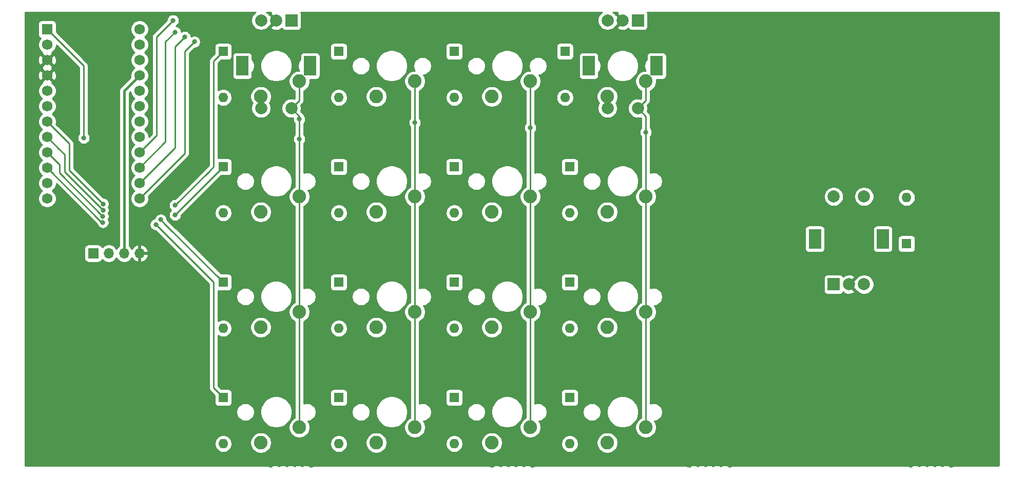
<source format=gtl>
%TF.GenerationSoftware,KiCad,Pcbnew,(5.1.9)-1*%
%TF.CreationDate,2021-04-16T17:12:59+08:00*%
%TF.ProjectId,Retrograde Pad 2,52657472-6f67-4726-9164-652050616420,rev?*%
%TF.SameCoordinates,Original*%
%TF.FileFunction,Copper,L1,Top*%
%TF.FilePolarity,Positive*%
%FSLAX46Y46*%
G04 Gerber Fmt 4.6, Leading zero omitted, Abs format (unit mm)*
G04 Created by KiCad (PCBNEW (5.1.9)-1) date 2021-04-16 17:12:59*
%MOMM*%
%LPD*%
G01*
G04 APERTURE LIST*
%TA.AperFunction,ComponentPad*%
%ADD10R,2.000000X2.000000*%
%TD*%
%TA.AperFunction,ComponentPad*%
%ADD11C,2.000000*%
%TD*%
%TA.AperFunction,ComponentPad*%
%ADD12R,2.000000X3.200000*%
%TD*%
%TA.AperFunction,ComponentPad*%
%ADD13R,1.752600X1.752600*%
%TD*%
%TA.AperFunction,ComponentPad*%
%ADD14C,1.752600*%
%TD*%
%TA.AperFunction,ComponentPad*%
%ADD15R,1.700000X1.700000*%
%TD*%
%TA.AperFunction,ComponentPad*%
%ADD16O,1.700000X1.700000*%
%TD*%
%TA.AperFunction,ComponentPad*%
%ADD17C,2.250000*%
%TD*%
%TA.AperFunction,ComponentPad*%
%ADD18R,1.600000X1.600000*%
%TD*%
%TA.AperFunction,ComponentPad*%
%ADD19O,1.600000X1.600000*%
%TD*%
%TA.AperFunction,ViaPad*%
%ADD20C,0.800000*%
%TD*%
%TA.AperFunction,Conductor*%
%ADD21C,0.381000*%
%TD*%
%TA.AperFunction,Conductor*%
%ADD22C,0.250000*%
%TD*%
%TA.AperFunction,Conductor*%
%ADD23C,0.254000*%
%TD*%
%TA.AperFunction,Conductor*%
%ADD24C,0.100000*%
%TD*%
G04 APERTURE END LIST*
D10*
%TO.P,SW2,A*%
%TO.N,ENC1-0*%
X65206250Y-22662500D03*
D11*
%TO.P,SW2,C*%
%TO.N,GND*%
X62706250Y-22662500D03*
%TO.P,SW2,B*%
%TO.N,ENC1-1*%
X60206250Y-22662500D03*
D12*
%TO.P,SW2,MP*%
%TO.N,N/C*%
X68306250Y-30162500D03*
X57106250Y-30162500D03*
D11*
%TO.P,SW2,S2*%
%TO.N,C0*%
X65206250Y-37162500D03*
%TO.P,SW2,S1*%
%TO.N,Net-(D2-Pad2)*%
X60206250Y-37162500D03*
%TD*%
%TO.P,SW3,S1*%
%TO.N,Net-(D14-Pad2)*%
X117355750Y-37162500D03*
%TO.P,SW3,S2*%
%TO.N,C3*%
X122355750Y-37162500D03*
D12*
%TO.P,SW3,MP*%
%TO.N,N/C*%
X114255750Y-30162500D03*
X125455750Y-30162500D03*
D11*
%TO.P,SW3,B*%
%TO.N,ENC2-1*%
X117355750Y-22662500D03*
%TO.P,SW3,C*%
%TO.N,GND*%
X119855750Y-22662500D03*
D10*
%TO.P,SW3,A*%
%TO.N,ENC2-0*%
X122355750Y-22662500D03*
%TD*%
D11*
%TO.P,SW1,S1*%
%TO.N,Net-(D1-Pad2)*%
X159662750Y-51737500D03*
%TO.P,SW1,S2*%
%TO.N,C0*%
X154662750Y-51737500D03*
D12*
%TO.P,SW1,MP*%
%TO.N,N/C*%
X162762750Y-58737500D03*
X151562750Y-58737500D03*
D11*
%TO.P,SW1,B*%
%TO.N,ENC0-1*%
X159662750Y-66237500D03*
%TO.P,SW1,C*%
%TO.N,GND*%
X157162750Y-66237500D03*
D10*
%TO.P,SW1,A*%
%TO.N,ENC0-0*%
X154662750Y-66237500D03*
%TD*%
D13*
%TO.P,U1,1*%
%TO.N,R0*%
X24923750Y-24130000D03*
D14*
%TO.P,U1,2*%
%TO.N,Net-(U1-Pad2)*%
X24923750Y-26670000D03*
%TO.P,U1,3*%
%TO.N,GND*%
X24923750Y-29210000D03*
%TO.P,U1,4*%
X24923750Y-31750000D03*
%TO.P,U1,5*%
%TO.N,SDA*%
X24923750Y-34290000D03*
%TO.P,U1,6*%
%TO.N,SCL*%
X24923750Y-36830000D03*
%TO.P,U1,7*%
%TO.N,R1*%
X24923750Y-39370000D03*
%TO.P,U1,8*%
%TO.N,R2*%
X24923750Y-41910000D03*
%TO.P,U1,9*%
%TO.N,R3*%
X24923750Y-44450000D03*
%TO.P,U1,10*%
%TO.N,R4*%
X24923750Y-46990000D03*
%TO.P,U1,11*%
%TO.N,ENC0-1*%
X24923750Y-49530000D03*
%TO.P,U1,13*%
%TO.N,ENC2-0*%
X40163750Y-52070000D03*
%TO.P,U1,14*%
%TO.N,ENC2-1*%
X40163750Y-49530000D03*
%TO.P,U1,15*%
%TO.N,ENC1-0*%
X40163750Y-46990000D03*
%TO.P,U1,16*%
%TO.N,ENC1-1*%
X40163750Y-44450000D03*
%TO.P,U1,17*%
%TO.N,C3*%
X40163750Y-41910000D03*
%TO.P,U1,18*%
%TO.N,C2*%
X40163750Y-39370000D03*
%TO.P,U1,19*%
%TO.N,C1*%
X40163750Y-36830000D03*
%TO.P,U1,20*%
%TO.N,C0*%
X40163750Y-34290000D03*
%TO.P,U1,21*%
%TO.N,+5V*%
X40163750Y-31750000D03*
%TO.P,U1,22*%
%TO.N,Net-(U1-Pad22)*%
X40163750Y-29210000D03*
%TO.P,U1,23*%
%TO.N,Net-(U1-Pad23)*%
X40163750Y-26670000D03*
%TO.P,U1,12*%
%TO.N,ENC0-0*%
X24923750Y-52070000D03*
%TO.P,U1,24*%
%TO.N,Net-(U1-Pad24)*%
X40163750Y-24130000D03*
%TD*%
D15*
%TO.P,J-OLED1,1*%
%TO.N,SDA*%
X32543750Y-61118800D03*
D16*
%TO.P,J-OLED1,2*%
%TO.N,SCL*%
X35083750Y-61118800D03*
%TO.P,J-OLED1,3*%
%TO.N,+5V*%
X37623750Y-61118800D03*
%TO.P,J-OLED1,4*%
%TO.N,GND*%
X40163750Y-61118800D03*
%TD*%
D17*
%TO.P,MX1,1*%
%TO.N,C0*%
X66516250Y-32702500D03*
%TO.P,MX1,2*%
%TO.N,Net-(D2-Pad2)*%
X60166250Y-35242500D03*
%TD*%
%TO.P,MX2,2*%
%TO.N,Net-(D3-Pad2)*%
X60166250Y-54292500D03*
%TO.P,MX2,1*%
%TO.N,C0*%
X66516250Y-51752500D03*
%TD*%
%TO.P,MX3,1*%
%TO.N,C0*%
X66516250Y-70802000D03*
%TO.P,MX3,2*%
%TO.N,Net-(D4-Pad2)*%
X60166250Y-73342000D03*
%TD*%
%TO.P,MX4,2*%
%TO.N,Net-(D5-Pad2)*%
X60166250Y-92392000D03*
%TO.P,MX4,1*%
%TO.N,C0*%
X66516250Y-89852000D03*
%TD*%
%TO.P,MX5,1*%
%TO.N,C1*%
X85565750Y-32702500D03*
%TO.P,MX5,2*%
%TO.N,Net-(D6-Pad2)*%
X79215750Y-35242500D03*
%TD*%
%TO.P,MX6,2*%
%TO.N,Net-(D7-Pad2)*%
X79215750Y-54292500D03*
%TO.P,MX6,1*%
%TO.N,C1*%
X85565750Y-51752500D03*
%TD*%
%TO.P,MX7,1*%
%TO.N,C1*%
X85565750Y-70802000D03*
%TO.P,MX7,2*%
%TO.N,Net-(D8-Pad2)*%
X79215750Y-73342000D03*
%TD*%
%TO.P,MX8,2*%
%TO.N,Net-(D9-Pad2)*%
X79215750Y-92392000D03*
%TO.P,MX8,1*%
%TO.N,C1*%
X85565750Y-89852000D03*
%TD*%
%TO.P,MX9,1*%
%TO.N,C2*%
X104615750Y-32702500D03*
%TO.P,MX9,2*%
%TO.N,Net-(D10-Pad2)*%
X98265750Y-35242500D03*
%TD*%
%TO.P,MX10,2*%
%TO.N,Net-(D11-Pad2)*%
X98265750Y-54292500D03*
%TO.P,MX10,1*%
%TO.N,C2*%
X104615750Y-51752500D03*
%TD*%
%TO.P,MX11,1*%
%TO.N,C2*%
X104615750Y-70802000D03*
%TO.P,MX11,2*%
%TO.N,Net-(D12-Pad2)*%
X98265750Y-73342000D03*
%TD*%
%TO.P,MX12,2*%
%TO.N,Net-(D13-Pad2)*%
X98265750Y-92392000D03*
%TO.P,MX12,1*%
%TO.N,C2*%
X104615750Y-89852000D03*
%TD*%
%TO.P,MX13,1*%
%TO.N,C3*%
X123665750Y-32702500D03*
%TO.P,MX13,2*%
%TO.N,Net-(D14-Pad2)*%
X117315750Y-35242500D03*
%TD*%
%TO.P,MX14,2*%
%TO.N,Net-(D15-Pad2)*%
X117315750Y-54292500D03*
%TO.P,MX14,1*%
%TO.N,C3*%
X123665750Y-51752500D03*
%TD*%
%TO.P,MX15,1*%
%TO.N,C3*%
X123665750Y-70802000D03*
%TO.P,MX15,2*%
%TO.N,Net-(D16-Pad2)*%
X117315750Y-73342000D03*
%TD*%
%TO.P,MX16,2*%
%TO.N,Net-(D17-Pad2)*%
X117315750Y-92392000D03*
%TO.P,MX16,1*%
%TO.N,C3*%
X123665750Y-89852000D03*
%TD*%
D18*
%TO.P,D1,1*%
%TO.N,R0*%
X166687750Y-59531200D03*
D19*
%TO.P,D1,2*%
%TO.N,Net-(D1-Pad2)*%
X166687750Y-51911200D03*
%TD*%
%TO.P,D2,2*%
%TO.N,Net-(D2-Pad2)*%
X53974950Y-35401200D03*
D18*
%TO.P,D2,1*%
%TO.N,R1*%
X53974950Y-27781200D03*
%TD*%
D19*
%TO.P,D3,2*%
%TO.N,Net-(D3-Pad2)*%
X53974950Y-54451200D03*
D18*
%TO.P,D3,1*%
%TO.N,R2*%
X53974950Y-46831200D03*
%TD*%
%TO.P,D4,1*%
%TO.N,R3*%
X53974950Y-65881200D03*
D19*
%TO.P,D4,2*%
%TO.N,Net-(D4-Pad2)*%
X53974950Y-73501200D03*
%TD*%
D18*
%TO.P,D5,1*%
%TO.N,R4*%
X53974950Y-84931000D03*
D19*
%TO.P,D5,2*%
%TO.N,Net-(D5-Pad2)*%
X53974950Y-92551000D03*
%TD*%
D18*
%TO.P,D6,1*%
%TO.N,R1*%
X73024750Y-27781200D03*
D19*
%TO.P,D6,2*%
%TO.N,Net-(D6-Pad2)*%
X73024750Y-35401200D03*
%TD*%
D18*
%TO.P,D7,1*%
%TO.N,R2*%
X73024750Y-46831200D03*
D19*
%TO.P,D7,2*%
%TO.N,Net-(D7-Pad2)*%
X73024750Y-54451200D03*
%TD*%
%TO.P,D8,2*%
%TO.N,Net-(D8-Pad2)*%
X73024750Y-73501200D03*
D18*
%TO.P,D8,1*%
%TO.N,R3*%
X73024750Y-65881200D03*
%TD*%
D19*
%TO.P,D9,2*%
%TO.N,Net-(D9-Pad2)*%
X73024750Y-92551000D03*
D18*
%TO.P,D9,1*%
%TO.N,R4*%
X73024750Y-84931000D03*
%TD*%
D19*
%TO.P,D10,2*%
%TO.N,Net-(D10-Pad2)*%
X92074750Y-35401200D03*
D18*
%TO.P,D10,1*%
%TO.N,R1*%
X92074750Y-27781200D03*
%TD*%
D19*
%TO.P,D11,2*%
%TO.N,Net-(D11-Pad2)*%
X92074750Y-54451200D03*
D18*
%TO.P,D11,1*%
%TO.N,R2*%
X92074750Y-46831200D03*
%TD*%
%TO.P,D12,1*%
%TO.N,R3*%
X92074750Y-65881200D03*
D19*
%TO.P,D12,2*%
%TO.N,Net-(D12-Pad2)*%
X92074750Y-73501200D03*
%TD*%
D18*
%TO.P,D13,1*%
%TO.N,R4*%
X92074750Y-84931000D03*
D19*
%TO.P,D13,2*%
%TO.N,Net-(D13-Pad2)*%
X92074750Y-92551000D03*
%TD*%
D18*
%TO.P,D14,1*%
%TO.N,R1*%
X110331750Y-27781200D03*
D19*
%TO.P,D14,2*%
%TO.N,Net-(D14-Pad2)*%
X110331750Y-35401200D03*
%TD*%
%TO.P,D15,2*%
%TO.N,Net-(D15-Pad2)*%
X111124750Y-54451200D03*
D18*
%TO.P,D15,1*%
%TO.N,R2*%
X111124750Y-46831200D03*
%TD*%
%TO.P,D16,1*%
%TO.N,R3*%
X111124750Y-65881200D03*
D19*
%TO.P,D16,2*%
%TO.N,Net-(D16-Pad2)*%
X111124750Y-73501200D03*
%TD*%
%TO.P,D17,2*%
%TO.N,Net-(D17-Pad2)*%
X111124750Y-92551000D03*
D18*
%TO.P,D17,1*%
%TO.N,R4*%
X111124750Y-84931000D03*
%TD*%
D20*
%TO.N,R0*%
X30956250Y-42068750D03*
%TO.N,R1*%
X34143901Y-52962346D03*
X46037500Y-53181250D03*
%TO.N,R2*%
X46037500Y-54768750D03*
X34131250Y-53975000D03*
%TO.N,R3*%
X43656250Y-55562500D03*
X34118599Y-54987654D03*
%TO.N,R4*%
X42862500Y-56356250D03*
X34114283Y-56008644D03*
%TO.N,C0*%
X66516250Y-42227500D03*
X66516250Y-38962500D03*
%TO.N,C1*%
X85565750Y-39528250D03*
%TO.N,C2*%
X104615750Y-40390750D03*
%TO.N,C3*%
X123665750Y-41115750D03*
%TO.N,ENC1-0*%
X46037500Y-24606250D03*
%TO.N,ENC1-1*%
X45681250Y-22662500D03*
%TO.N,ENC2-1*%
X47625000Y-25400000D03*
%TO.N,ENC2-0*%
X49212500Y-26193750D03*
%TD*%
D21*
%TO.N,+5V*%
X37623750Y-34290000D02*
X37623750Y-61118800D01*
X40163750Y-31750000D02*
X37623750Y-34290000D01*
D22*
%TO.N,R0*%
X30956250Y-30162500D02*
X30956250Y-42068750D01*
X24923750Y-24130000D02*
X30956250Y-30162500D01*
%TO.N,R1*%
X53974950Y-27781200D02*
X52387500Y-29368650D01*
X52387500Y-29368650D02*
X52387500Y-46831250D01*
X34143901Y-52962346D02*
X28575000Y-47393445D01*
X28575000Y-43021250D02*
X28495625Y-42941875D01*
X28575000Y-47393445D02*
X28575000Y-43021250D01*
X24923750Y-39370000D02*
X28495625Y-42941875D01*
X51593750Y-47625000D02*
X46037500Y-53181250D01*
X52387500Y-46831250D02*
X51593750Y-47625000D01*
%TO.N,R2*%
X53974950Y-46831200D02*
X53974950Y-46831300D01*
X53974950Y-46831300D02*
X46037500Y-54768750D01*
X26828750Y-43815000D02*
X27781250Y-44767500D01*
X24923750Y-41910000D02*
X26828750Y-43815000D01*
X27781250Y-44767500D02*
X27781250Y-47625000D01*
X27781250Y-47625000D02*
X34131250Y-53975000D01*
%TO.N,R3*%
X44450000Y-56356250D02*
X43656250Y-55562500D01*
X44450000Y-56356250D02*
X53974950Y-65881200D01*
X24923750Y-44450000D02*
X26987500Y-46513750D01*
X26987500Y-47856555D02*
X34118599Y-54987654D01*
X26987500Y-47625000D02*
X26987500Y-47856555D01*
X26987500Y-46513750D02*
X26987500Y-47625000D01*
%TO.N,R4*%
X53974950Y-84931000D02*
X53974750Y-84931000D01*
X53974750Y-84931000D02*
X52387500Y-83343750D01*
X52387500Y-65881250D02*
X42862500Y-56356250D01*
X52387500Y-83343750D02*
X52387500Y-65881250D01*
X33942394Y-56008644D02*
X34114283Y-56008644D01*
X24923750Y-46990000D02*
X33942394Y-56008644D01*
%TO.N,C0*%
X66516250Y-35852500D02*
X65206250Y-37162500D01*
X66516250Y-32702500D02*
X66516250Y-35852500D01*
X66516250Y-38472500D02*
X65206250Y-37162500D01*
X66516250Y-51752500D02*
X66516250Y-89852000D01*
X66516250Y-41116250D02*
X66516250Y-38472500D01*
X66516250Y-42227500D02*
X66516250Y-41116250D01*
X66516250Y-51752500D02*
X66516250Y-42227500D01*
%TO.N,C1*%
X85565750Y-89852000D02*
X85565750Y-51752500D01*
X85565750Y-32702500D02*
X85565750Y-38259250D01*
X85565750Y-39528250D02*
X85565750Y-51752500D01*
X85565750Y-38259250D02*
X85565750Y-39528250D01*
%TO.N,C2*%
X104615750Y-39053000D02*
X104615750Y-32702500D01*
X104615750Y-89852000D02*
X104615750Y-39053000D01*
%TO.N,C3*%
X123665750Y-35852500D02*
X122355750Y-37162500D01*
X123665750Y-32702500D02*
X123665750Y-35852500D01*
X123665750Y-51752500D02*
X123665750Y-89852000D01*
X123665750Y-41115750D02*
X123665750Y-40322000D01*
X123665750Y-40322000D02*
X123665750Y-38472500D01*
X123665750Y-41434250D02*
X123665750Y-41115750D01*
X123665750Y-51752500D02*
X123665750Y-41434250D01*
X123665750Y-38472500D02*
X122355750Y-37162500D01*
%TO.N,ENC1-0*%
X40163750Y-46990000D02*
X44450000Y-42703750D01*
X44450000Y-26193750D02*
X46037500Y-24606250D01*
X44450000Y-42703750D02*
X44450000Y-26193750D01*
%TO.N,ENC1-1*%
X45681250Y-22662500D02*
X42943750Y-25400000D01*
X42943750Y-41670000D02*
X40163750Y-44450000D01*
X42943750Y-25400000D02*
X42943750Y-41670000D01*
%TO.N,ENC2-1*%
X47625000Y-25400000D02*
X46037500Y-26987500D01*
X46037500Y-26987500D02*
X46037500Y-43656250D01*
X46037500Y-43656250D02*
X40163750Y-49530000D01*
%TO.N,ENC2-0*%
X40163750Y-52070000D02*
X47625000Y-44608750D01*
X47625000Y-27781250D02*
X49212500Y-26193750D01*
X47625000Y-44608750D02*
X47625000Y-27781250D01*
%TD*%
D23*
%TO.N,GND*%
X59163998Y-21392513D02*
X58936263Y-21620248D01*
X58757332Y-21888037D01*
X58634082Y-22185588D01*
X58571250Y-22501467D01*
X58571250Y-22823533D01*
X58634082Y-23139412D01*
X58757332Y-23436963D01*
X58936263Y-23704752D01*
X59163998Y-23932487D01*
X59431787Y-24111418D01*
X59729338Y-24234668D01*
X60045217Y-24297500D01*
X60367283Y-24297500D01*
X60683162Y-24234668D01*
X60980713Y-24111418D01*
X61248502Y-23932487D01*
X61476237Y-23704752D01*
X61541175Y-23607565D01*
X61570837Y-23618308D01*
X62526645Y-22662500D01*
X61570837Y-21706692D01*
X61541175Y-21717435D01*
X61476237Y-21620248D01*
X61248502Y-21392513D01*
X61106305Y-21297500D01*
X61833597Y-21297500D01*
X61750442Y-21527087D01*
X62706250Y-22482895D01*
X62720393Y-22468753D01*
X62899998Y-22648358D01*
X62885855Y-22662500D01*
X62899998Y-22676643D01*
X62720393Y-22856248D01*
X62706250Y-22842105D01*
X61750442Y-23797913D01*
X61846206Y-24062314D01*
X62135821Y-24203204D01*
X62447358Y-24284884D01*
X62768845Y-24304218D01*
X63087925Y-24260461D01*
X63392338Y-24155295D01*
X63566294Y-24062314D01*
X63620274Y-23913277D01*
X63675713Y-24016994D01*
X63755065Y-24113685D01*
X63851756Y-24193037D01*
X63962070Y-24252002D01*
X64081768Y-24288312D01*
X64206250Y-24300572D01*
X66206250Y-24300572D01*
X66330732Y-24288312D01*
X66450430Y-24252002D01*
X66560744Y-24193037D01*
X66657435Y-24113685D01*
X66736787Y-24016994D01*
X66795752Y-23906680D01*
X66832062Y-23786982D01*
X66844322Y-23662500D01*
X66844322Y-21662500D01*
X66832062Y-21538018D01*
X66795752Y-21418320D01*
X66736787Y-21308006D01*
X66728165Y-21297500D01*
X116455695Y-21297500D01*
X116313498Y-21392513D01*
X116085763Y-21620248D01*
X115906832Y-21888037D01*
X115783582Y-22185588D01*
X115720750Y-22501467D01*
X115720750Y-22823533D01*
X115783582Y-23139412D01*
X115906832Y-23436963D01*
X116085763Y-23704752D01*
X116313498Y-23932487D01*
X116581287Y-24111418D01*
X116878838Y-24234668D01*
X117194717Y-24297500D01*
X117516783Y-24297500D01*
X117832662Y-24234668D01*
X118130213Y-24111418D01*
X118398002Y-23932487D01*
X118625737Y-23704752D01*
X118690675Y-23607565D01*
X118720337Y-23618308D01*
X119676145Y-22662500D01*
X118720337Y-21706692D01*
X118690675Y-21717435D01*
X118625737Y-21620248D01*
X118398002Y-21392513D01*
X118255805Y-21297500D01*
X118983097Y-21297500D01*
X118899942Y-21527087D01*
X119855750Y-22482895D01*
X119869893Y-22468753D01*
X120049498Y-22648358D01*
X120035355Y-22662500D01*
X120049498Y-22676643D01*
X119869893Y-22856248D01*
X119855750Y-22842105D01*
X118899942Y-23797913D01*
X118995706Y-24062314D01*
X119285321Y-24203204D01*
X119596858Y-24284884D01*
X119918345Y-24304218D01*
X120237425Y-24260461D01*
X120541838Y-24155295D01*
X120715794Y-24062314D01*
X120769774Y-23913277D01*
X120825213Y-24016994D01*
X120904565Y-24113685D01*
X121001256Y-24193037D01*
X121111570Y-24252002D01*
X121231268Y-24288312D01*
X121355750Y-24300572D01*
X123355750Y-24300572D01*
X123480232Y-24288312D01*
X123599930Y-24252002D01*
X123710244Y-24193037D01*
X123806935Y-24113685D01*
X123886287Y-24016994D01*
X123945252Y-23906680D01*
X123981562Y-23786982D01*
X123993822Y-23662500D01*
X123993822Y-21662500D01*
X123981562Y-21538018D01*
X123945252Y-21418320D01*
X123886287Y-21308006D01*
X123877665Y-21297500D01*
X181736471Y-21297500D01*
X181794112Y-21303152D01*
X181818513Y-21310519D01*
X181841015Y-21322483D01*
X181860764Y-21338591D01*
X181877009Y-21358227D01*
X181889133Y-21380651D01*
X181896668Y-21404992D01*
X181902501Y-21460485D01*
X181902500Y-58769918D01*
X181902501Y-58769928D01*
X181902500Y-96011471D01*
X181896848Y-96069114D01*
X181889482Y-96093510D01*
X181877516Y-96116016D01*
X181861409Y-96135764D01*
X181841773Y-96152009D01*
X181819349Y-96164133D01*
X181795008Y-96171668D01*
X181739525Y-96177500D01*
X174592581Y-96177500D01*
X174564469Y-96180269D01*
X174559641Y-96180235D01*
X174550470Y-96181135D01*
X174396405Y-96197328D01*
X174337825Y-96209353D01*
X174279047Y-96220565D01*
X174270226Y-96223229D01*
X174122242Y-96269038D01*
X174067099Y-96292218D01*
X174011636Y-96314626D01*
X174003499Y-96318952D01*
X173922369Y-96362818D01*
X173852008Y-96292457D01*
X173683522Y-96179878D01*
X173496311Y-96102333D01*
X173297568Y-96062800D01*
X173094932Y-96062800D01*
X172896189Y-96102333D01*
X172708978Y-96179878D01*
X172561250Y-96278587D01*
X172413522Y-96179878D01*
X172226311Y-96102333D01*
X172027568Y-96062800D01*
X171824932Y-96062800D01*
X171626189Y-96102333D01*
X171438978Y-96179878D01*
X171291250Y-96278587D01*
X171143522Y-96179878D01*
X170956311Y-96102333D01*
X170757568Y-96062800D01*
X170554932Y-96062800D01*
X170356189Y-96102333D01*
X170168978Y-96179878D01*
X170021250Y-96278587D01*
X169873522Y-96179878D01*
X169686311Y-96102333D01*
X169487568Y-96062800D01*
X169284932Y-96062800D01*
X169086189Y-96102333D01*
X168898978Y-96179878D01*
X168751250Y-96278587D01*
X168603522Y-96179878D01*
X168416311Y-96102333D01*
X168217568Y-96062800D01*
X168014932Y-96062800D01*
X167816189Y-96102333D01*
X167628978Y-96179878D01*
X167460492Y-96292457D01*
X167390233Y-96362716D01*
X167299826Y-96314646D01*
X167244509Y-96291846D01*
X167189540Y-96268286D01*
X167180737Y-96265562D01*
X167180739Y-96265562D01*
X167180731Y-96265560D01*
X167032436Y-96220786D01*
X166973727Y-96209161D01*
X166915244Y-96196730D01*
X166906079Y-96195767D01*
X166751905Y-96180650D01*
X166751902Y-96180650D01*
X166719919Y-96177500D01*
X138080081Y-96177500D01*
X138051969Y-96180269D01*
X138047141Y-96180235D01*
X138037970Y-96181135D01*
X137883905Y-96197328D01*
X137825325Y-96209353D01*
X137766547Y-96220565D01*
X137757726Y-96223229D01*
X137609742Y-96269038D01*
X137554599Y-96292218D01*
X137499136Y-96314626D01*
X137490999Y-96318952D01*
X137409869Y-96362818D01*
X137339508Y-96292457D01*
X137171022Y-96179878D01*
X136983811Y-96102333D01*
X136785068Y-96062800D01*
X136582432Y-96062800D01*
X136383689Y-96102333D01*
X136196478Y-96179878D01*
X136048750Y-96278587D01*
X135901022Y-96179878D01*
X135713811Y-96102333D01*
X135515068Y-96062800D01*
X135312432Y-96062800D01*
X135113689Y-96102333D01*
X134926478Y-96179878D01*
X134778750Y-96278587D01*
X134631022Y-96179878D01*
X134443811Y-96102333D01*
X134245068Y-96062800D01*
X134042432Y-96062800D01*
X133843689Y-96102333D01*
X133656478Y-96179878D01*
X133508750Y-96278587D01*
X133361022Y-96179878D01*
X133173811Y-96102333D01*
X132975068Y-96062800D01*
X132772432Y-96062800D01*
X132573689Y-96102333D01*
X132386478Y-96179878D01*
X132238750Y-96278587D01*
X132091022Y-96179878D01*
X131903811Y-96102333D01*
X131705068Y-96062800D01*
X131502432Y-96062800D01*
X131303689Y-96102333D01*
X131116478Y-96179878D01*
X130947992Y-96292457D01*
X130877733Y-96362716D01*
X130787326Y-96314646D01*
X130732009Y-96291846D01*
X130677040Y-96268286D01*
X130668237Y-96265562D01*
X130668239Y-96265562D01*
X130668231Y-96265560D01*
X130519936Y-96220786D01*
X130461227Y-96209161D01*
X130402744Y-96196730D01*
X130393579Y-96195767D01*
X130239405Y-96180650D01*
X130239402Y-96180650D01*
X130207419Y-96177500D01*
X105536331Y-96177500D01*
X105508219Y-96180269D01*
X105503391Y-96180235D01*
X105494220Y-96181135D01*
X105340155Y-96197328D01*
X105281575Y-96209353D01*
X105222797Y-96220565D01*
X105213976Y-96223229D01*
X105065992Y-96269038D01*
X105010849Y-96292218D01*
X104955386Y-96314626D01*
X104947249Y-96318952D01*
X104866119Y-96362818D01*
X104795758Y-96292457D01*
X104627272Y-96179878D01*
X104440061Y-96102333D01*
X104241318Y-96062800D01*
X104038682Y-96062800D01*
X103839939Y-96102333D01*
X103652728Y-96179878D01*
X103505000Y-96278587D01*
X103357272Y-96179878D01*
X103170061Y-96102333D01*
X102971318Y-96062800D01*
X102768682Y-96062800D01*
X102569939Y-96102333D01*
X102382728Y-96179878D01*
X102235000Y-96278587D01*
X102087272Y-96179878D01*
X101900061Y-96102333D01*
X101701318Y-96062800D01*
X101498682Y-96062800D01*
X101299939Y-96102333D01*
X101112728Y-96179878D01*
X100965000Y-96278587D01*
X100817272Y-96179878D01*
X100630061Y-96102333D01*
X100431318Y-96062800D01*
X100228682Y-96062800D01*
X100029939Y-96102333D01*
X99842728Y-96179878D01*
X99695000Y-96278587D01*
X99547272Y-96179878D01*
X99360061Y-96102333D01*
X99161318Y-96062800D01*
X98958682Y-96062800D01*
X98759939Y-96102333D01*
X98572728Y-96179878D01*
X98404242Y-96292457D01*
X98333983Y-96362716D01*
X98243576Y-96314646D01*
X98188259Y-96291846D01*
X98133290Y-96268286D01*
X98124487Y-96265562D01*
X98124489Y-96265562D01*
X98124481Y-96265560D01*
X97976186Y-96220786D01*
X97917477Y-96209161D01*
X97858994Y-96196730D01*
X97849829Y-96195767D01*
X97695655Y-96180650D01*
X97695652Y-96180650D01*
X97663669Y-96177500D01*
X69023831Y-96177500D01*
X68995719Y-96180269D01*
X68990891Y-96180235D01*
X68981720Y-96181135D01*
X68827655Y-96197328D01*
X68769075Y-96209353D01*
X68710297Y-96220565D01*
X68701476Y-96223229D01*
X68553492Y-96269038D01*
X68498349Y-96292218D01*
X68442886Y-96314626D01*
X68434749Y-96318952D01*
X68353619Y-96362818D01*
X68283258Y-96292457D01*
X68114772Y-96179878D01*
X67927561Y-96102333D01*
X67728818Y-96062800D01*
X67526182Y-96062800D01*
X67327439Y-96102333D01*
X67140228Y-96179878D01*
X66992500Y-96278587D01*
X66844772Y-96179878D01*
X66657561Y-96102333D01*
X66458818Y-96062800D01*
X66256182Y-96062800D01*
X66057439Y-96102333D01*
X65870228Y-96179878D01*
X65722500Y-96278587D01*
X65574772Y-96179878D01*
X65387561Y-96102333D01*
X65188818Y-96062800D01*
X64986182Y-96062800D01*
X64787439Y-96102333D01*
X64600228Y-96179878D01*
X64452500Y-96278587D01*
X64304772Y-96179878D01*
X64117561Y-96102333D01*
X63918818Y-96062800D01*
X63716182Y-96062800D01*
X63517439Y-96102333D01*
X63330228Y-96179878D01*
X63182500Y-96278587D01*
X63034772Y-96179878D01*
X62847561Y-96102333D01*
X62648818Y-96062800D01*
X62446182Y-96062800D01*
X62247439Y-96102333D01*
X62060228Y-96179878D01*
X61891742Y-96292457D01*
X61821483Y-96362716D01*
X61731076Y-96314646D01*
X61675759Y-96291846D01*
X61620790Y-96268286D01*
X61611987Y-96265562D01*
X61611989Y-96265562D01*
X61611981Y-96265560D01*
X61463686Y-96220786D01*
X61404977Y-96209161D01*
X61346494Y-96196730D01*
X61337329Y-96195767D01*
X61183155Y-96180650D01*
X61183152Y-96180650D01*
X61151169Y-96177500D01*
X21463529Y-96177500D01*
X21405886Y-96171848D01*
X21381490Y-96164482D01*
X21358984Y-96152516D01*
X21339236Y-96136409D01*
X21322991Y-96116773D01*
X21310867Y-96094349D01*
X21303332Y-96070008D01*
X21297500Y-96014525D01*
X21297500Y-92409665D01*
X52539950Y-92409665D01*
X52539950Y-92692335D01*
X52595097Y-92969574D01*
X52703270Y-93230727D01*
X52860313Y-93465759D01*
X53060191Y-93665637D01*
X53295223Y-93822680D01*
X53556376Y-93930853D01*
X53833615Y-93986000D01*
X54116285Y-93986000D01*
X54393524Y-93930853D01*
X54654677Y-93822680D01*
X54889709Y-93665637D01*
X55089587Y-93465759D01*
X55246630Y-93230727D01*
X55354803Y-92969574D01*
X55409950Y-92692335D01*
X55409950Y-92409665D01*
X55371956Y-92218655D01*
X58406250Y-92218655D01*
X58406250Y-92565345D01*
X58473886Y-92905373D01*
X58606558Y-93225673D01*
X58799169Y-93513935D01*
X59044315Y-93759081D01*
X59332577Y-93951692D01*
X59652877Y-94084364D01*
X59992905Y-94152000D01*
X60339595Y-94152000D01*
X60679623Y-94084364D01*
X60999923Y-93951692D01*
X61288185Y-93759081D01*
X61533331Y-93513935D01*
X61725942Y-93225673D01*
X61858614Y-92905373D01*
X61926250Y-92565345D01*
X61926250Y-92409665D01*
X71589750Y-92409665D01*
X71589750Y-92692335D01*
X71644897Y-92969574D01*
X71753070Y-93230727D01*
X71910113Y-93465759D01*
X72109991Y-93665637D01*
X72345023Y-93822680D01*
X72606176Y-93930853D01*
X72883415Y-93986000D01*
X73166085Y-93986000D01*
X73443324Y-93930853D01*
X73704477Y-93822680D01*
X73939509Y-93665637D01*
X74139387Y-93465759D01*
X74296430Y-93230727D01*
X74404603Y-92969574D01*
X74459750Y-92692335D01*
X74459750Y-92409665D01*
X74421756Y-92218655D01*
X77455750Y-92218655D01*
X77455750Y-92565345D01*
X77523386Y-92905373D01*
X77656058Y-93225673D01*
X77848669Y-93513935D01*
X78093815Y-93759081D01*
X78382077Y-93951692D01*
X78702377Y-94084364D01*
X79042405Y-94152000D01*
X79389095Y-94152000D01*
X79729123Y-94084364D01*
X80049423Y-93951692D01*
X80337685Y-93759081D01*
X80582831Y-93513935D01*
X80775442Y-93225673D01*
X80908114Y-92905373D01*
X80975750Y-92565345D01*
X80975750Y-92409665D01*
X90639750Y-92409665D01*
X90639750Y-92692335D01*
X90694897Y-92969574D01*
X90803070Y-93230727D01*
X90960113Y-93465759D01*
X91159991Y-93665637D01*
X91395023Y-93822680D01*
X91656176Y-93930853D01*
X91933415Y-93986000D01*
X92216085Y-93986000D01*
X92493324Y-93930853D01*
X92754477Y-93822680D01*
X92989509Y-93665637D01*
X93189387Y-93465759D01*
X93346430Y-93230727D01*
X93454603Y-92969574D01*
X93509750Y-92692335D01*
X93509750Y-92409665D01*
X93471756Y-92218655D01*
X96505750Y-92218655D01*
X96505750Y-92565345D01*
X96573386Y-92905373D01*
X96706058Y-93225673D01*
X96898669Y-93513935D01*
X97143815Y-93759081D01*
X97432077Y-93951692D01*
X97752377Y-94084364D01*
X98092405Y-94152000D01*
X98439095Y-94152000D01*
X98779123Y-94084364D01*
X99099423Y-93951692D01*
X99387685Y-93759081D01*
X99632831Y-93513935D01*
X99825442Y-93225673D01*
X99958114Y-92905373D01*
X100025750Y-92565345D01*
X100025750Y-92409665D01*
X109689750Y-92409665D01*
X109689750Y-92692335D01*
X109744897Y-92969574D01*
X109853070Y-93230727D01*
X110010113Y-93465759D01*
X110209991Y-93665637D01*
X110445023Y-93822680D01*
X110706176Y-93930853D01*
X110983415Y-93986000D01*
X111266085Y-93986000D01*
X111543324Y-93930853D01*
X111804477Y-93822680D01*
X112039509Y-93665637D01*
X112239387Y-93465759D01*
X112396430Y-93230727D01*
X112504603Y-92969574D01*
X112559750Y-92692335D01*
X112559750Y-92409665D01*
X112521756Y-92218655D01*
X115555750Y-92218655D01*
X115555750Y-92565345D01*
X115623386Y-92905373D01*
X115756058Y-93225673D01*
X115948669Y-93513935D01*
X116193815Y-93759081D01*
X116482077Y-93951692D01*
X116802377Y-94084364D01*
X117142405Y-94152000D01*
X117489095Y-94152000D01*
X117829123Y-94084364D01*
X118149423Y-93951692D01*
X118437685Y-93759081D01*
X118682831Y-93513935D01*
X118875442Y-93225673D01*
X119008114Y-92905373D01*
X119075750Y-92565345D01*
X119075750Y-92218655D01*
X119008114Y-91878627D01*
X118875442Y-91558327D01*
X118682831Y-91270065D01*
X118437685Y-91024919D01*
X118149423Y-90832308D01*
X117829123Y-90699636D01*
X117489095Y-90632000D01*
X117142405Y-90632000D01*
X116802377Y-90699636D01*
X116482077Y-90832308D01*
X116193815Y-91024919D01*
X115948669Y-91270065D01*
X115756058Y-91558327D01*
X115623386Y-91878627D01*
X115555750Y-92218655D01*
X112521756Y-92218655D01*
X112504603Y-92132426D01*
X112396430Y-91871273D01*
X112239387Y-91636241D01*
X112039509Y-91436363D01*
X111804477Y-91279320D01*
X111543324Y-91171147D01*
X111266085Y-91116000D01*
X110983415Y-91116000D01*
X110706176Y-91171147D01*
X110445023Y-91279320D01*
X110209991Y-91436363D01*
X110010113Y-91636241D01*
X109853070Y-91871273D01*
X109744897Y-92132426D01*
X109689750Y-92409665D01*
X100025750Y-92409665D01*
X100025750Y-92218655D01*
X99958114Y-91878627D01*
X99825442Y-91558327D01*
X99632831Y-91270065D01*
X99387685Y-91024919D01*
X99099423Y-90832308D01*
X98779123Y-90699636D01*
X98439095Y-90632000D01*
X98092405Y-90632000D01*
X97752377Y-90699636D01*
X97432077Y-90832308D01*
X97143815Y-91024919D01*
X96898669Y-91270065D01*
X96706058Y-91558327D01*
X96573386Y-91878627D01*
X96505750Y-92218655D01*
X93471756Y-92218655D01*
X93454603Y-92132426D01*
X93346430Y-91871273D01*
X93189387Y-91636241D01*
X92989509Y-91436363D01*
X92754477Y-91279320D01*
X92493324Y-91171147D01*
X92216085Y-91116000D01*
X91933415Y-91116000D01*
X91656176Y-91171147D01*
X91395023Y-91279320D01*
X91159991Y-91436363D01*
X90960113Y-91636241D01*
X90803070Y-91871273D01*
X90694897Y-92132426D01*
X90639750Y-92409665D01*
X80975750Y-92409665D01*
X80975750Y-92218655D01*
X80908114Y-91878627D01*
X80775442Y-91558327D01*
X80582831Y-91270065D01*
X80337685Y-91024919D01*
X80049423Y-90832308D01*
X79729123Y-90699636D01*
X79389095Y-90632000D01*
X79042405Y-90632000D01*
X78702377Y-90699636D01*
X78382077Y-90832308D01*
X78093815Y-91024919D01*
X77848669Y-91270065D01*
X77656058Y-91558327D01*
X77523386Y-91878627D01*
X77455750Y-92218655D01*
X74421756Y-92218655D01*
X74404603Y-92132426D01*
X74296430Y-91871273D01*
X74139387Y-91636241D01*
X73939509Y-91436363D01*
X73704477Y-91279320D01*
X73443324Y-91171147D01*
X73166085Y-91116000D01*
X72883415Y-91116000D01*
X72606176Y-91171147D01*
X72345023Y-91279320D01*
X72109991Y-91436363D01*
X71910113Y-91636241D01*
X71753070Y-91871273D01*
X71644897Y-92132426D01*
X71589750Y-92409665D01*
X61926250Y-92409665D01*
X61926250Y-92218655D01*
X61858614Y-91878627D01*
X61725942Y-91558327D01*
X61533331Y-91270065D01*
X61288185Y-91024919D01*
X60999923Y-90832308D01*
X60679623Y-90699636D01*
X60339595Y-90632000D01*
X59992905Y-90632000D01*
X59652877Y-90699636D01*
X59332577Y-90832308D01*
X59044315Y-91024919D01*
X58799169Y-91270065D01*
X58606558Y-91558327D01*
X58473886Y-91878627D01*
X58406250Y-92218655D01*
X55371956Y-92218655D01*
X55354803Y-92132426D01*
X55246630Y-91871273D01*
X55089587Y-91636241D01*
X54889709Y-91436363D01*
X54654677Y-91279320D01*
X54393524Y-91171147D01*
X54116285Y-91116000D01*
X53833615Y-91116000D01*
X53556376Y-91171147D01*
X53295223Y-91279320D01*
X53060191Y-91436363D01*
X52860313Y-91636241D01*
X52703270Y-91871273D01*
X52595097Y-92132426D01*
X52539950Y-92409665D01*
X21297500Y-92409665D01*
X21297500Y-87163278D01*
X56116250Y-87163278D01*
X56116250Y-87460722D01*
X56174279Y-87752451D01*
X56288106Y-88027253D01*
X56453357Y-88274569D01*
X56663681Y-88484893D01*
X56910997Y-88650144D01*
X57185799Y-88763971D01*
X57477528Y-88822000D01*
X57774972Y-88822000D01*
X58066701Y-88763971D01*
X58341503Y-88650144D01*
X58588819Y-88484893D01*
X58799143Y-88274569D01*
X58964394Y-88027253D01*
X59078221Y-87752451D01*
X59136250Y-87460722D01*
X59136250Y-87163278D01*
X59114330Y-87053076D01*
X60077350Y-87053076D01*
X60077350Y-87570924D01*
X60178377Y-88078822D01*
X60376549Y-88557251D01*
X60664250Y-88987826D01*
X61030424Y-89354000D01*
X61460999Y-89641701D01*
X61939428Y-89839873D01*
X62447326Y-89940900D01*
X62965174Y-89940900D01*
X63473072Y-89839873D01*
X63951501Y-89641701D01*
X64382076Y-89354000D01*
X64748250Y-88987826D01*
X65035951Y-88557251D01*
X65234123Y-88078822D01*
X65335150Y-87570924D01*
X65335150Y-87053076D01*
X65234123Y-86545178D01*
X65035951Y-86066749D01*
X64748250Y-85636174D01*
X64382076Y-85270000D01*
X63951501Y-84982299D01*
X63473072Y-84784127D01*
X62965174Y-84683100D01*
X62447326Y-84683100D01*
X61939428Y-84784127D01*
X61460999Y-84982299D01*
X61030424Y-85270000D01*
X60664250Y-85636174D01*
X60376549Y-86066749D01*
X60178377Y-86545178D01*
X60077350Y-87053076D01*
X59114330Y-87053076D01*
X59078221Y-86871549D01*
X58964394Y-86596747D01*
X58799143Y-86349431D01*
X58588819Y-86139107D01*
X58341503Y-85973856D01*
X58066701Y-85860029D01*
X57774972Y-85802000D01*
X57477528Y-85802000D01*
X57185799Y-85860029D01*
X56910997Y-85973856D01*
X56663681Y-86139107D01*
X56453357Y-86349431D01*
X56288106Y-86596747D01*
X56174279Y-86871549D01*
X56116250Y-87163278D01*
X21297500Y-87163278D01*
X21297500Y-60268800D01*
X31055678Y-60268800D01*
X31055678Y-61968800D01*
X31067938Y-62093282D01*
X31104248Y-62212980D01*
X31163213Y-62323294D01*
X31242565Y-62419985D01*
X31339256Y-62499337D01*
X31449570Y-62558302D01*
X31569268Y-62594612D01*
X31693750Y-62606872D01*
X33393750Y-62606872D01*
X33518232Y-62594612D01*
X33637930Y-62558302D01*
X33748244Y-62499337D01*
X33844935Y-62419985D01*
X33924287Y-62323294D01*
X33983252Y-62212980D01*
X34005263Y-62140420D01*
X34137118Y-62272275D01*
X34380339Y-62434790D01*
X34650592Y-62546732D01*
X34937490Y-62603800D01*
X35230010Y-62603800D01*
X35516908Y-62546732D01*
X35787161Y-62434790D01*
X36030382Y-62272275D01*
X36237225Y-62065432D01*
X36353750Y-61891040D01*
X36470275Y-62065432D01*
X36677118Y-62272275D01*
X36920339Y-62434790D01*
X37190592Y-62546732D01*
X37477490Y-62603800D01*
X37770010Y-62603800D01*
X38056908Y-62546732D01*
X38327161Y-62434790D01*
X38570382Y-62272275D01*
X38777225Y-62065432D01*
X38898945Y-61883266D01*
X38968572Y-62000155D01*
X39163481Y-62216388D01*
X39396830Y-62390441D01*
X39659651Y-62515625D01*
X39806860Y-62560276D01*
X40036750Y-62438955D01*
X40036750Y-61245800D01*
X40290750Y-61245800D01*
X40290750Y-62438955D01*
X40520640Y-62560276D01*
X40667849Y-62515625D01*
X40930670Y-62390441D01*
X41164019Y-62216388D01*
X41358928Y-62000155D01*
X41507907Y-61750052D01*
X41605231Y-61475691D01*
X41484564Y-61245800D01*
X40290750Y-61245800D01*
X40036750Y-61245800D01*
X40016750Y-61245800D01*
X40016750Y-60991800D01*
X40036750Y-60991800D01*
X40036750Y-59798645D01*
X40290750Y-59798645D01*
X40290750Y-60991800D01*
X41484564Y-60991800D01*
X41605231Y-60761909D01*
X41507907Y-60487548D01*
X41358928Y-60237445D01*
X41164019Y-60021212D01*
X40930670Y-59847159D01*
X40667849Y-59721975D01*
X40520640Y-59677324D01*
X40290750Y-59798645D01*
X40036750Y-59798645D01*
X39806860Y-59677324D01*
X39659651Y-59721975D01*
X39396830Y-59847159D01*
X39163481Y-60021212D01*
X38968572Y-60237445D01*
X38898945Y-60354334D01*
X38777225Y-60172168D01*
X38570382Y-59965325D01*
X38449250Y-59884387D01*
X38449250Y-56254311D01*
X41827500Y-56254311D01*
X41827500Y-56458189D01*
X41867274Y-56658148D01*
X41945295Y-56846506D01*
X42058563Y-57016024D01*
X42202726Y-57160187D01*
X42372244Y-57273455D01*
X42560602Y-57351476D01*
X42760561Y-57391250D01*
X42822699Y-57391250D01*
X51627501Y-66196053D01*
X51627500Y-83306428D01*
X51623824Y-83343750D01*
X51627500Y-83381072D01*
X51627500Y-83381082D01*
X51638497Y-83492735D01*
X51681954Y-83635996D01*
X51752526Y-83768026D01*
X51792371Y-83816576D01*
X51847499Y-83883751D01*
X51876502Y-83907553D01*
X52536878Y-84567930D01*
X52536878Y-85731000D01*
X52549138Y-85855482D01*
X52585448Y-85975180D01*
X52644413Y-86085494D01*
X52723765Y-86182185D01*
X52820456Y-86261537D01*
X52930770Y-86320502D01*
X53050468Y-86356812D01*
X53174950Y-86369072D01*
X54774950Y-86369072D01*
X54899432Y-86356812D01*
X55019130Y-86320502D01*
X55129444Y-86261537D01*
X55226135Y-86182185D01*
X55305487Y-86085494D01*
X55364452Y-85975180D01*
X55400762Y-85855482D01*
X55413022Y-85731000D01*
X55413022Y-84131000D01*
X55400762Y-84006518D01*
X55364452Y-83886820D01*
X55305487Y-83776506D01*
X55226135Y-83679815D01*
X55129444Y-83600463D01*
X55019130Y-83541498D01*
X54899432Y-83505188D01*
X54774950Y-83492928D01*
X53611480Y-83492928D01*
X53147500Y-83028949D01*
X53147500Y-74674175D01*
X53295223Y-74772880D01*
X53556376Y-74881053D01*
X53833615Y-74936200D01*
X54116285Y-74936200D01*
X54393524Y-74881053D01*
X54654677Y-74772880D01*
X54889709Y-74615837D01*
X55089587Y-74415959D01*
X55246630Y-74180927D01*
X55354803Y-73919774D01*
X55409950Y-73642535D01*
X55409950Y-73359865D01*
X55371916Y-73168655D01*
X58406250Y-73168655D01*
X58406250Y-73515345D01*
X58473886Y-73855373D01*
X58606558Y-74175673D01*
X58799169Y-74463935D01*
X59044315Y-74709081D01*
X59332577Y-74901692D01*
X59652877Y-75034364D01*
X59992905Y-75102000D01*
X60339595Y-75102000D01*
X60679623Y-75034364D01*
X60999923Y-74901692D01*
X61288185Y-74709081D01*
X61533331Y-74463935D01*
X61725942Y-74175673D01*
X61858614Y-73855373D01*
X61926250Y-73515345D01*
X61926250Y-73168655D01*
X61858614Y-72828627D01*
X61725942Y-72508327D01*
X61533331Y-72220065D01*
X61288185Y-71974919D01*
X60999923Y-71782308D01*
X60679623Y-71649636D01*
X60339595Y-71582000D01*
X59992905Y-71582000D01*
X59652877Y-71649636D01*
X59332577Y-71782308D01*
X59044315Y-71974919D01*
X58799169Y-72220065D01*
X58606558Y-72508327D01*
X58473886Y-72828627D01*
X58406250Y-73168655D01*
X55371916Y-73168655D01*
X55354803Y-73082626D01*
X55246630Y-72821473D01*
X55089587Y-72586441D01*
X54889709Y-72386563D01*
X54654677Y-72229520D01*
X54393524Y-72121347D01*
X54116285Y-72066200D01*
X53833615Y-72066200D01*
X53556376Y-72121347D01*
X53295223Y-72229520D01*
X53147500Y-72328225D01*
X53147500Y-68113278D01*
X56116250Y-68113278D01*
X56116250Y-68410722D01*
X56174279Y-68702451D01*
X56288106Y-68977253D01*
X56453357Y-69224569D01*
X56663681Y-69434893D01*
X56910997Y-69600144D01*
X57185799Y-69713971D01*
X57477528Y-69772000D01*
X57774972Y-69772000D01*
X58066701Y-69713971D01*
X58341503Y-69600144D01*
X58588819Y-69434893D01*
X58799143Y-69224569D01*
X58964394Y-68977253D01*
X59078221Y-68702451D01*
X59136250Y-68410722D01*
X59136250Y-68113278D01*
X59114330Y-68003076D01*
X60077350Y-68003076D01*
X60077350Y-68520924D01*
X60178377Y-69028822D01*
X60376549Y-69507251D01*
X60664250Y-69937826D01*
X61030424Y-70304000D01*
X61460999Y-70591701D01*
X61939428Y-70789873D01*
X62447326Y-70890900D01*
X62965174Y-70890900D01*
X63473072Y-70789873D01*
X63951501Y-70591701D01*
X64382076Y-70304000D01*
X64748250Y-69937826D01*
X65035951Y-69507251D01*
X65234123Y-69028822D01*
X65335150Y-68520924D01*
X65335150Y-68003076D01*
X65234123Y-67495178D01*
X65035951Y-67016749D01*
X64748250Y-66586174D01*
X64382076Y-66220000D01*
X63951501Y-65932299D01*
X63473072Y-65734127D01*
X62965174Y-65633100D01*
X62447326Y-65633100D01*
X61939428Y-65734127D01*
X61460999Y-65932299D01*
X61030424Y-66220000D01*
X60664250Y-66586174D01*
X60376549Y-67016749D01*
X60178377Y-67495178D01*
X60077350Y-68003076D01*
X59114330Y-68003076D01*
X59078221Y-67821549D01*
X58964394Y-67546747D01*
X58799143Y-67299431D01*
X58588819Y-67089107D01*
X58341503Y-66923856D01*
X58066701Y-66810029D01*
X57774972Y-66752000D01*
X57477528Y-66752000D01*
X57185799Y-66810029D01*
X56910997Y-66923856D01*
X56663681Y-67089107D01*
X56453357Y-67299431D01*
X56288106Y-67546747D01*
X56174279Y-67821549D01*
X56116250Y-68113278D01*
X53147500Y-68113278D01*
X53147500Y-67316569D01*
X53174950Y-67319272D01*
X54774950Y-67319272D01*
X54899432Y-67307012D01*
X55019130Y-67270702D01*
X55129444Y-67211737D01*
X55226135Y-67132385D01*
X55305487Y-67035694D01*
X55364452Y-66925380D01*
X55400762Y-66805682D01*
X55413022Y-66681200D01*
X55413022Y-65081200D01*
X55400762Y-64956718D01*
X55364452Y-64837020D01*
X55305487Y-64726706D01*
X55226135Y-64630015D01*
X55129444Y-64550663D01*
X55019130Y-64491698D01*
X54899432Y-64455388D01*
X54774950Y-64443128D01*
X53611681Y-64443128D01*
X45013804Y-55845253D01*
X45013799Y-55845247D01*
X44691250Y-55522698D01*
X44691250Y-55460561D01*
X44651476Y-55260602D01*
X44573455Y-55072244D01*
X44460187Y-54902726D01*
X44316024Y-54758563D01*
X44146506Y-54645295D01*
X43958148Y-54567274D01*
X43758189Y-54527500D01*
X43554311Y-54527500D01*
X43354352Y-54567274D01*
X43165994Y-54645295D01*
X42996476Y-54758563D01*
X42852313Y-54902726D01*
X42739045Y-55072244D01*
X42661024Y-55260602D01*
X42644363Y-55344363D01*
X42560602Y-55361024D01*
X42372244Y-55439045D01*
X42202726Y-55552313D01*
X42058563Y-55696476D01*
X41945295Y-55865994D01*
X41867274Y-56054352D01*
X41827500Y-56254311D01*
X38449250Y-56254311D01*
X38449250Y-34631932D01*
X38652450Y-34428732D01*
X38652450Y-34438850D01*
X38710528Y-34730830D01*
X38824453Y-35005869D01*
X38989846Y-35253398D01*
X39200352Y-35463904D01*
X39344170Y-35560000D01*
X39200352Y-35656096D01*
X38989846Y-35866602D01*
X38824453Y-36114131D01*
X38710528Y-36389170D01*
X38652450Y-36681150D01*
X38652450Y-36978850D01*
X38710528Y-37270830D01*
X38824453Y-37545869D01*
X38989846Y-37793398D01*
X39200352Y-38003904D01*
X39344170Y-38100000D01*
X39200352Y-38196096D01*
X38989846Y-38406602D01*
X38824453Y-38654131D01*
X38710528Y-38929170D01*
X38652450Y-39221150D01*
X38652450Y-39518850D01*
X38710528Y-39810830D01*
X38824453Y-40085869D01*
X38989846Y-40333398D01*
X39200352Y-40543904D01*
X39344170Y-40640000D01*
X39200352Y-40736096D01*
X38989846Y-40946602D01*
X38824453Y-41194131D01*
X38710528Y-41469170D01*
X38652450Y-41761150D01*
X38652450Y-42058850D01*
X38710528Y-42350830D01*
X38824453Y-42625869D01*
X38989846Y-42873398D01*
X39200352Y-43083904D01*
X39344170Y-43180000D01*
X39200352Y-43276096D01*
X38989846Y-43486602D01*
X38824453Y-43734131D01*
X38710528Y-44009170D01*
X38652450Y-44301150D01*
X38652450Y-44598850D01*
X38710528Y-44890830D01*
X38824453Y-45165869D01*
X38989846Y-45413398D01*
X39200352Y-45623904D01*
X39344170Y-45720000D01*
X39200352Y-45816096D01*
X38989846Y-46026602D01*
X38824453Y-46274131D01*
X38710528Y-46549170D01*
X38652450Y-46841150D01*
X38652450Y-47138850D01*
X38710528Y-47430830D01*
X38824453Y-47705869D01*
X38989846Y-47953398D01*
X39200352Y-48163904D01*
X39344170Y-48260000D01*
X39200352Y-48356096D01*
X38989846Y-48566602D01*
X38824453Y-48814131D01*
X38710528Y-49089170D01*
X38652450Y-49381150D01*
X38652450Y-49678850D01*
X38710528Y-49970830D01*
X38824453Y-50245869D01*
X38989846Y-50493398D01*
X39200352Y-50703904D01*
X39344170Y-50800000D01*
X39200352Y-50896096D01*
X38989846Y-51106602D01*
X38824453Y-51354131D01*
X38710528Y-51629170D01*
X38652450Y-51921150D01*
X38652450Y-52218850D01*
X38710528Y-52510830D01*
X38824453Y-52785869D01*
X38989846Y-53033398D01*
X39200352Y-53243904D01*
X39447881Y-53409297D01*
X39722920Y-53523222D01*
X40014900Y-53581300D01*
X40312600Y-53581300D01*
X40604580Y-53523222D01*
X40879619Y-53409297D01*
X41127148Y-53243904D01*
X41291741Y-53079311D01*
X45002500Y-53079311D01*
X45002500Y-53283189D01*
X45042274Y-53483148D01*
X45120295Y-53671506D01*
X45233563Y-53841024D01*
X45367539Y-53975000D01*
X45233563Y-54108976D01*
X45120295Y-54278494D01*
X45042274Y-54466852D01*
X45002500Y-54666811D01*
X45002500Y-54870689D01*
X45042274Y-55070648D01*
X45120295Y-55259006D01*
X45233563Y-55428524D01*
X45377726Y-55572687D01*
X45547244Y-55685955D01*
X45735602Y-55763976D01*
X45935561Y-55803750D01*
X46139439Y-55803750D01*
X46339398Y-55763976D01*
X46527756Y-55685955D01*
X46697274Y-55572687D01*
X46841437Y-55428524D01*
X46954705Y-55259006D01*
X47032726Y-55070648D01*
X47072500Y-54870689D01*
X47072500Y-54808551D01*
X47571186Y-54309865D01*
X52539950Y-54309865D01*
X52539950Y-54592535D01*
X52595097Y-54869774D01*
X52703270Y-55130927D01*
X52860313Y-55365959D01*
X53060191Y-55565837D01*
X53295223Y-55722880D01*
X53556376Y-55831053D01*
X53833615Y-55886200D01*
X54116285Y-55886200D01*
X54393524Y-55831053D01*
X54654677Y-55722880D01*
X54889709Y-55565837D01*
X55089587Y-55365959D01*
X55246630Y-55130927D01*
X55354803Y-54869774D01*
X55409950Y-54592535D01*
X55409950Y-54309865D01*
X55372015Y-54119155D01*
X58406250Y-54119155D01*
X58406250Y-54465845D01*
X58473886Y-54805873D01*
X58606558Y-55126173D01*
X58799169Y-55414435D01*
X59044315Y-55659581D01*
X59332577Y-55852192D01*
X59652877Y-55984864D01*
X59992905Y-56052500D01*
X60339595Y-56052500D01*
X60679623Y-55984864D01*
X60999923Y-55852192D01*
X61288185Y-55659581D01*
X61533331Y-55414435D01*
X61725942Y-55126173D01*
X61858614Y-54805873D01*
X61926250Y-54465845D01*
X61926250Y-54119155D01*
X61858614Y-53779127D01*
X61725942Y-53458827D01*
X61533331Y-53170565D01*
X61288185Y-52925419D01*
X60999923Y-52732808D01*
X60679623Y-52600136D01*
X60339595Y-52532500D01*
X59992905Y-52532500D01*
X59652877Y-52600136D01*
X59332577Y-52732808D01*
X59044315Y-52925419D01*
X58799169Y-53170565D01*
X58606558Y-53458827D01*
X58473886Y-53779127D01*
X58406250Y-54119155D01*
X55372015Y-54119155D01*
X55354803Y-54032626D01*
X55246630Y-53771473D01*
X55089587Y-53536441D01*
X54889709Y-53336563D01*
X54654677Y-53179520D01*
X54393524Y-53071347D01*
X54116285Y-53016200D01*
X53833615Y-53016200D01*
X53556376Y-53071347D01*
X53295223Y-53179520D01*
X53060191Y-53336563D01*
X52860313Y-53536441D01*
X52703270Y-53771473D01*
X52595097Y-54032626D01*
X52539950Y-54309865D01*
X47571186Y-54309865D01*
X52817274Y-49063778D01*
X56116250Y-49063778D01*
X56116250Y-49361222D01*
X56174279Y-49652951D01*
X56288106Y-49927753D01*
X56453357Y-50175069D01*
X56663681Y-50385393D01*
X56910997Y-50550644D01*
X57185799Y-50664471D01*
X57477528Y-50722500D01*
X57774972Y-50722500D01*
X58066701Y-50664471D01*
X58341503Y-50550644D01*
X58588819Y-50385393D01*
X58799143Y-50175069D01*
X58964394Y-49927753D01*
X59078221Y-49652951D01*
X59136250Y-49361222D01*
X59136250Y-49063778D01*
X59114330Y-48953576D01*
X60077350Y-48953576D01*
X60077350Y-49471424D01*
X60178377Y-49979322D01*
X60376549Y-50457751D01*
X60664250Y-50888326D01*
X61030424Y-51254500D01*
X61460999Y-51542201D01*
X61939428Y-51740373D01*
X62447326Y-51841400D01*
X62965174Y-51841400D01*
X63473072Y-51740373D01*
X63951501Y-51542201D01*
X64382076Y-51254500D01*
X64748250Y-50888326D01*
X65035951Y-50457751D01*
X65234123Y-49979322D01*
X65335150Y-49471424D01*
X65335150Y-48953576D01*
X65234123Y-48445678D01*
X65035951Y-47967249D01*
X64748250Y-47536674D01*
X64382076Y-47170500D01*
X63951501Y-46882799D01*
X63473072Y-46684627D01*
X62965174Y-46583600D01*
X62447326Y-46583600D01*
X61939428Y-46684627D01*
X61460999Y-46882799D01*
X61030424Y-47170500D01*
X60664250Y-47536674D01*
X60376549Y-47967249D01*
X60178377Y-48445678D01*
X60077350Y-48953576D01*
X59114330Y-48953576D01*
X59078221Y-48772049D01*
X58964394Y-48497247D01*
X58799143Y-48249931D01*
X58588819Y-48039607D01*
X58341503Y-47874356D01*
X58066701Y-47760529D01*
X57774972Y-47702500D01*
X57477528Y-47702500D01*
X57185799Y-47760529D01*
X56910997Y-47874356D01*
X56663681Y-48039607D01*
X56453357Y-48249931D01*
X56288106Y-48497247D01*
X56174279Y-48772049D01*
X56116250Y-49063778D01*
X52817274Y-49063778D01*
X53611781Y-48269272D01*
X54774950Y-48269272D01*
X54899432Y-48257012D01*
X55019130Y-48220702D01*
X55129444Y-48161737D01*
X55226135Y-48082385D01*
X55305487Y-47985694D01*
X55364452Y-47875380D01*
X55400762Y-47755682D01*
X55413022Y-47631200D01*
X55413022Y-46031200D01*
X55400762Y-45906718D01*
X55364452Y-45787020D01*
X55305487Y-45676706D01*
X55226135Y-45580015D01*
X55129444Y-45500663D01*
X55019130Y-45441698D01*
X54899432Y-45405388D01*
X54774950Y-45393128D01*
X53174950Y-45393128D01*
X53147500Y-45395831D01*
X53147500Y-36574175D01*
X53295223Y-36672880D01*
X53556376Y-36781053D01*
X53833615Y-36836200D01*
X54116285Y-36836200D01*
X54393524Y-36781053D01*
X54654677Y-36672880D01*
X54889709Y-36515837D01*
X55089587Y-36315959D01*
X55246630Y-36080927D01*
X55354803Y-35819774D01*
X55409950Y-35542535D01*
X55409950Y-35259865D01*
X55372015Y-35069155D01*
X58406250Y-35069155D01*
X58406250Y-35415845D01*
X58473886Y-35755873D01*
X58606558Y-36076173D01*
X58786136Y-36344929D01*
X58757332Y-36388037D01*
X58634082Y-36685588D01*
X58571250Y-37001467D01*
X58571250Y-37323533D01*
X58634082Y-37639412D01*
X58757332Y-37936963D01*
X58936263Y-38204752D01*
X59163998Y-38432487D01*
X59431787Y-38611418D01*
X59729338Y-38734668D01*
X60045217Y-38797500D01*
X60367283Y-38797500D01*
X60683162Y-38734668D01*
X60980713Y-38611418D01*
X61248502Y-38432487D01*
X61476237Y-38204752D01*
X61655168Y-37936963D01*
X61778418Y-37639412D01*
X61841250Y-37323533D01*
X61841250Y-37001467D01*
X63571250Y-37001467D01*
X63571250Y-37323533D01*
X63634082Y-37639412D01*
X63757332Y-37936963D01*
X63936263Y-38204752D01*
X64163998Y-38432487D01*
X64431787Y-38611418D01*
X64729338Y-38734668D01*
X65045217Y-38797500D01*
X65367283Y-38797500D01*
X65499005Y-38771299D01*
X65481250Y-38860561D01*
X65481250Y-39064439D01*
X65521024Y-39264398D01*
X65599045Y-39452756D01*
X65712313Y-39622274D01*
X65756251Y-39666212D01*
X65756250Y-41153582D01*
X65756251Y-41153592D01*
X65756251Y-41523788D01*
X65712313Y-41567726D01*
X65599045Y-41737244D01*
X65521024Y-41925602D01*
X65481250Y-42125561D01*
X65481250Y-42329439D01*
X65521024Y-42529398D01*
X65599045Y-42717756D01*
X65712313Y-42887274D01*
X65756251Y-42931212D01*
X65756250Y-50162292D01*
X65682577Y-50192808D01*
X65394315Y-50385419D01*
X65149169Y-50630565D01*
X64956558Y-50918827D01*
X64823886Y-51239127D01*
X64756250Y-51579155D01*
X64756250Y-51925845D01*
X64823886Y-52265873D01*
X64956558Y-52586173D01*
X65149169Y-52874435D01*
X65394315Y-53119581D01*
X65682577Y-53312192D01*
X65756250Y-53342708D01*
X65756250Y-69211792D01*
X65682577Y-69242308D01*
X65394315Y-69434919D01*
X65149169Y-69680065D01*
X64956558Y-69968327D01*
X64823886Y-70288627D01*
X64756250Y-70628655D01*
X64756250Y-70975345D01*
X64823886Y-71315373D01*
X64956558Y-71635673D01*
X65149169Y-71923935D01*
X65394315Y-72169081D01*
X65682577Y-72361692D01*
X65756251Y-72392208D01*
X65756251Y-88261791D01*
X65682577Y-88292308D01*
X65394315Y-88484919D01*
X65149169Y-88730065D01*
X64956558Y-89018327D01*
X64823886Y-89338627D01*
X64756250Y-89678655D01*
X64756250Y-90025345D01*
X64823886Y-90365373D01*
X64956558Y-90685673D01*
X65149169Y-90973935D01*
X65394315Y-91219081D01*
X65682577Y-91411692D01*
X66002877Y-91544364D01*
X66342905Y-91612000D01*
X66689595Y-91612000D01*
X67029623Y-91544364D01*
X67349923Y-91411692D01*
X67638185Y-91219081D01*
X67883331Y-90973935D01*
X68075942Y-90685673D01*
X68208614Y-90365373D01*
X68276250Y-90025345D01*
X68276250Y-89678655D01*
X68208614Y-89338627D01*
X68075942Y-89018327D01*
X67943612Y-88820281D01*
X68226701Y-88763971D01*
X68501503Y-88650144D01*
X68748819Y-88484893D01*
X68959143Y-88274569D01*
X69124394Y-88027253D01*
X69238221Y-87752451D01*
X69296250Y-87460722D01*
X69296250Y-87163278D01*
X75165750Y-87163278D01*
X75165750Y-87460722D01*
X75223779Y-87752451D01*
X75337606Y-88027253D01*
X75502857Y-88274569D01*
X75713181Y-88484893D01*
X75960497Y-88650144D01*
X76235299Y-88763971D01*
X76527028Y-88822000D01*
X76824472Y-88822000D01*
X77116201Y-88763971D01*
X77391003Y-88650144D01*
X77638319Y-88484893D01*
X77848643Y-88274569D01*
X78013894Y-88027253D01*
X78127721Y-87752451D01*
X78185750Y-87460722D01*
X78185750Y-87163278D01*
X78163830Y-87053076D01*
X79126850Y-87053076D01*
X79126850Y-87570924D01*
X79227877Y-88078822D01*
X79426049Y-88557251D01*
X79713750Y-88987826D01*
X80079924Y-89354000D01*
X80510499Y-89641701D01*
X80988928Y-89839873D01*
X81496826Y-89940900D01*
X82014674Y-89940900D01*
X82522572Y-89839873D01*
X83001001Y-89641701D01*
X83431576Y-89354000D01*
X83797750Y-88987826D01*
X84085451Y-88557251D01*
X84283623Y-88078822D01*
X84384650Y-87570924D01*
X84384650Y-87053076D01*
X84283623Y-86545178D01*
X84085451Y-86066749D01*
X83797750Y-85636174D01*
X83431576Y-85270000D01*
X83001001Y-84982299D01*
X82522572Y-84784127D01*
X82014674Y-84683100D01*
X81496826Y-84683100D01*
X80988928Y-84784127D01*
X80510499Y-84982299D01*
X80079924Y-85270000D01*
X79713750Y-85636174D01*
X79426049Y-86066749D01*
X79227877Y-86545178D01*
X79126850Y-87053076D01*
X78163830Y-87053076D01*
X78127721Y-86871549D01*
X78013894Y-86596747D01*
X77848643Y-86349431D01*
X77638319Y-86139107D01*
X77391003Y-85973856D01*
X77116201Y-85860029D01*
X76824472Y-85802000D01*
X76527028Y-85802000D01*
X76235299Y-85860029D01*
X75960497Y-85973856D01*
X75713181Y-86139107D01*
X75502857Y-86349431D01*
X75337606Y-86596747D01*
X75223779Y-86871549D01*
X75165750Y-87163278D01*
X69296250Y-87163278D01*
X69238221Y-86871549D01*
X69124394Y-86596747D01*
X68959143Y-86349431D01*
X68748819Y-86139107D01*
X68501503Y-85973856D01*
X68226701Y-85860029D01*
X67934972Y-85802000D01*
X67637528Y-85802000D01*
X67345799Y-85860029D01*
X67276250Y-85888837D01*
X67276250Y-84131000D01*
X71586678Y-84131000D01*
X71586678Y-85731000D01*
X71598938Y-85855482D01*
X71635248Y-85975180D01*
X71694213Y-86085494D01*
X71773565Y-86182185D01*
X71870256Y-86261537D01*
X71980570Y-86320502D01*
X72100268Y-86356812D01*
X72224750Y-86369072D01*
X73824750Y-86369072D01*
X73949232Y-86356812D01*
X74068930Y-86320502D01*
X74179244Y-86261537D01*
X74275935Y-86182185D01*
X74355287Y-86085494D01*
X74414252Y-85975180D01*
X74450562Y-85855482D01*
X74462822Y-85731000D01*
X74462822Y-84131000D01*
X74450562Y-84006518D01*
X74414252Y-83886820D01*
X74355287Y-83776506D01*
X74275935Y-83679815D01*
X74179244Y-83600463D01*
X74068930Y-83541498D01*
X73949232Y-83505188D01*
X73824750Y-83492928D01*
X72224750Y-83492928D01*
X72100268Y-83505188D01*
X71980570Y-83541498D01*
X71870256Y-83600463D01*
X71773565Y-83679815D01*
X71694213Y-83776506D01*
X71635248Y-83886820D01*
X71598938Y-84006518D01*
X71586678Y-84131000D01*
X67276250Y-84131000D01*
X67276250Y-73359865D01*
X71589750Y-73359865D01*
X71589750Y-73642535D01*
X71644897Y-73919774D01*
X71753070Y-74180927D01*
X71910113Y-74415959D01*
X72109991Y-74615837D01*
X72345023Y-74772880D01*
X72606176Y-74881053D01*
X72883415Y-74936200D01*
X73166085Y-74936200D01*
X73443324Y-74881053D01*
X73704477Y-74772880D01*
X73939509Y-74615837D01*
X74139387Y-74415959D01*
X74296430Y-74180927D01*
X74404603Y-73919774D01*
X74459750Y-73642535D01*
X74459750Y-73359865D01*
X74421716Y-73168655D01*
X77455750Y-73168655D01*
X77455750Y-73515345D01*
X77523386Y-73855373D01*
X77656058Y-74175673D01*
X77848669Y-74463935D01*
X78093815Y-74709081D01*
X78382077Y-74901692D01*
X78702377Y-75034364D01*
X79042405Y-75102000D01*
X79389095Y-75102000D01*
X79729123Y-75034364D01*
X80049423Y-74901692D01*
X80337685Y-74709081D01*
X80582831Y-74463935D01*
X80775442Y-74175673D01*
X80908114Y-73855373D01*
X80975750Y-73515345D01*
X80975750Y-73168655D01*
X80908114Y-72828627D01*
X80775442Y-72508327D01*
X80582831Y-72220065D01*
X80337685Y-71974919D01*
X80049423Y-71782308D01*
X79729123Y-71649636D01*
X79389095Y-71582000D01*
X79042405Y-71582000D01*
X78702377Y-71649636D01*
X78382077Y-71782308D01*
X78093815Y-71974919D01*
X77848669Y-72220065D01*
X77656058Y-72508327D01*
X77523386Y-72828627D01*
X77455750Y-73168655D01*
X74421716Y-73168655D01*
X74404603Y-73082626D01*
X74296430Y-72821473D01*
X74139387Y-72586441D01*
X73939509Y-72386563D01*
X73704477Y-72229520D01*
X73443324Y-72121347D01*
X73166085Y-72066200D01*
X72883415Y-72066200D01*
X72606176Y-72121347D01*
X72345023Y-72229520D01*
X72109991Y-72386563D01*
X71910113Y-72586441D01*
X71753070Y-72821473D01*
X71644897Y-73082626D01*
X71589750Y-73359865D01*
X67276250Y-73359865D01*
X67276250Y-72392208D01*
X67349923Y-72361692D01*
X67638185Y-72169081D01*
X67883331Y-71923935D01*
X68075942Y-71635673D01*
X68208614Y-71315373D01*
X68276250Y-70975345D01*
X68276250Y-70628655D01*
X68208614Y-70288627D01*
X68075942Y-69968327D01*
X67943612Y-69770281D01*
X68226701Y-69713971D01*
X68501503Y-69600144D01*
X68748819Y-69434893D01*
X68959143Y-69224569D01*
X69124394Y-68977253D01*
X69238221Y-68702451D01*
X69296250Y-68410722D01*
X69296250Y-68113278D01*
X75165750Y-68113278D01*
X75165750Y-68410722D01*
X75223779Y-68702451D01*
X75337606Y-68977253D01*
X75502857Y-69224569D01*
X75713181Y-69434893D01*
X75960497Y-69600144D01*
X76235299Y-69713971D01*
X76527028Y-69772000D01*
X76824472Y-69772000D01*
X77116201Y-69713971D01*
X77391003Y-69600144D01*
X77638319Y-69434893D01*
X77848643Y-69224569D01*
X78013894Y-68977253D01*
X78127721Y-68702451D01*
X78185750Y-68410722D01*
X78185750Y-68113278D01*
X78163830Y-68003076D01*
X79126850Y-68003076D01*
X79126850Y-68520924D01*
X79227877Y-69028822D01*
X79426049Y-69507251D01*
X79713750Y-69937826D01*
X80079924Y-70304000D01*
X80510499Y-70591701D01*
X80988928Y-70789873D01*
X81496826Y-70890900D01*
X82014674Y-70890900D01*
X82522572Y-70789873D01*
X83001001Y-70591701D01*
X83431576Y-70304000D01*
X83797750Y-69937826D01*
X84085451Y-69507251D01*
X84283623Y-69028822D01*
X84384650Y-68520924D01*
X84384650Y-68003076D01*
X84283623Y-67495178D01*
X84085451Y-67016749D01*
X83797750Y-66586174D01*
X83431576Y-66220000D01*
X83001001Y-65932299D01*
X82522572Y-65734127D01*
X82014674Y-65633100D01*
X81496826Y-65633100D01*
X80988928Y-65734127D01*
X80510499Y-65932299D01*
X80079924Y-66220000D01*
X79713750Y-66586174D01*
X79426049Y-67016749D01*
X79227877Y-67495178D01*
X79126850Y-68003076D01*
X78163830Y-68003076D01*
X78127721Y-67821549D01*
X78013894Y-67546747D01*
X77848643Y-67299431D01*
X77638319Y-67089107D01*
X77391003Y-66923856D01*
X77116201Y-66810029D01*
X76824472Y-66752000D01*
X76527028Y-66752000D01*
X76235299Y-66810029D01*
X75960497Y-66923856D01*
X75713181Y-67089107D01*
X75502857Y-67299431D01*
X75337606Y-67546747D01*
X75223779Y-67821549D01*
X75165750Y-68113278D01*
X69296250Y-68113278D01*
X69238221Y-67821549D01*
X69124394Y-67546747D01*
X68959143Y-67299431D01*
X68748819Y-67089107D01*
X68501503Y-66923856D01*
X68226701Y-66810029D01*
X67934972Y-66752000D01*
X67637528Y-66752000D01*
X67345799Y-66810029D01*
X67276250Y-66838837D01*
X67276250Y-65081200D01*
X71586678Y-65081200D01*
X71586678Y-66681200D01*
X71598938Y-66805682D01*
X71635248Y-66925380D01*
X71694213Y-67035694D01*
X71773565Y-67132385D01*
X71870256Y-67211737D01*
X71980570Y-67270702D01*
X72100268Y-67307012D01*
X72224750Y-67319272D01*
X73824750Y-67319272D01*
X73949232Y-67307012D01*
X74068930Y-67270702D01*
X74179244Y-67211737D01*
X74275935Y-67132385D01*
X74355287Y-67035694D01*
X74414252Y-66925380D01*
X74450562Y-66805682D01*
X74462822Y-66681200D01*
X74462822Y-65081200D01*
X74450562Y-64956718D01*
X74414252Y-64837020D01*
X74355287Y-64726706D01*
X74275935Y-64630015D01*
X74179244Y-64550663D01*
X74068930Y-64491698D01*
X73949232Y-64455388D01*
X73824750Y-64443128D01*
X72224750Y-64443128D01*
X72100268Y-64455388D01*
X71980570Y-64491698D01*
X71870256Y-64550663D01*
X71773565Y-64630015D01*
X71694213Y-64726706D01*
X71635248Y-64837020D01*
X71598938Y-64956718D01*
X71586678Y-65081200D01*
X67276250Y-65081200D01*
X67276250Y-54309865D01*
X71589750Y-54309865D01*
X71589750Y-54592535D01*
X71644897Y-54869774D01*
X71753070Y-55130927D01*
X71910113Y-55365959D01*
X72109991Y-55565837D01*
X72345023Y-55722880D01*
X72606176Y-55831053D01*
X72883415Y-55886200D01*
X73166085Y-55886200D01*
X73443324Y-55831053D01*
X73704477Y-55722880D01*
X73939509Y-55565837D01*
X74139387Y-55365959D01*
X74296430Y-55130927D01*
X74404603Y-54869774D01*
X74459750Y-54592535D01*
X74459750Y-54309865D01*
X74421815Y-54119155D01*
X77455750Y-54119155D01*
X77455750Y-54465845D01*
X77523386Y-54805873D01*
X77656058Y-55126173D01*
X77848669Y-55414435D01*
X78093815Y-55659581D01*
X78382077Y-55852192D01*
X78702377Y-55984864D01*
X79042405Y-56052500D01*
X79389095Y-56052500D01*
X79729123Y-55984864D01*
X80049423Y-55852192D01*
X80337685Y-55659581D01*
X80582831Y-55414435D01*
X80775442Y-55126173D01*
X80908114Y-54805873D01*
X80975750Y-54465845D01*
X80975750Y-54119155D01*
X80908114Y-53779127D01*
X80775442Y-53458827D01*
X80582831Y-53170565D01*
X80337685Y-52925419D01*
X80049423Y-52732808D01*
X79729123Y-52600136D01*
X79389095Y-52532500D01*
X79042405Y-52532500D01*
X78702377Y-52600136D01*
X78382077Y-52732808D01*
X78093815Y-52925419D01*
X77848669Y-53170565D01*
X77656058Y-53458827D01*
X77523386Y-53779127D01*
X77455750Y-54119155D01*
X74421815Y-54119155D01*
X74404603Y-54032626D01*
X74296430Y-53771473D01*
X74139387Y-53536441D01*
X73939509Y-53336563D01*
X73704477Y-53179520D01*
X73443324Y-53071347D01*
X73166085Y-53016200D01*
X72883415Y-53016200D01*
X72606176Y-53071347D01*
X72345023Y-53179520D01*
X72109991Y-53336563D01*
X71910113Y-53536441D01*
X71753070Y-53771473D01*
X71644897Y-54032626D01*
X71589750Y-54309865D01*
X67276250Y-54309865D01*
X67276250Y-53342708D01*
X67349923Y-53312192D01*
X67638185Y-53119581D01*
X67883331Y-52874435D01*
X68075942Y-52586173D01*
X68208614Y-52265873D01*
X68276250Y-51925845D01*
X68276250Y-51579155D01*
X68208614Y-51239127D01*
X68075942Y-50918827D01*
X67943612Y-50720781D01*
X68226701Y-50664471D01*
X68501503Y-50550644D01*
X68748819Y-50385393D01*
X68959143Y-50175069D01*
X69124394Y-49927753D01*
X69238221Y-49652951D01*
X69296250Y-49361222D01*
X69296250Y-49063778D01*
X75165750Y-49063778D01*
X75165750Y-49361222D01*
X75223779Y-49652951D01*
X75337606Y-49927753D01*
X75502857Y-50175069D01*
X75713181Y-50385393D01*
X75960497Y-50550644D01*
X76235299Y-50664471D01*
X76527028Y-50722500D01*
X76824472Y-50722500D01*
X77116201Y-50664471D01*
X77391003Y-50550644D01*
X77638319Y-50385393D01*
X77848643Y-50175069D01*
X78013894Y-49927753D01*
X78127721Y-49652951D01*
X78185750Y-49361222D01*
X78185750Y-49063778D01*
X78163830Y-48953576D01*
X79126850Y-48953576D01*
X79126850Y-49471424D01*
X79227877Y-49979322D01*
X79426049Y-50457751D01*
X79713750Y-50888326D01*
X80079924Y-51254500D01*
X80510499Y-51542201D01*
X80988928Y-51740373D01*
X81496826Y-51841400D01*
X82014674Y-51841400D01*
X82522572Y-51740373D01*
X83001001Y-51542201D01*
X83431576Y-51254500D01*
X83797750Y-50888326D01*
X84085451Y-50457751D01*
X84283623Y-49979322D01*
X84384650Y-49471424D01*
X84384650Y-48953576D01*
X84283623Y-48445678D01*
X84085451Y-47967249D01*
X83797750Y-47536674D01*
X83431576Y-47170500D01*
X83001001Y-46882799D01*
X82522572Y-46684627D01*
X82014674Y-46583600D01*
X81496826Y-46583600D01*
X80988928Y-46684627D01*
X80510499Y-46882799D01*
X80079924Y-47170500D01*
X79713750Y-47536674D01*
X79426049Y-47967249D01*
X79227877Y-48445678D01*
X79126850Y-48953576D01*
X78163830Y-48953576D01*
X78127721Y-48772049D01*
X78013894Y-48497247D01*
X77848643Y-48249931D01*
X77638319Y-48039607D01*
X77391003Y-47874356D01*
X77116201Y-47760529D01*
X76824472Y-47702500D01*
X76527028Y-47702500D01*
X76235299Y-47760529D01*
X75960497Y-47874356D01*
X75713181Y-48039607D01*
X75502857Y-48249931D01*
X75337606Y-48497247D01*
X75223779Y-48772049D01*
X75165750Y-49063778D01*
X69296250Y-49063778D01*
X69238221Y-48772049D01*
X69124394Y-48497247D01*
X68959143Y-48249931D01*
X68748819Y-48039607D01*
X68501503Y-47874356D01*
X68226701Y-47760529D01*
X67934972Y-47702500D01*
X67637528Y-47702500D01*
X67345799Y-47760529D01*
X67276250Y-47789337D01*
X67276250Y-46031200D01*
X71586678Y-46031200D01*
X71586678Y-47631200D01*
X71598938Y-47755682D01*
X71635248Y-47875380D01*
X71694213Y-47985694D01*
X71773565Y-48082385D01*
X71870256Y-48161737D01*
X71980570Y-48220702D01*
X72100268Y-48257012D01*
X72224750Y-48269272D01*
X73824750Y-48269272D01*
X73949232Y-48257012D01*
X74068930Y-48220702D01*
X74179244Y-48161737D01*
X74275935Y-48082385D01*
X74355287Y-47985694D01*
X74414252Y-47875380D01*
X74450562Y-47755682D01*
X74462822Y-47631200D01*
X74462822Y-46031200D01*
X74450562Y-45906718D01*
X74414252Y-45787020D01*
X74355287Y-45676706D01*
X74275935Y-45580015D01*
X74179244Y-45500663D01*
X74068930Y-45441698D01*
X73949232Y-45405388D01*
X73824750Y-45393128D01*
X72224750Y-45393128D01*
X72100268Y-45405388D01*
X71980570Y-45441698D01*
X71870256Y-45500663D01*
X71773565Y-45580015D01*
X71694213Y-45676706D01*
X71635248Y-45787020D01*
X71598938Y-45906718D01*
X71586678Y-46031200D01*
X67276250Y-46031200D01*
X67276250Y-42931211D01*
X67320187Y-42887274D01*
X67433455Y-42717756D01*
X67511476Y-42529398D01*
X67551250Y-42329439D01*
X67551250Y-42125561D01*
X67511476Y-41925602D01*
X67433455Y-41737244D01*
X67320187Y-41567726D01*
X67276250Y-41523789D01*
X67276250Y-39666211D01*
X67320187Y-39622274D01*
X67433455Y-39452756D01*
X67511476Y-39264398D01*
X67551250Y-39064439D01*
X67551250Y-38860561D01*
X67511476Y-38660602D01*
X67433455Y-38472244D01*
X67320187Y-38302726D01*
X67232282Y-38214821D01*
X67221796Y-38180253D01*
X67151224Y-38048224D01*
X67056251Y-37932499D01*
X67027253Y-37908701D01*
X66772427Y-37653875D01*
X66778418Y-37639412D01*
X66841250Y-37323533D01*
X66841250Y-37001467D01*
X66778418Y-36685588D01*
X66772427Y-36671125D01*
X67027253Y-36416299D01*
X67056251Y-36392501D01*
X67151224Y-36276776D01*
X67221796Y-36144747D01*
X67265253Y-36001486D01*
X67276250Y-35889833D01*
X67276250Y-35889825D01*
X67279926Y-35852500D01*
X67276250Y-35815175D01*
X67276250Y-35259865D01*
X71589750Y-35259865D01*
X71589750Y-35542535D01*
X71644897Y-35819774D01*
X71753070Y-36080927D01*
X71910113Y-36315959D01*
X72109991Y-36515837D01*
X72345023Y-36672880D01*
X72606176Y-36781053D01*
X72883415Y-36836200D01*
X73166085Y-36836200D01*
X73443324Y-36781053D01*
X73704477Y-36672880D01*
X73939509Y-36515837D01*
X74139387Y-36315959D01*
X74296430Y-36080927D01*
X74404603Y-35819774D01*
X74459750Y-35542535D01*
X74459750Y-35259865D01*
X74421815Y-35069155D01*
X77455750Y-35069155D01*
X77455750Y-35415845D01*
X77523386Y-35755873D01*
X77656058Y-36076173D01*
X77848669Y-36364435D01*
X78093815Y-36609581D01*
X78382077Y-36802192D01*
X78702377Y-36934864D01*
X79042405Y-37002500D01*
X79389095Y-37002500D01*
X79729123Y-36934864D01*
X80049423Y-36802192D01*
X80337685Y-36609581D01*
X80582831Y-36364435D01*
X80775442Y-36076173D01*
X80908114Y-35755873D01*
X80975750Y-35415845D01*
X80975750Y-35069155D01*
X80908114Y-34729127D01*
X80775442Y-34408827D01*
X80582831Y-34120565D01*
X80337685Y-33875419D01*
X80049423Y-33682808D01*
X79729123Y-33550136D01*
X79389095Y-33482500D01*
X79042405Y-33482500D01*
X78702377Y-33550136D01*
X78382077Y-33682808D01*
X78093815Y-33875419D01*
X77848669Y-34120565D01*
X77656058Y-34408827D01*
X77523386Y-34729127D01*
X77455750Y-35069155D01*
X74421815Y-35069155D01*
X74404603Y-34982626D01*
X74296430Y-34721473D01*
X74139387Y-34486441D01*
X73939509Y-34286563D01*
X73704477Y-34129520D01*
X73443324Y-34021347D01*
X73166085Y-33966200D01*
X72883415Y-33966200D01*
X72606176Y-34021347D01*
X72345023Y-34129520D01*
X72109991Y-34286563D01*
X71910113Y-34486441D01*
X71753070Y-34721473D01*
X71644897Y-34982626D01*
X71589750Y-35259865D01*
X67276250Y-35259865D01*
X67276250Y-34292708D01*
X67349923Y-34262192D01*
X67638185Y-34069581D01*
X67883331Y-33824435D01*
X68075942Y-33536173D01*
X68208614Y-33215873D01*
X68276250Y-32875845D01*
X68276250Y-32529155D01*
X68250673Y-32400572D01*
X69306250Y-32400572D01*
X69430732Y-32388312D01*
X69550430Y-32352002D01*
X69660744Y-32293037D01*
X69757435Y-32213685D01*
X69836787Y-32116994D01*
X69895752Y-32006680D01*
X69932062Y-31886982D01*
X69944322Y-31762500D01*
X69944322Y-30013778D01*
X75165750Y-30013778D01*
X75165750Y-30311222D01*
X75223779Y-30602951D01*
X75337606Y-30877753D01*
X75502857Y-31125069D01*
X75713181Y-31335393D01*
X75960497Y-31500644D01*
X76235299Y-31614471D01*
X76527028Y-31672500D01*
X76824472Y-31672500D01*
X77116201Y-31614471D01*
X77391003Y-31500644D01*
X77638319Y-31335393D01*
X77848643Y-31125069D01*
X78013894Y-30877753D01*
X78127721Y-30602951D01*
X78185750Y-30311222D01*
X78185750Y-30013778D01*
X78163830Y-29903576D01*
X79126850Y-29903576D01*
X79126850Y-30421424D01*
X79227877Y-30929322D01*
X79426049Y-31407751D01*
X79713750Y-31838326D01*
X80079924Y-32204500D01*
X80510499Y-32492201D01*
X80988928Y-32690373D01*
X81496826Y-32791400D01*
X82014674Y-32791400D01*
X82522572Y-32690373D01*
X82911786Y-32529155D01*
X83805750Y-32529155D01*
X83805750Y-32875845D01*
X83873386Y-33215873D01*
X84006058Y-33536173D01*
X84198669Y-33824435D01*
X84443815Y-34069581D01*
X84732077Y-34262192D01*
X84805750Y-34292708D01*
X84805751Y-38221908D01*
X84805750Y-38221918D01*
X84805750Y-38824539D01*
X84761813Y-38868476D01*
X84648545Y-39037994D01*
X84570524Y-39226352D01*
X84530750Y-39426311D01*
X84530750Y-39630189D01*
X84570524Y-39830148D01*
X84648545Y-40018506D01*
X84761813Y-40188024D01*
X84805750Y-40231961D01*
X84805751Y-50162291D01*
X84732077Y-50192808D01*
X84443815Y-50385419D01*
X84198669Y-50630565D01*
X84006058Y-50918827D01*
X83873386Y-51239127D01*
X83805750Y-51579155D01*
X83805750Y-51925845D01*
X83873386Y-52265873D01*
X84006058Y-52586173D01*
X84198669Y-52874435D01*
X84443815Y-53119581D01*
X84732077Y-53312192D01*
X84805751Y-53342709D01*
X84805751Y-69211792D01*
X84732077Y-69242308D01*
X84443815Y-69434919D01*
X84198669Y-69680065D01*
X84006058Y-69968327D01*
X83873386Y-70288627D01*
X83805750Y-70628655D01*
X83805750Y-70975345D01*
X83873386Y-71315373D01*
X84006058Y-71635673D01*
X84198669Y-71923935D01*
X84443815Y-72169081D01*
X84732077Y-72361692D01*
X84805750Y-72392208D01*
X84805750Y-88261792D01*
X84732077Y-88292308D01*
X84443815Y-88484919D01*
X84198669Y-88730065D01*
X84006058Y-89018327D01*
X83873386Y-89338627D01*
X83805750Y-89678655D01*
X83805750Y-90025345D01*
X83873386Y-90365373D01*
X84006058Y-90685673D01*
X84198669Y-90973935D01*
X84443815Y-91219081D01*
X84732077Y-91411692D01*
X85052377Y-91544364D01*
X85392405Y-91612000D01*
X85739095Y-91612000D01*
X86079123Y-91544364D01*
X86399423Y-91411692D01*
X86687685Y-91219081D01*
X86932831Y-90973935D01*
X87125442Y-90685673D01*
X87258114Y-90365373D01*
X87325750Y-90025345D01*
X87325750Y-89678655D01*
X87258114Y-89338627D01*
X87125442Y-89018327D01*
X86993112Y-88820281D01*
X87276201Y-88763971D01*
X87551003Y-88650144D01*
X87798319Y-88484893D01*
X88008643Y-88274569D01*
X88173894Y-88027253D01*
X88287721Y-87752451D01*
X88345750Y-87460722D01*
X88345750Y-87163278D01*
X94215750Y-87163278D01*
X94215750Y-87460722D01*
X94273779Y-87752451D01*
X94387606Y-88027253D01*
X94552857Y-88274569D01*
X94763181Y-88484893D01*
X95010497Y-88650144D01*
X95285299Y-88763971D01*
X95577028Y-88822000D01*
X95874472Y-88822000D01*
X96166201Y-88763971D01*
X96441003Y-88650144D01*
X96688319Y-88484893D01*
X96898643Y-88274569D01*
X97063894Y-88027253D01*
X97177721Y-87752451D01*
X97235750Y-87460722D01*
X97235750Y-87163278D01*
X97213830Y-87053076D01*
X98176850Y-87053076D01*
X98176850Y-87570924D01*
X98277877Y-88078822D01*
X98476049Y-88557251D01*
X98763750Y-88987826D01*
X99129924Y-89354000D01*
X99560499Y-89641701D01*
X100038928Y-89839873D01*
X100546826Y-89940900D01*
X101064674Y-89940900D01*
X101572572Y-89839873D01*
X102051001Y-89641701D01*
X102481576Y-89354000D01*
X102847750Y-88987826D01*
X103135451Y-88557251D01*
X103333623Y-88078822D01*
X103434650Y-87570924D01*
X103434650Y-87053076D01*
X103333623Y-86545178D01*
X103135451Y-86066749D01*
X102847750Y-85636174D01*
X102481576Y-85270000D01*
X102051001Y-84982299D01*
X101572572Y-84784127D01*
X101064674Y-84683100D01*
X100546826Y-84683100D01*
X100038928Y-84784127D01*
X99560499Y-84982299D01*
X99129924Y-85270000D01*
X98763750Y-85636174D01*
X98476049Y-86066749D01*
X98277877Y-86545178D01*
X98176850Y-87053076D01*
X97213830Y-87053076D01*
X97177721Y-86871549D01*
X97063894Y-86596747D01*
X96898643Y-86349431D01*
X96688319Y-86139107D01*
X96441003Y-85973856D01*
X96166201Y-85860029D01*
X95874472Y-85802000D01*
X95577028Y-85802000D01*
X95285299Y-85860029D01*
X95010497Y-85973856D01*
X94763181Y-86139107D01*
X94552857Y-86349431D01*
X94387606Y-86596747D01*
X94273779Y-86871549D01*
X94215750Y-87163278D01*
X88345750Y-87163278D01*
X88287721Y-86871549D01*
X88173894Y-86596747D01*
X88008643Y-86349431D01*
X87798319Y-86139107D01*
X87551003Y-85973856D01*
X87276201Y-85860029D01*
X86984472Y-85802000D01*
X86687028Y-85802000D01*
X86395299Y-85860029D01*
X86325750Y-85888837D01*
X86325750Y-84131000D01*
X90636678Y-84131000D01*
X90636678Y-85731000D01*
X90648938Y-85855482D01*
X90685248Y-85975180D01*
X90744213Y-86085494D01*
X90823565Y-86182185D01*
X90920256Y-86261537D01*
X91030570Y-86320502D01*
X91150268Y-86356812D01*
X91274750Y-86369072D01*
X92874750Y-86369072D01*
X92999232Y-86356812D01*
X93118930Y-86320502D01*
X93229244Y-86261537D01*
X93325935Y-86182185D01*
X93405287Y-86085494D01*
X93464252Y-85975180D01*
X93500562Y-85855482D01*
X93512822Y-85731000D01*
X93512822Y-84131000D01*
X93500562Y-84006518D01*
X93464252Y-83886820D01*
X93405287Y-83776506D01*
X93325935Y-83679815D01*
X93229244Y-83600463D01*
X93118930Y-83541498D01*
X92999232Y-83505188D01*
X92874750Y-83492928D01*
X91274750Y-83492928D01*
X91150268Y-83505188D01*
X91030570Y-83541498D01*
X90920256Y-83600463D01*
X90823565Y-83679815D01*
X90744213Y-83776506D01*
X90685248Y-83886820D01*
X90648938Y-84006518D01*
X90636678Y-84131000D01*
X86325750Y-84131000D01*
X86325750Y-73359865D01*
X90639750Y-73359865D01*
X90639750Y-73642535D01*
X90694897Y-73919774D01*
X90803070Y-74180927D01*
X90960113Y-74415959D01*
X91159991Y-74615837D01*
X91395023Y-74772880D01*
X91656176Y-74881053D01*
X91933415Y-74936200D01*
X92216085Y-74936200D01*
X92493324Y-74881053D01*
X92754477Y-74772880D01*
X92989509Y-74615837D01*
X93189387Y-74415959D01*
X93346430Y-74180927D01*
X93454603Y-73919774D01*
X93509750Y-73642535D01*
X93509750Y-73359865D01*
X93471716Y-73168655D01*
X96505750Y-73168655D01*
X96505750Y-73515345D01*
X96573386Y-73855373D01*
X96706058Y-74175673D01*
X96898669Y-74463935D01*
X97143815Y-74709081D01*
X97432077Y-74901692D01*
X97752377Y-75034364D01*
X98092405Y-75102000D01*
X98439095Y-75102000D01*
X98779123Y-75034364D01*
X99099423Y-74901692D01*
X99387685Y-74709081D01*
X99632831Y-74463935D01*
X99825442Y-74175673D01*
X99958114Y-73855373D01*
X100025750Y-73515345D01*
X100025750Y-73168655D01*
X99958114Y-72828627D01*
X99825442Y-72508327D01*
X99632831Y-72220065D01*
X99387685Y-71974919D01*
X99099423Y-71782308D01*
X98779123Y-71649636D01*
X98439095Y-71582000D01*
X98092405Y-71582000D01*
X97752377Y-71649636D01*
X97432077Y-71782308D01*
X97143815Y-71974919D01*
X96898669Y-72220065D01*
X96706058Y-72508327D01*
X96573386Y-72828627D01*
X96505750Y-73168655D01*
X93471716Y-73168655D01*
X93454603Y-73082626D01*
X93346430Y-72821473D01*
X93189387Y-72586441D01*
X92989509Y-72386563D01*
X92754477Y-72229520D01*
X92493324Y-72121347D01*
X92216085Y-72066200D01*
X91933415Y-72066200D01*
X91656176Y-72121347D01*
X91395023Y-72229520D01*
X91159991Y-72386563D01*
X90960113Y-72586441D01*
X90803070Y-72821473D01*
X90694897Y-73082626D01*
X90639750Y-73359865D01*
X86325750Y-73359865D01*
X86325750Y-72392208D01*
X86399423Y-72361692D01*
X86687685Y-72169081D01*
X86932831Y-71923935D01*
X87125442Y-71635673D01*
X87258114Y-71315373D01*
X87325750Y-70975345D01*
X87325750Y-70628655D01*
X87258114Y-70288627D01*
X87125442Y-69968327D01*
X86993112Y-69770281D01*
X87276201Y-69713971D01*
X87551003Y-69600144D01*
X87798319Y-69434893D01*
X88008643Y-69224569D01*
X88173894Y-68977253D01*
X88287721Y-68702451D01*
X88345750Y-68410722D01*
X88345750Y-68113278D01*
X94215750Y-68113278D01*
X94215750Y-68410722D01*
X94273779Y-68702451D01*
X94387606Y-68977253D01*
X94552857Y-69224569D01*
X94763181Y-69434893D01*
X95010497Y-69600144D01*
X95285299Y-69713971D01*
X95577028Y-69772000D01*
X95874472Y-69772000D01*
X96166201Y-69713971D01*
X96441003Y-69600144D01*
X96688319Y-69434893D01*
X96898643Y-69224569D01*
X97063894Y-68977253D01*
X97177721Y-68702451D01*
X97235750Y-68410722D01*
X97235750Y-68113278D01*
X97213830Y-68003076D01*
X98176850Y-68003076D01*
X98176850Y-68520924D01*
X98277877Y-69028822D01*
X98476049Y-69507251D01*
X98763750Y-69937826D01*
X99129924Y-70304000D01*
X99560499Y-70591701D01*
X100038928Y-70789873D01*
X100546826Y-70890900D01*
X101064674Y-70890900D01*
X101572572Y-70789873D01*
X102051001Y-70591701D01*
X102481576Y-70304000D01*
X102847750Y-69937826D01*
X103135451Y-69507251D01*
X103333623Y-69028822D01*
X103434650Y-68520924D01*
X103434650Y-68003076D01*
X103333623Y-67495178D01*
X103135451Y-67016749D01*
X102847750Y-66586174D01*
X102481576Y-66220000D01*
X102051001Y-65932299D01*
X101572572Y-65734127D01*
X101064674Y-65633100D01*
X100546826Y-65633100D01*
X100038928Y-65734127D01*
X99560499Y-65932299D01*
X99129924Y-66220000D01*
X98763750Y-66586174D01*
X98476049Y-67016749D01*
X98277877Y-67495178D01*
X98176850Y-68003076D01*
X97213830Y-68003076D01*
X97177721Y-67821549D01*
X97063894Y-67546747D01*
X96898643Y-67299431D01*
X96688319Y-67089107D01*
X96441003Y-66923856D01*
X96166201Y-66810029D01*
X95874472Y-66752000D01*
X95577028Y-66752000D01*
X95285299Y-66810029D01*
X95010497Y-66923856D01*
X94763181Y-67089107D01*
X94552857Y-67299431D01*
X94387606Y-67546747D01*
X94273779Y-67821549D01*
X94215750Y-68113278D01*
X88345750Y-68113278D01*
X88287721Y-67821549D01*
X88173894Y-67546747D01*
X88008643Y-67299431D01*
X87798319Y-67089107D01*
X87551003Y-66923856D01*
X87276201Y-66810029D01*
X86984472Y-66752000D01*
X86687028Y-66752000D01*
X86395299Y-66810029D01*
X86325750Y-66838837D01*
X86325750Y-65081200D01*
X90636678Y-65081200D01*
X90636678Y-66681200D01*
X90648938Y-66805682D01*
X90685248Y-66925380D01*
X90744213Y-67035694D01*
X90823565Y-67132385D01*
X90920256Y-67211737D01*
X91030570Y-67270702D01*
X91150268Y-67307012D01*
X91274750Y-67319272D01*
X92874750Y-67319272D01*
X92999232Y-67307012D01*
X93118930Y-67270702D01*
X93229244Y-67211737D01*
X93325935Y-67132385D01*
X93405287Y-67035694D01*
X93464252Y-66925380D01*
X93500562Y-66805682D01*
X93512822Y-66681200D01*
X93512822Y-65081200D01*
X93500562Y-64956718D01*
X93464252Y-64837020D01*
X93405287Y-64726706D01*
X93325935Y-64630015D01*
X93229244Y-64550663D01*
X93118930Y-64491698D01*
X92999232Y-64455388D01*
X92874750Y-64443128D01*
X91274750Y-64443128D01*
X91150268Y-64455388D01*
X91030570Y-64491698D01*
X90920256Y-64550663D01*
X90823565Y-64630015D01*
X90744213Y-64726706D01*
X90685248Y-64837020D01*
X90648938Y-64956718D01*
X90636678Y-65081200D01*
X86325750Y-65081200D01*
X86325750Y-54309865D01*
X90639750Y-54309865D01*
X90639750Y-54592535D01*
X90694897Y-54869774D01*
X90803070Y-55130927D01*
X90960113Y-55365959D01*
X91159991Y-55565837D01*
X91395023Y-55722880D01*
X91656176Y-55831053D01*
X91933415Y-55886200D01*
X92216085Y-55886200D01*
X92493324Y-55831053D01*
X92754477Y-55722880D01*
X92989509Y-55565837D01*
X93189387Y-55365959D01*
X93346430Y-55130927D01*
X93454603Y-54869774D01*
X93509750Y-54592535D01*
X93509750Y-54309865D01*
X93471815Y-54119155D01*
X96505750Y-54119155D01*
X96505750Y-54465845D01*
X96573386Y-54805873D01*
X96706058Y-55126173D01*
X96898669Y-55414435D01*
X97143815Y-55659581D01*
X97432077Y-55852192D01*
X97752377Y-55984864D01*
X98092405Y-56052500D01*
X98439095Y-56052500D01*
X98779123Y-55984864D01*
X99099423Y-55852192D01*
X99387685Y-55659581D01*
X99632831Y-55414435D01*
X99825442Y-55126173D01*
X99958114Y-54805873D01*
X100025750Y-54465845D01*
X100025750Y-54119155D01*
X99958114Y-53779127D01*
X99825442Y-53458827D01*
X99632831Y-53170565D01*
X99387685Y-52925419D01*
X99099423Y-52732808D01*
X98779123Y-52600136D01*
X98439095Y-52532500D01*
X98092405Y-52532500D01*
X97752377Y-52600136D01*
X97432077Y-52732808D01*
X97143815Y-52925419D01*
X96898669Y-53170565D01*
X96706058Y-53458827D01*
X96573386Y-53779127D01*
X96505750Y-54119155D01*
X93471815Y-54119155D01*
X93454603Y-54032626D01*
X93346430Y-53771473D01*
X93189387Y-53536441D01*
X92989509Y-53336563D01*
X92754477Y-53179520D01*
X92493324Y-53071347D01*
X92216085Y-53016200D01*
X91933415Y-53016200D01*
X91656176Y-53071347D01*
X91395023Y-53179520D01*
X91159991Y-53336563D01*
X90960113Y-53536441D01*
X90803070Y-53771473D01*
X90694897Y-54032626D01*
X90639750Y-54309865D01*
X86325750Y-54309865D01*
X86325750Y-53342708D01*
X86399423Y-53312192D01*
X86687685Y-53119581D01*
X86932831Y-52874435D01*
X87125442Y-52586173D01*
X87258114Y-52265873D01*
X87325750Y-51925845D01*
X87325750Y-51579155D01*
X87258114Y-51239127D01*
X87125442Y-50918827D01*
X86993112Y-50720781D01*
X87276201Y-50664471D01*
X87551003Y-50550644D01*
X87798319Y-50385393D01*
X88008643Y-50175069D01*
X88173894Y-49927753D01*
X88287721Y-49652951D01*
X88345750Y-49361222D01*
X88345750Y-49063778D01*
X94215750Y-49063778D01*
X94215750Y-49361222D01*
X94273779Y-49652951D01*
X94387606Y-49927753D01*
X94552857Y-50175069D01*
X94763181Y-50385393D01*
X95010497Y-50550644D01*
X95285299Y-50664471D01*
X95577028Y-50722500D01*
X95874472Y-50722500D01*
X96166201Y-50664471D01*
X96441003Y-50550644D01*
X96688319Y-50385393D01*
X96898643Y-50175069D01*
X97063894Y-49927753D01*
X97177721Y-49652951D01*
X97235750Y-49361222D01*
X97235750Y-49063778D01*
X97213830Y-48953576D01*
X98176850Y-48953576D01*
X98176850Y-49471424D01*
X98277877Y-49979322D01*
X98476049Y-50457751D01*
X98763750Y-50888326D01*
X99129924Y-51254500D01*
X99560499Y-51542201D01*
X100038928Y-51740373D01*
X100546826Y-51841400D01*
X101064674Y-51841400D01*
X101572572Y-51740373D01*
X102051001Y-51542201D01*
X102481576Y-51254500D01*
X102847750Y-50888326D01*
X103135451Y-50457751D01*
X103333623Y-49979322D01*
X103434650Y-49471424D01*
X103434650Y-48953576D01*
X103333623Y-48445678D01*
X103135451Y-47967249D01*
X102847750Y-47536674D01*
X102481576Y-47170500D01*
X102051001Y-46882799D01*
X101572572Y-46684627D01*
X101064674Y-46583600D01*
X100546826Y-46583600D01*
X100038928Y-46684627D01*
X99560499Y-46882799D01*
X99129924Y-47170500D01*
X98763750Y-47536674D01*
X98476049Y-47967249D01*
X98277877Y-48445678D01*
X98176850Y-48953576D01*
X97213830Y-48953576D01*
X97177721Y-48772049D01*
X97063894Y-48497247D01*
X96898643Y-48249931D01*
X96688319Y-48039607D01*
X96441003Y-47874356D01*
X96166201Y-47760529D01*
X95874472Y-47702500D01*
X95577028Y-47702500D01*
X95285299Y-47760529D01*
X95010497Y-47874356D01*
X94763181Y-48039607D01*
X94552857Y-48249931D01*
X94387606Y-48497247D01*
X94273779Y-48772049D01*
X94215750Y-49063778D01*
X88345750Y-49063778D01*
X88287721Y-48772049D01*
X88173894Y-48497247D01*
X88008643Y-48249931D01*
X87798319Y-48039607D01*
X87551003Y-47874356D01*
X87276201Y-47760529D01*
X86984472Y-47702500D01*
X86687028Y-47702500D01*
X86395299Y-47760529D01*
X86325750Y-47789337D01*
X86325750Y-46031200D01*
X90636678Y-46031200D01*
X90636678Y-47631200D01*
X90648938Y-47755682D01*
X90685248Y-47875380D01*
X90744213Y-47985694D01*
X90823565Y-48082385D01*
X90920256Y-48161737D01*
X91030570Y-48220702D01*
X91150268Y-48257012D01*
X91274750Y-48269272D01*
X92874750Y-48269272D01*
X92999232Y-48257012D01*
X93118930Y-48220702D01*
X93229244Y-48161737D01*
X93325935Y-48082385D01*
X93405287Y-47985694D01*
X93464252Y-47875380D01*
X93500562Y-47755682D01*
X93512822Y-47631200D01*
X93512822Y-46031200D01*
X93500562Y-45906718D01*
X93464252Y-45787020D01*
X93405287Y-45676706D01*
X93325935Y-45580015D01*
X93229244Y-45500663D01*
X93118930Y-45441698D01*
X92999232Y-45405388D01*
X92874750Y-45393128D01*
X91274750Y-45393128D01*
X91150268Y-45405388D01*
X91030570Y-45441698D01*
X90920256Y-45500663D01*
X90823565Y-45580015D01*
X90744213Y-45676706D01*
X90685248Y-45787020D01*
X90648938Y-45906718D01*
X90636678Y-46031200D01*
X86325750Y-46031200D01*
X86325750Y-40231961D01*
X86369687Y-40188024D01*
X86482955Y-40018506D01*
X86560976Y-39830148D01*
X86600750Y-39630189D01*
X86600750Y-39426311D01*
X86560976Y-39226352D01*
X86482955Y-39037994D01*
X86369687Y-38868476D01*
X86325750Y-38824539D01*
X86325750Y-35259865D01*
X90639750Y-35259865D01*
X90639750Y-35542535D01*
X90694897Y-35819774D01*
X90803070Y-36080927D01*
X90960113Y-36315959D01*
X91159991Y-36515837D01*
X91395023Y-36672880D01*
X91656176Y-36781053D01*
X91933415Y-36836200D01*
X92216085Y-36836200D01*
X92493324Y-36781053D01*
X92754477Y-36672880D01*
X92989509Y-36515837D01*
X93189387Y-36315959D01*
X93346430Y-36080927D01*
X93454603Y-35819774D01*
X93509750Y-35542535D01*
X93509750Y-35259865D01*
X93471815Y-35069155D01*
X96505750Y-35069155D01*
X96505750Y-35415845D01*
X96573386Y-35755873D01*
X96706058Y-36076173D01*
X96898669Y-36364435D01*
X97143815Y-36609581D01*
X97432077Y-36802192D01*
X97752377Y-36934864D01*
X98092405Y-37002500D01*
X98439095Y-37002500D01*
X98779123Y-36934864D01*
X99099423Y-36802192D01*
X99387685Y-36609581D01*
X99632831Y-36364435D01*
X99825442Y-36076173D01*
X99958114Y-35755873D01*
X100025750Y-35415845D01*
X100025750Y-35069155D01*
X99958114Y-34729127D01*
X99825442Y-34408827D01*
X99632831Y-34120565D01*
X99387685Y-33875419D01*
X99099423Y-33682808D01*
X98779123Y-33550136D01*
X98439095Y-33482500D01*
X98092405Y-33482500D01*
X97752377Y-33550136D01*
X97432077Y-33682808D01*
X97143815Y-33875419D01*
X96898669Y-34120565D01*
X96706058Y-34408827D01*
X96573386Y-34729127D01*
X96505750Y-35069155D01*
X93471815Y-35069155D01*
X93454603Y-34982626D01*
X93346430Y-34721473D01*
X93189387Y-34486441D01*
X92989509Y-34286563D01*
X92754477Y-34129520D01*
X92493324Y-34021347D01*
X92216085Y-33966200D01*
X91933415Y-33966200D01*
X91656176Y-34021347D01*
X91395023Y-34129520D01*
X91159991Y-34286563D01*
X90960113Y-34486441D01*
X90803070Y-34721473D01*
X90694897Y-34982626D01*
X90639750Y-35259865D01*
X86325750Y-35259865D01*
X86325750Y-34292708D01*
X86399423Y-34262192D01*
X86687685Y-34069581D01*
X86932831Y-33824435D01*
X87125442Y-33536173D01*
X87258114Y-33215873D01*
X87325750Y-32875845D01*
X87325750Y-32529155D01*
X87258114Y-32189127D01*
X87125442Y-31868827D01*
X86993112Y-31670781D01*
X87276201Y-31614471D01*
X87551003Y-31500644D01*
X87798319Y-31335393D01*
X88008643Y-31125069D01*
X88173894Y-30877753D01*
X88287721Y-30602951D01*
X88345750Y-30311222D01*
X88345750Y-30013778D01*
X94215750Y-30013778D01*
X94215750Y-30311222D01*
X94273779Y-30602951D01*
X94387606Y-30877753D01*
X94552857Y-31125069D01*
X94763181Y-31335393D01*
X95010497Y-31500644D01*
X95285299Y-31614471D01*
X95577028Y-31672500D01*
X95874472Y-31672500D01*
X96166201Y-31614471D01*
X96441003Y-31500644D01*
X96688319Y-31335393D01*
X96898643Y-31125069D01*
X97063894Y-30877753D01*
X97177721Y-30602951D01*
X97235750Y-30311222D01*
X97235750Y-30013778D01*
X97213830Y-29903576D01*
X98176850Y-29903576D01*
X98176850Y-30421424D01*
X98277877Y-30929322D01*
X98476049Y-31407751D01*
X98763750Y-31838326D01*
X99129924Y-32204500D01*
X99560499Y-32492201D01*
X100038928Y-32690373D01*
X100546826Y-32791400D01*
X101064674Y-32791400D01*
X101572572Y-32690373D01*
X101961786Y-32529155D01*
X102855750Y-32529155D01*
X102855750Y-32875845D01*
X102923386Y-33215873D01*
X103056058Y-33536173D01*
X103248669Y-33824435D01*
X103493815Y-34069581D01*
X103782077Y-34262192D01*
X103855751Y-34292709D01*
X103855750Y-39090332D01*
X103855751Y-39090342D01*
X103855751Y-39687038D01*
X103811813Y-39730976D01*
X103698545Y-39900494D01*
X103620524Y-40088852D01*
X103580750Y-40288811D01*
X103580750Y-40492689D01*
X103620524Y-40692648D01*
X103698545Y-40881006D01*
X103811813Y-41050524D01*
X103855751Y-41094462D01*
X103855751Y-50162291D01*
X103782077Y-50192808D01*
X103493815Y-50385419D01*
X103248669Y-50630565D01*
X103056058Y-50918827D01*
X102923386Y-51239127D01*
X102855750Y-51579155D01*
X102855750Y-51925845D01*
X102923386Y-52265873D01*
X103056058Y-52586173D01*
X103248669Y-52874435D01*
X103493815Y-53119581D01*
X103782077Y-53312192D01*
X103855751Y-53342709D01*
X103855750Y-69211792D01*
X103782077Y-69242308D01*
X103493815Y-69434919D01*
X103248669Y-69680065D01*
X103056058Y-69968327D01*
X102923386Y-70288627D01*
X102855750Y-70628655D01*
X102855750Y-70975345D01*
X102923386Y-71315373D01*
X103056058Y-71635673D01*
X103248669Y-71923935D01*
X103493815Y-72169081D01*
X103782077Y-72361692D01*
X103855750Y-72392208D01*
X103855750Y-88261792D01*
X103782077Y-88292308D01*
X103493815Y-88484919D01*
X103248669Y-88730065D01*
X103056058Y-89018327D01*
X102923386Y-89338627D01*
X102855750Y-89678655D01*
X102855750Y-90025345D01*
X102923386Y-90365373D01*
X103056058Y-90685673D01*
X103248669Y-90973935D01*
X103493815Y-91219081D01*
X103782077Y-91411692D01*
X104102377Y-91544364D01*
X104442405Y-91612000D01*
X104789095Y-91612000D01*
X105129123Y-91544364D01*
X105449423Y-91411692D01*
X105737685Y-91219081D01*
X105982831Y-90973935D01*
X106175442Y-90685673D01*
X106308114Y-90365373D01*
X106375750Y-90025345D01*
X106375750Y-89678655D01*
X106308114Y-89338627D01*
X106175442Y-89018327D01*
X106043112Y-88820281D01*
X106326201Y-88763971D01*
X106601003Y-88650144D01*
X106848319Y-88484893D01*
X107058643Y-88274569D01*
X107223894Y-88027253D01*
X107337721Y-87752451D01*
X107395750Y-87460722D01*
X107395750Y-87163278D01*
X113265750Y-87163278D01*
X113265750Y-87460722D01*
X113323779Y-87752451D01*
X113437606Y-88027253D01*
X113602857Y-88274569D01*
X113813181Y-88484893D01*
X114060497Y-88650144D01*
X114335299Y-88763971D01*
X114627028Y-88822000D01*
X114924472Y-88822000D01*
X115216201Y-88763971D01*
X115491003Y-88650144D01*
X115738319Y-88484893D01*
X115948643Y-88274569D01*
X116113894Y-88027253D01*
X116227721Y-87752451D01*
X116285750Y-87460722D01*
X116285750Y-87163278D01*
X116263830Y-87053076D01*
X117226850Y-87053076D01*
X117226850Y-87570924D01*
X117327877Y-88078822D01*
X117526049Y-88557251D01*
X117813750Y-88987826D01*
X118179924Y-89354000D01*
X118610499Y-89641701D01*
X119088928Y-89839873D01*
X119596826Y-89940900D01*
X120114674Y-89940900D01*
X120622572Y-89839873D01*
X121101001Y-89641701D01*
X121531576Y-89354000D01*
X121897750Y-88987826D01*
X122185451Y-88557251D01*
X122383623Y-88078822D01*
X122484650Y-87570924D01*
X122484650Y-87053076D01*
X122383623Y-86545178D01*
X122185451Y-86066749D01*
X121897750Y-85636174D01*
X121531576Y-85270000D01*
X121101001Y-84982299D01*
X120622572Y-84784127D01*
X120114674Y-84683100D01*
X119596826Y-84683100D01*
X119088928Y-84784127D01*
X118610499Y-84982299D01*
X118179924Y-85270000D01*
X117813750Y-85636174D01*
X117526049Y-86066749D01*
X117327877Y-86545178D01*
X117226850Y-87053076D01*
X116263830Y-87053076D01*
X116227721Y-86871549D01*
X116113894Y-86596747D01*
X115948643Y-86349431D01*
X115738319Y-86139107D01*
X115491003Y-85973856D01*
X115216201Y-85860029D01*
X114924472Y-85802000D01*
X114627028Y-85802000D01*
X114335299Y-85860029D01*
X114060497Y-85973856D01*
X113813181Y-86139107D01*
X113602857Y-86349431D01*
X113437606Y-86596747D01*
X113323779Y-86871549D01*
X113265750Y-87163278D01*
X107395750Y-87163278D01*
X107337721Y-86871549D01*
X107223894Y-86596747D01*
X107058643Y-86349431D01*
X106848319Y-86139107D01*
X106601003Y-85973856D01*
X106326201Y-85860029D01*
X106034472Y-85802000D01*
X105737028Y-85802000D01*
X105445299Y-85860029D01*
X105375750Y-85888837D01*
X105375750Y-84131000D01*
X109686678Y-84131000D01*
X109686678Y-85731000D01*
X109698938Y-85855482D01*
X109735248Y-85975180D01*
X109794213Y-86085494D01*
X109873565Y-86182185D01*
X109970256Y-86261537D01*
X110080570Y-86320502D01*
X110200268Y-86356812D01*
X110324750Y-86369072D01*
X111924750Y-86369072D01*
X112049232Y-86356812D01*
X112168930Y-86320502D01*
X112279244Y-86261537D01*
X112375935Y-86182185D01*
X112455287Y-86085494D01*
X112514252Y-85975180D01*
X112550562Y-85855482D01*
X112562822Y-85731000D01*
X112562822Y-84131000D01*
X112550562Y-84006518D01*
X112514252Y-83886820D01*
X112455287Y-83776506D01*
X112375935Y-83679815D01*
X112279244Y-83600463D01*
X112168930Y-83541498D01*
X112049232Y-83505188D01*
X111924750Y-83492928D01*
X110324750Y-83492928D01*
X110200268Y-83505188D01*
X110080570Y-83541498D01*
X109970256Y-83600463D01*
X109873565Y-83679815D01*
X109794213Y-83776506D01*
X109735248Y-83886820D01*
X109698938Y-84006518D01*
X109686678Y-84131000D01*
X105375750Y-84131000D01*
X105375750Y-73359865D01*
X109689750Y-73359865D01*
X109689750Y-73642535D01*
X109744897Y-73919774D01*
X109853070Y-74180927D01*
X110010113Y-74415959D01*
X110209991Y-74615837D01*
X110445023Y-74772880D01*
X110706176Y-74881053D01*
X110983415Y-74936200D01*
X111266085Y-74936200D01*
X111543324Y-74881053D01*
X111804477Y-74772880D01*
X112039509Y-74615837D01*
X112239387Y-74415959D01*
X112396430Y-74180927D01*
X112504603Y-73919774D01*
X112559750Y-73642535D01*
X112559750Y-73359865D01*
X112521716Y-73168655D01*
X115555750Y-73168655D01*
X115555750Y-73515345D01*
X115623386Y-73855373D01*
X115756058Y-74175673D01*
X115948669Y-74463935D01*
X116193815Y-74709081D01*
X116482077Y-74901692D01*
X116802377Y-75034364D01*
X117142405Y-75102000D01*
X117489095Y-75102000D01*
X117829123Y-75034364D01*
X118149423Y-74901692D01*
X118437685Y-74709081D01*
X118682831Y-74463935D01*
X118875442Y-74175673D01*
X119008114Y-73855373D01*
X119075750Y-73515345D01*
X119075750Y-73168655D01*
X119008114Y-72828627D01*
X118875442Y-72508327D01*
X118682831Y-72220065D01*
X118437685Y-71974919D01*
X118149423Y-71782308D01*
X117829123Y-71649636D01*
X117489095Y-71582000D01*
X117142405Y-71582000D01*
X116802377Y-71649636D01*
X116482077Y-71782308D01*
X116193815Y-71974919D01*
X115948669Y-72220065D01*
X115756058Y-72508327D01*
X115623386Y-72828627D01*
X115555750Y-73168655D01*
X112521716Y-73168655D01*
X112504603Y-73082626D01*
X112396430Y-72821473D01*
X112239387Y-72586441D01*
X112039509Y-72386563D01*
X111804477Y-72229520D01*
X111543324Y-72121347D01*
X111266085Y-72066200D01*
X110983415Y-72066200D01*
X110706176Y-72121347D01*
X110445023Y-72229520D01*
X110209991Y-72386563D01*
X110010113Y-72586441D01*
X109853070Y-72821473D01*
X109744897Y-73082626D01*
X109689750Y-73359865D01*
X105375750Y-73359865D01*
X105375750Y-72392208D01*
X105449423Y-72361692D01*
X105737685Y-72169081D01*
X105982831Y-71923935D01*
X106175442Y-71635673D01*
X106308114Y-71315373D01*
X106375750Y-70975345D01*
X106375750Y-70628655D01*
X106308114Y-70288627D01*
X106175442Y-69968327D01*
X106043112Y-69770281D01*
X106326201Y-69713971D01*
X106601003Y-69600144D01*
X106848319Y-69434893D01*
X107058643Y-69224569D01*
X107223894Y-68977253D01*
X107337721Y-68702451D01*
X107395750Y-68410722D01*
X107395750Y-68113278D01*
X113265750Y-68113278D01*
X113265750Y-68410722D01*
X113323779Y-68702451D01*
X113437606Y-68977253D01*
X113602857Y-69224569D01*
X113813181Y-69434893D01*
X114060497Y-69600144D01*
X114335299Y-69713971D01*
X114627028Y-69772000D01*
X114924472Y-69772000D01*
X115216201Y-69713971D01*
X115491003Y-69600144D01*
X115738319Y-69434893D01*
X115948643Y-69224569D01*
X116113894Y-68977253D01*
X116227721Y-68702451D01*
X116285750Y-68410722D01*
X116285750Y-68113278D01*
X116263830Y-68003076D01*
X117226850Y-68003076D01*
X117226850Y-68520924D01*
X117327877Y-69028822D01*
X117526049Y-69507251D01*
X117813750Y-69937826D01*
X118179924Y-70304000D01*
X118610499Y-70591701D01*
X119088928Y-70789873D01*
X119596826Y-70890900D01*
X120114674Y-70890900D01*
X120622572Y-70789873D01*
X121101001Y-70591701D01*
X121531576Y-70304000D01*
X121897750Y-69937826D01*
X122185451Y-69507251D01*
X122383623Y-69028822D01*
X122484650Y-68520924D01*
X122484650Y-68003076D01*
X122383623Y-67495178D01*
X122185451Y-67016749D01*
X121897750Y-66586174D01*
X121531576Y-66220000D01*
X121101001Y-65932299D01*
X120622572Y-65734127D01*
X120114674Y-65633100D01*
X119596826Y-65633100D01*
X119088928Y-65734127D01*
X118610499Y-65932299D01*
X118179924Y-66220000D01*
X117813750Y-66586174D01*
X117526049Y-67016749D01*
X117327877Y-67495178D01*
X117226850Y-68003076D01*
X116263830Y-68003076D01*
X116227721Y-67821549D01*
X116113894Y-67546747D01*
X115948643Y-67299431D01*
X115738319Y-67089107D01*
X115491003Y-66923856D01*
X115216201Y-66810029D01*
X114924472Y-66752000D01*
X114627028Y-66752000D01*
X114335299Y-66810029D01*
X114060497Y-66923856D01*
X113813181Y-67089107D01*
X113602857Y-67299431D01*
X113437606Y-67546747D01*
X113323779Y-67821549D01*
X113265750Y-68113278D01*
X107395750Y-68113278D01*
X107337721Y-67821549D01*
X107223894Y-67546747D01*
X107058643Y-67299431D01*
X106848319Y-67089107D01*
X106601003Y-66923856D01*
X106326201Y-66810029D01*
X106034472Y-66752000D01*
X105737028Y-66752000D01*
X105445299Y-66810029D01*
X105375750Y-66838837D01*
X105375750Y-65081200D01*
X109686678Y-65081200D01*
X109686678Y-66681200D01*
X109698938Y-66805682D01*
X109735248Y-66925380D01*
X109794213Y-67035694D01*
X109873565Y-67132385D01*
X109970256Y-67211737D01*
X110080570Y-67270702D01*
X110200268Y-67307012D01*
X110324750Y-67319272D01*
X111924750Y-67319272D01*
X112049232Y-67307012D01*
X112168930Y-67270702D01*
X112279244Y-67211737D01*
X112375935Y-67132385D01*
X112455287Y-67035694D01*
X112514252Y-66925380D01*
X112550562Y-66805682D01*
X112562822Y-66681200D01*
X112562822Y-65081200D01*
X112550562Y-64956718D01*
X112514252Y-64837020D01*
X112455287Y-64726706D01*
X112375935Y-64630015D01*
X112279244Y-64550663D01*
X112168930Y-64491698D01*
X112049232Y-64455388D01*
X111924750Y-64443128D01*
X110324750Y-64443128D01*
X110200268Y-64455388D01*
X110080570Y-64491698D01*
X109970256Y-64550663D01*
X109873565Y-64630015D01*
X109794213Y-64726706D01*
X109735248Y-64837020D01*
X109698938Y-64956718D01*
X109686678Y-65081200D01*
X105375750Y-65081200D01*
X105375750Y-54309865D01*
X109689750Y-54309865D01*
X109689750Y-54592535D01*
X109744897Y-54869774D01*
X109853070Y-55130927D01*
X110010113Y-55365959D01*
X110209991Y-55565837D01*
X110445023Y-55722880D01*
X110706176Y-55831053D01*
X110983415Y-55886200D01*
X111266085Y-55886200D01*
X111543324Y-55831053D01*
X111804477Y-55722880D01*
X112039509Y-55565837D01*
X112239387Y-55365959D01*
X112396430Y-55130927D01*
X112504603Y-54869774D01*
X112559750Y-54592535D01*
X112559750Y-54309865D01*
X112521815Y-54119155D01*
X115555750Y-54119155D01*
X115555750Y-54465845D01*
X115623386Y-54805873D01*
X115756058Y-55126173D01*
X115948669Y-55414435D01*
X116193815Y-55659581D01*
X116482077Y-55852192D01*
X116802377Y-55984864D01*
X117142405Y-56052500D01*
X117489095Y-56052500D01*
X117829123Y-55984864D01*
X118149423Y-55852192D01*
X118437685Y-55659581D01*
X118682831Y-55414435D01*
X118875442Y-55126173D01*
X119008114Y-54805873D01*
X119075750Y-54465845D01*
X119075750Y-54119155D01*
X119008114Y-53779127D01*
X118875442Y-53458827D01*
X118682831Y-53170565D01*
X118437685Y-52925419D01*
X118149423Y-52732808D01*
X117829123Y-52600136D01*
X117489095Y-52532500D01*
X117142405Y-52532500D01*
X116802377Y-52600136D01*
X116482077Y-52732808D01*
X116193815Y-52925419D01*
X115948669Y-53170565D01*
X115756058Y-53458827D01*
X115623386Y-53779127D01*
X115555750Y-54119155D01*
X112521815Y-54119155D01*
X112504603Y-54032626D01*
X112396430Y-53771473D01*
X112239387Y-53536441D01*
X112039509Y-53336563D01*
X111804477Y-53179520D01*
X111543324Y-53071347D01*
X111266085Y-53016200D01*
X110983415Y-53016200D01*
X110706176Y-53071347D01*
X110445023Y-53179520D01*
X110209991Y-53336563D01*
X110010113Y-53536441D01*
X109853070Y-53771473D01*
X109744897Y-54032626D01*
X109689750Y-54309865D01*
X105375750Y-54309865D01*
X105375750Y-53342708D01*
X105449423Y-53312192D01*
X105737685Y-53119581D01*
X105982831Y-52874435D01*
X106175442Y-52586173D01*
X106308114Y-52265873D01*
X106375750Y-51925845D01*
X106375750Y-51579155D01*
X106308114Y-51239127D01*
X106175442Y-50918827D01*
X106043112Y-50720781D01*
X106326201Y-50664471D01*
X106601003Y-50550644D01*
X106848319Y-50385393D01*
X107058643Y-50175069D01*
X107223894Y-49927753D01*
X107337721Y-49652951D01*
X107395750Y-49361222D01*
X107395750Y-49063778D01*
X113265750Y-49063778D01*
X113265750Y-49361222D01*
X113323779Y-49652951D01*
X113437606Y-49927753D01*
X113602857Y-50175069D01*
X113813181Y-50385393D01*
X114060497Y-50550644D01*
X114335299Y-50664471D01*
X114627028Y-50722500D01*
X114924472Y-50722500D01*
X115216201Y-50664471D01*
X115491003Y-50550644D01*
X115738319Y-50385393D01*
X115948643Y-50175069D01*
X116113894Y-49927753D01*
X116227721Y-49652951D01*
X116285750Y-49361222D01*
X116285750Y-49063778D01*
X116263830Y-48953576D01*
X117226850Y-48953576D01*
X117226850Y-49471424D01*
X117327877Y-49979322D01*
X117526049Y-50457751D01*
X117813750Y-50888326D01*
X118179924Y-51254500D01*
X118610499Y-51542201D01*
X119088928Y-51740373D01*
X119596826Y-51841400D01*
X120114674Y-51841400D01*
X120622572Y-51740373D01*
X121101001Y-51542201D01*
X121531576Y-51254500D01*
X121897750Y-50888326D01*
X122185451Y-50457751D01*
X122383623Y-49979322D01*
X122484650Y-49471424D01*
X122484650Y-48953576D01*
X122383623Y-48445678D01*
X122185451Y-47967249D01*
X121897750Y-47536674D01*
X121531576Y-47170500D01*
X121101001Y-46882799D01*
X120622572Y-46684627D01*
X120114674Y-46583600D01*
X119596826Y-46583600D01*
X119088928Y-46684627D01*
X118610499Y-46882799D01*
X118179924Y-47170500D01*
X117813750Y-47536674D01*
X117526049Y-47967249D01*
X117327877Y-48445678D01*
X117226850Y-48953576D01*
X116263830Y-48953576D01*
X116227721Y-48772049D01*
X116113894Y-48497247D01*
X115948643Y-48249931D01*
X115738319Y-48039607D01*
X115491003Y-47874356D01*
X115216201Y-47760529D01*
X114924472Y-47702500D01*
X114627028Y-47702500D01*
X114335299Y-47760529D01*
X114060497Y-47874356D01*
X113813181Y-48039607D01*
X113602857Y-48249931D01*
X113437606Y-48497247D01*
X113323779Y-48772049D01*
X113265750Y-49063778D01*
X107395750Y-49063778D01*
X107337721Y-48772049D01*
X107223894Y-48497247D01*
X107058643Y-48249931D01*
X106848319Y-48039607D01*
X106601003Y-47874356D01*
X106326201Y-47760529D01*
X106034472Y-47702500D01*
X105737028Y-47702500D01*
X105445299Y-47760529D01*
X105375750Y-47789337D01*
X105375750Y-46031200D01*
X109686678Y-46031200D01*
X109686678Y-47631200D01*
X109698938Y-47755682D01*
X109735248Y-47875380D01*
X109794213Y-47985694D01*
X109873565Y-48082385D01*
X109970256Y-48161737D01*
X110080570Y-48220702D01*
X110200268Y-48257012D01*
X110324750Y-48269272D01*
X111924750Y-48269272D01*
X112049232Y-48257012D01*
X112168930Y-48220702D01*
X112279244Y-48161737D01*
X112375935Y-48082385D01*
X112455287Y-47985694D01*
X112514252Y-47875380D01*
X112550562Y-47755682D01*
X112562822Y-47631200D01*
X112562822Y-46031200D01*
X112550562Y-45906718D01*
X112514252Y-45787020D01*
X112455287Y-45676706D01*
X112375935Y-45580015D01*
X112279244Y-45500663D01*
X112168930Y-45441698D01*
X112049232Y-45405388D01*
X111924750Y-45393128D01*
X110324750Y-45393128D01*
X110200268Y-45405388D01*
X110080570Y-45441698D01*
X109970256Y-45500663D01*
X109873565Y-45580015D01*
X109794213Y-45676706D01*
X109735248Y-45787020D01*
X109698938Y-45906718D01*
X109686678Y-46031200D01*
X105375750Y-46031200D01*
X105375750Y-41094461D01*
X105419687Y-41050524D01*
X105532955Y-40881006D01*
X105610976Y-40692648D01*
X105650750Y-40492689D01*
X105650750Y-40288811D01*
X105610976Y-40088852D01*
X105532955Y-39900494D01*
X105419687Y-39730976D01*
X105375750Y-39687039D01*
X105375750Y-35259865D01*
X108896750Y-35259865D01*
X108896750Y-35542535D01*
X108951897Y-35819774D01*
X109060070Y-36080927D01*
X109217113Y-36315959D01*
X109416991Y-36515837D01*
X109652023Y-36672880D01*
X109913176Y-36781053D01*
X110190415Y-36836200D01*
X110473085Y-36836200D01*
X110750324Y-36781053D01*
X111011477Y-36672880D01*
X111246509Y-36515837D01*
X111446387Y-36315959D01*
X111603430Y-36080927D01*
X111711603Y-35819774D01*
X111766750Y-35542535D01*
X111766750Y-35259865D01*
X111728815Y-35069155D01*
X115555750Y-35069155D01*
X115555750Y-35415845D01*
X115623386Y-35755873D01*
X115756058Y-36076173D01*
X115935636Y-36344929D01*
X115906832Y-36388037D01*
X115783582Y-36685588D01*
X115720750Y-37001467D01*
X115720750Y-37323533D01*
X115783582Y-37639412D01*
X115906832Y-37936963D01*
X116085763Y-38204752D01*
X116313498Y-38432487D01*
X116581287Y-38611418D01*
X116878838Y-38734668D01*
X117194717Y-38797500D01*
X117516783Y-38797500D01*
X117832662Y-38734668D01*
X118130213Y-38611418D01*
X118398002Y-38432487D01*
X118625737Y-38204752D01*
X118804668Y-37936963D01*
X118927918Y-37639412D01*
X118990750Y-37323533D01*
X118990750Y-37001467D01*
X120720750Y-37001467D01*
X120720750Y-37323533D01*
X120783582Y-37639412D01*
X120906832Y-37936963D01*
X121085763Y-38204752D01*
X121313498Y-38432487D01*
X121581287Y-38611418D01*
X121878838Y-38734668D01*
X122194717Y-38797500D01*
X122516783Y-38797500D01*
X122832662Y-38734668D01*
X122847125Y-38728677D01*
X122905751Y-38787303D01*
X122905750Y-40284667D01*
X122905750Y-40412039D01*
X122861813Y-40455976D01*
X122748545Y-40625494D01*
X122670524Y-40813852D01*
X122630750Y-41013811D01*
X122630750Y-41217689D01*
X122670524Y-41417648D01*
X122748545Y-41606006D01*
X122861813Y-41775524D01*
X122905751Y-41819462D01*
X122905750Y-50162292D01*
X122832077Y-50192808D01*
X122543815Y-50385419D01*
X122298669Y-50630565D01*
X122106058Y-50918827D01*
X121973386Y-51239127D01*
X121905750Y-51579155D01*
X121905750Y-51925845D01*
X121973386Y-52265873D01*
X122106058Y-52586173D01*
X122298669Y-52874435D01*
X122543815Y-53119581D01*
X122832077Y-53312192D01*
X122905750Y-53342708D01*
X122905750Y-69211792D01*
X122832077Y-69242308D01*
X122543815Y-69434919D01*
X122298669Y-69680065D01*
X122106058Y-69968327D01*
X121973386Y-70288627D01*
X121905750Y-70628655D01*
X121905750Y-70975345D01*
X121973386Y-71315373D01*
X122106058Y-71635673D01*
X122298669Y-71923935D01*
X122543815Y-72169081D01*
X122832077Y-72361692D01*
X122905751Y-72392208D01*
X122905751Y-88261791D01*
X122832077Y-88292308D01*
X122543815Y-88484919D01*
X122298669Y-88730065D01*
X122106058Y-89018327D01*
X121973386Y-89338627D01*
X121905750Y-89678655D01*
X121905750Y-90025345D01*
X121973386Y-90365373D01*
X122106058Y-90685673D01*
X122298669Y-90973935D01*
X122543815Y-91219081D01*
X122832077Y-91411692D01*
X123152377Y-91544364D01*
X123492405Y-91612000D01*
X123839095Y-91612000D01*
X124179123Y-91544364D01*
X124499423Y-91411692D01*
X124787685Y-91219081D01*
X125032831Y-90973935D01*
X125225442Y-90685673D01*
X125358114Y-90365373D01*
X125425750Y-90025345D01*
X125425750Y-89678655D01*
X125358114Y-89338627D01*
X125225442Y-89018327D01*
X125093112Y-88820281D01*
X125376201Y-88763971D01*
X125651003Y-88650144D01*
X125898319Y-88484893D01*
X126108643Y-88274569D01*
X126273894Y-88027253D01*
X126387721Y-87752451D01*
X126445750Y-87460722D01*
X126445750Y-87163278D01*
X126387721Y-86871549D01*
X126273894Y-86596747D01*
X126108643Y-86349431D01*
X125898319Y-86139107D01*
X125651003Y-85973856D01*
X125376201Y-85860029D01*
X125084472Y-85802000D01*
X124787028Y-85802000D01*
X124495299Y-85860029D01*
X124425750Y-85888837D01*
X124425750Y-72392208D01*
X124499423Y-72361692D01*
X124787685Y-72169081D01*
X125032831Y-71923935D01*
X125225442Y-71635673D01*
X125358114Y-71315373D01*
X125425750Y-70975345D01*
X125425750Y-70628655D01*
X125358114Y-70288627D01*
X125225442Y-69968327D01*
X125093112Y-69770281D01*
X125376201Y-69713971D01*
X125651003Y-69600144D01*
X125898319Y-69434893D01*
X126108643Y-69224569D01*
X126273894Y-68977253D01*
X126387721Y-68702451D01*
X126445750Y-68410722D01*
X126445750Y-68113278D01*
X126387721Y-67821549D01*
X126273894Y-67546747D01*
X126108643Y-67299431D01*
X125898319Y-67089107D01*
X125651003Y-66923856D01*
X125376201Y-66810029D01*
X125084472Y-66752000D01*
X124787028Y-66752000D01*
X124495299Y-66810029D01*
X124425750Y-66838837D01*
X124425750Y-65237500D01*
X153024678Y-65237500D01*
X153024678Y-67237500D01*
X153036938Y-67361982D01*
X153073248Y-67481680D01*
X153132213Y-67591994D01*
X153211565Y-67688685D01*
X153308256Y-67768037D01*
X153418570Y-67827002D01*
X153538268Y-67863312D01*
X153662750Y-67875572D01*
X155662750Y-67875572D01*
X155787232Y-67863312D01*
X155906930Y-67827002D01*
X156017244Y-67768037D01*
X156113935Y-67688685D01*
X156193287Y-67591994D01*
X156248726Y-67488277D01*
X156302706Y-67637314D01*
X156592321Y-67778204D01*
X156903858Y-67859884D01*
X157225345Y-67879218D01*
X157544425Y-67835461D01*
X157848838Y-67730295D01*
X158022794Y-67637314D01*
X158118558Y-67372913D01*
X157162750Y-66417105D01*
X157148608Y-66431248D01*
X156969003Y-66251643D01*
X156983145Y-66237500D01*
X157342355Y-66237500D01*
X158298163Y-67193308D01*
X158327825Y-67182565D01*
X158392763Y-67279752D01*
X158620498Y-67507487D01*
X158888287Y-67686418D01*
X159185838Y-67809668D01*
X159501717Y-67872500D01*
X159823783Y-67872500D01*
X160139662Y-67809668D01*
X160437213Y-67686418D01*
X160705002Y-67507487D01*
X160932737Y-67279752D01*
X161111668Y-67011963D01*
X161234918Y-66714412D01*
X161297750Y-66398533D01*
X161297750Y-66076467D01*
X161234918Y-65760588D01*
X161111668Y-65463037D01*
X160932737Y-65195248D01*
X160705002Y-64967513D01*
X160437213Y-64788582D01*
X160139662Y-64665332D01*
X159823783Y-64602500D01*
X159501717Y-64602500D01*
X159185838Y-64665332D01*
X158888287Y-64788582D01*
X158620498Y-64967513D01*
X158392763Y-65195248D01*
X158327825Y-65292435D01*
X158298163Y-65281692D01*
X157342355Y-66237500D01*
X156983145Y-66237500D01*
X156969003Y-66223358D01*
X157148608Y-66043753D01*
X157162750Y-66057895D01*
X158118558Y-65102087D01*
X158022794Y-64837686D01*
X157733179Y-64696796D01*
X157421642Y-64615116D01*
X157100155Y-64595782D01*
X156781075Y-64639539D01*
X156476662Y-64744705D01*
X156302706Y-64837686D01*
X156248726Y-64986723D01*
X156193287Y-64883006D01*
X156113935Y-64786315D01*
X156017244Y-64706963D01*
X155906930Y-64647998D01*
X155787232Y-64611688D01*
X155662750Y-64599428D01*
X153662750Y-64599428D01*
X153538268Y-64611688D01*
X153418570Y-64647998D01*
X153308256Y-64706963D01*
X153211565Y-64786315D01*
X153132213Y-64883006D01*
X153073248Y-64993320D01*
X153036938Y-65113018D01*
X153024678Y-65237500D01*
X124425750Y-65237500D01*
X124425750Y-57137500D01*
X149924678Y-57137500D01*
X149924678Y-60337500D01*
X149936938Y-60461982D01*
X149973248Y-60581680D01*
X150032213Y-60691994D01*
X150111565Y-60788685D01*
X150208256Y-60868037D01*
X150318570Y-60927002D01*
X150438268Y-60963312D01*
X150562750Y-60975572D01*
X152562750Y-60975572D01*
X152687232Y-60963312D01*
X152806930Y-60927002D01*
X152917244Y-60868037D01*
X153013935Y-60788685D01*
X153093287Y-60691994D01*
X153152252Y-60581680D01*
X153188562Y-60461982D01*
X153200822Y-60337500D01*
X153200822Y-57137500D01*
X161124678Y-57137500D01*
X161124678Y-60337500D01*
X161136938Y-60461982D01*
X161173248Y-60581680D01*
X161232213Y-60691994D01*
X161311565Y-60788685D01*
X161408256Y-60868037D01*
X161518570Y-60927002D01*
X161638268Y-60963312D01*
X161762750Y-60975572D01*
X163762750Y-60975572D01*
X163887232Y-60963312D01*
X164006930Y-60927002D01*
X164117244Y-60868037D01*
X164213935Y-60788685D01*
X164293287Y-60691994D01*
X164352252Y-60581680D01*
X164388562Y-60461982D01*
X164400822Y-60337500D01*
X164400822Y-58731200D01*
X165249678Y-58731200D01*
X165249678Y-60331200D01*
X165261938Y-60455682D01*
X165298248Y-60575380D01*
X165357213Y-60685694D01*
X165436565Y-60782385D01*
X165533256Y-60861737D01*
X165643570Y-60920702D01*
X165763268Y-60957012D01*
X165887750Y-60969272D01*
X167487750Y-60969272D01*
X167612232Y-60957012D01*
X167731930Y-60920702D01*
X167842244Y-60861737D01*
X167938935Y-60782385D01*
X168018287Y-60685694D01*
X168077252Y-60575380D01*
X168113562Y-60455682D01*
X168125822Y-60331200D01*
X168125822Y-58731200D01*
X168113562Y-58606718D01*
X168077252Y-58487020D01*
X168018287Y-58376706D01*
X167938935Y-58280015D01*
X167842244Y-58200663D01*
X167731930Y-58141698D01*
X167612232Y-58105388D01*
X167487750Y-58093128D01*
X165887750Y-58093128D01*
X165763268Y-58105388D01*
X165643570Y-58141698D01*
X165533256Y-58200663D01*
X165436565Y-58280015D01*
X165357213Y-58376706D01*
X165298248Y-58487020D01*
X165261938Y-58606718D01*
X165249678Y-58731200D01*
X164400822Y-58731200D01*
X164400822Y-57137500D01*
X164388562Y-57013018D01*
X164352252Y-56893320D01*
X164293287Y-56783006D01*
X164213935Y-56686315D01*
X164117244Y-56606963D01*
X164006930Y-56547998D01*
X163887232Y-56511688D01*
X163762750Y-56499428D01*
X161762750Y-56499428D01*
X161638268Y-56511688D01*
X161518570Y-56547998D01*
X161408256Y-56606963D01*
X161311565Y-56686315D01*
X161232213Y-56783006D01*
X161173248Y-56893320D01*
X161136938Y-57013018D01*
X161124678Y-57137500D01*
X153200822Y-57137500D01*
X153188562Y-57013018D01*
X153152252Y-56893320D01*
X153093287Y-56783006D01*
X153013935Y-56686315D01*
X152917244Y-56606963D01*
X152806930Y-56547998D01*
X152687232Y-56511688D01*
X152562750Y-56499428D01*
X150562750Y-56499428D01*
X150438268Y-56511688D01*
X150318570Y-56547998D01*
X150208256Y-56606963D01*
X150111565Y-56686315D01*
X150032213Y-56783006D01*
X149973248Y-56893320D01*
X149936938Y-57013018D01*
X149924678Y-57137500D01*
X124425750Y-57137500D01*
X124425750Y-53342708D01*
X124499423Y-53312192D01*
X124787685Y-53119581D01*
X125032831Y-52874435D01*
X125225442Y-52586173D01*
X125358114Y-52265873D01*
X125425750Y-51925845D01*
X125425750Y-51579155D01*
X125425216Y-51576467D01*
X153027750Y-51576467D01*
X153027750Y-51898533D01*
X153090582Y-52214412D01*
X153213832Y-52511963D01*
X153392763Y-52779752D01*
X153620498Y-53007487D01*
X153888287Y-53186418D01*
X154185838Y-53309668D01*
X154501717Y-53372500D01*
X154823783Y-53372500D01*
X155139662Y-53309668D01*
X155437213Y-53186418D01*
X155705002Y-53007487D01*
X155932737Y-52779752D01*
X156111668Y-52511963D01*
X156234918Y-52214412D01*
X156297750Y-51898533D01*
X156297750Y-51576467D01*
X158027750Y-51576467D01*
X158027750Y-51898533D01*
X158090582Y-52214412D01*
X158213832Y-52511963D01*
X158392763Y-52779752D01*
X158620498Y-53007487D01*
X158888287Y-53186418D01*
X159185838Y-53309668D01*
X159501717Y-53372500D01*
X159823783Y-53372500D01*
X160139662Y-53309668D01*
X160437213Y-53186418D01*
X160705002Y-53007487D01*
X160932737Y-52779752D01*
X161111668Y-52511963D01*
X161234918Y-52214412D01*
X161297750Y-51898533D01*
X161297750Y-51769865D01*
X165252750Y-51769865D01*
X165252750Y-52052535D01*
X165307897Y-52329774D01*
X165416070Y-52590927D01*
X165573113Y-52825959D01*
X165772991Y-53025837D01*
X166008023Y-53182880D01*
X166269176Y-53291053D01*
X166546415Y-53346200D01*
X166829085Y-53346200D01*
X167106324Y-53291053D01*
X167367477Y-53182880D01*
X167602509Y-53025837D01*
X167802387Y-52825959D01*
X167959430Y-52590927D01*
X168067603Y-52329774D01*
X168122750Y-52052535D01*
X168122750Y-51769865D01*
X168067603Y-51492626D01*
X167959430Y-51231473D01*
X167802387Y-50996441D01*
X167602509Y-50796563D01*
X167367477Y-50639520D01*
X167106324Y-50531347D01*
X166829085Y-50476200D01*
X166546415Y-50476200D01*
X166269176Y-50531347D01*
X166008023Y-50639520D01*
X165772991Y-50796563D01*
X165573113Y-50996441D01*
X165416070Y-51231473D01*
X165307897Y-51492626D01*
X165252750Y-51769865D01*
X161297750Y-51769865D01*
X161297750Y-51576467D01*
X161234918Y-51260588D01*
X161111668Y-50963037D01*
X160932737Y-50695248D01*
X160705002Y-50467513D01*
X160437213Y-50288582D01*
X160139662Y-50165332D01*
X159823783Y-50102500D01*
X159501717Y-50102500D01*
X159185838Y-50165332D01*
X158888287Y-50288582D01*
X158620498Y-50467513D01*
X158392763Y-50695248D01*
X158213832Y-50963037D01*
X158090582Y-51260588D01*
X158027750Y-51576467D01*
X156297750Y-51576467D01*
X156234918Y-51260588D01*
X156111668Y-50963037D01*
X155932737Y-50695248D01*
X155705002Y-50467513D01*
X155437213Y-50288582D01*
X155139662Y-50165332D01*
X154823783Y-50102500D01*
X154501717Y-50102500D01*
X154185838Y-50165332D01*
X153888287Y-50288582D01*
X153620498Y-50467513D01*
X153392763Y-50695248D01*
X153213832Y-50963037D01*
X153090582Y-51260588D01*
X153027750Y-51576467D01*
X125425216Y-51576467D01*
X125358114Y-51239127D01*
X125225442Y-50918827D01*
X125093112Y-50720781D01*
X125376201Y-50664471D01*
X125651003Y-50550644D01*
X125898319Y-50385393D01*
X126108643Y-50175069D01*
X126273894Y-49927753D01*
X126387721Y-49652951D01*
X126445750Y-49361222D01*
X126445750Y-49063778D01*
X126387721Y-48772049D01*
X126273894Y-48497247D01*
X126108643Y-48249931D01*
X125898319Y-48039607D01*
X125651003Y-47874356D01*
X125376201Y-47760529D01*
X125084472Y-47702500D01*
X124787028Y-47702500D01*
X124495299Y-47760529D01*
X124425750Y-47789337D01*
X124425750Y-41819461D01*
X124469687Y-41775524D01*
X124582955Y-41606006D01*
X124660976Y-41417648D01*
X124700750Y-41217689D01*
X124700750Y-41013811D01*
X124660976Y-40813852D01*
X124582955Y-40625494D01*
X124469687Y-40455976D01*
X124425750Y-40412039D01*
X124425750Y-38509825D01*
X124429426Y-38472500D01*
X124425750Y-38435175D01*
X124425750Y-38435167D01*
X124414753Y-38323514D01*
X124371296Y-38180253D01*
X124300724Y-38048224D01*
X124205751Y-37932499D01*
X124176753Y-37908701D01*
X123921927Y-37653875D01*
X123927918Y-37639412D01*
X123990750Y-37323533D01*
X123990750Y-37001467D01*
X123927918Y-36685588D01*
X123921927Y-36671125D01*
X124176753Y-36416299D01*
X124205751Y-36392501D01*
X124300724Y-36276776D01*
X124371296Y-36144747D01*
X124414753Y-36001486D01*
X124425750Y-35889833D01*
X124425750Y-35889825D01*
X124429426Y-35852500D01*
X124425750Y-35815175D01*
X124425750Y-34292708D01*
X124499423Y-34262192D01*
X124787685Y-34069581D01*
X125032831Y-33824435D01*
X125225442Y-33536173D01*
X125358114Y-33215873D01*
X125425750Y-32875845D01*
X125425750Y-32529155D01*
X125400173Y-32400572D01*
X126455750Y-32400572D01*
X126580232Y-32388312D01*
X126699930Y-32352002D01*
X126810244Y-32293037D01*
X126906935Y-32213685D01*
X126986287Y-32116994D01*
X127045252Y-32006680D01*
X127081562Y-31886982D01*
X127093822Y-31762500D01*
X127093822Y-28562500D01*
X127081562Y-28438018D01*
X127045252Y-28318320D01*
X126986287Y-28208006D01*
X126906935Y-28111315D01*
X126810244Y-28031963D01*
X126699930Y-27972998D01*
X126580232Y-27936688D01*
X126455750Y-27924428D01*
X124455750Y-27924428D01*
X124331268Y-27936688D01*
X124211570Y-27972998D01*
X124101256Y-28031963D01*
X124004565Y-28111315D01*
X123925213Y-28208006D01*
X123866248Y-28318320D01*
X123829938Y-28438018D01*
X123817678Y-28562500D01*
X123817678Y-29145110D01*
X123762857Y-29199931D01*
X123597606Y-29447247D01*
X123483779Y-29722049D01*
X123425750Y-30013778D01*
X123425750Y-30311222D01*
X123483779Y-30602951D01*
X123597606Y-30877753D01*
X123640868Y-30942500D01*
X123492405Y-30942500D01*
X123152377Y-31010136D01*
X122832077Y-31142808D01*
X122543815Y-31335419D01*
X122298669Y-31580565D01*
X122106058Y-31868827D01*
X121973386Y-32189127D01*
X121905750Y-32529155D01*
X121905750Y-32875845D01*
X121973386Y-33215873D01*
X122106058Y-33536173D01*
X122298669Y-33824435D01*
X122543815Y-34069581D01*
X122832077Y-34262192D01*
X122905751Y-34292708D01*
X122905751Y-35537697D01*
X122847125Y-35596323D01*
X122832662Y-35590332D01*
X122516783Y-35527500D01*
X122194717Y-35527500D01*
X121878838Y-35590332D01*
X121581287Y-35713582D01*
X121313498Y-35892513D01*
X121085763Y-36120248D01*
X120906832Y-36388037D01*
X120783582Y-36685588D01*
X120720750Y-37001467D01*
X118990750Y-37001467D01*
X118927918Y-36685588D01*
X118804668Y-36388037D01*
X118735864Y-36285065D01*
X118875442Y-36076173D01*
X119008114Y-35755873D01*
X119075750Y-35415845D01*
X119075750Y-35069155D01*
X119008114Y-34729127D01*
X118875442Y-34408827D01*
X118682831Y-34120565D01*
X118437685Y-33875419D01*
X118149423Y-33682808D01*
X117829123Y-33550136D01*
X117489095Y-33482500D01*
X117142405Y-33482500D01*
X116802377Y-33550136D01*
X116482077Y-33682808D01*
X116193815Y-33875419D01*
X115948669Y-34120565D01*
X115756058Y-34408827D01*
X115623386Y-34729127D01*
X115555750Y-35069155D01*
X111728815Y-35069155D01*
X111711603Y-34982626D01*
X111603430Y-34721473D01*
X111446387Y-34486441D01*
X111246509Y-34286563D01*
X111011477Y-34129520D01*
X110750324Y-34021347D01*
X110473085Y-33966200D01*
X110190415Y-33966200D01*
X109913176Y-34021347D01*
X109652023Y-34129520D01*
X109416991Y-34286563D01*
X109217113Y-34486441D01*
X109060070Y-34721473D01*
X108951897Y-34982626D01*
X108896750Y-35259865D01*
X105375750Y-35259865D01*
X105375750Y-34292708D01*
X105449423Y-34262192D01*
X105737685Y-34069581D01*
X105982831Y-33824435D01*
X106175442Y-33536173D01*
X106308114Y-33215873D01*
X106375750Y-32875845D01*
X106375750Y-32529155D01*
X106308114Y-32189127D01*
X106175442Y-31868827D01*
X106043112Y-31670781D01*
X106326201Y-31614471D01*
X106601003Y-31500644D01*
X106848319Y-31335393D01*
X107058643Y-31125069D01*
X107223894Y-30877753D01*
X107337721Y-30602951D01*
X107395750Y-30311222D01*
X107395750Y-30013778D01*
X107337721Y-29722049D01*
X107223894Y-29447247D01*
X107058643Y-29199931D01*
X106848319Y-28989607D01*
X106601003Y-28824356D01*
X106326201Y-28710529D01*
X106034472Y-28652500D01*
X105737028Y-28652500D01*
X105445299Y-28710529D01*
X105170497Y-28824356D01*
X104923181Y-28989607D01*
X104712857Y-29199931D01*
X104547606Y-29447247D01*
X104433779Y-29722049D01*
X104375750Y-30013778D01*
X104375750Y-30311222D01*
X104433779Y-30602951D01*
X104547606Y-30877753D01*
X104590868Y-30942500D01*
X104442405Y-30942500D01*
X104102377Y-31010136D01*
X103782077Y-31142808D01*
X103493815Y-31335419D01*
X103248669Y-31580565D01*
X103056058Y-31868827D01*
X102923386Y-32189127D01*
X102855750Y-32529155D01*
X101961786Y-32529155D01*
X102051001Y-32492201D01*
X102481576Y-32204500D01*
X102847750Y-31838326D01*
X103135451Y-31407751D01*
X103333623Y-30929322D01*
X103434650Y-30421424D01*
X103434650Y-29903576D01*
X103333623Y-29395678D01*
X103135451Y-28917249D01*
X102847750Y-28486674D01*
X102481576Y-28120500D01*
X102051001Y-27832799D01*
X101572572Y-27634627D01*
X101064674Y-27533600D01*
X100546826Y-27533600D01*
X100038928Y-27634627D01*
X99560499Y-27832799D01*
X99129924Y-28120500D01*
X98763750Y-28486674D01*
X98476049Y-28917249D01*
X98277877Y-29395678D01*
X98176850Y-29903576D01*
X97213830Y-29903576D01*
X97177721Y-29722049D01*
X97063894Y-29447247D01*
X96898643Y-29199931D01*
X96688319Y-28989607D01*
X96441003Y-28824356D01*
X96166201Y-28710529D01*
X95874472Y-28652500D01*
X95577028Y-28652500D01*
X95285299Y-28710529D01*
X95010497Y-28824356D01*
X94763181Y-28989607D01*
X94552857Y-29199931D01*
X94387606Y-29447247D01*
X94273779Y-29722049D01*
X94215750Y-30013778D01*
X88345750Y-30013778D01*
X88287721Y-29722049D01*
X88173894Y-29447247D01*
X88008643Y-29199931D01*
X87798319Y-28989607D01*
X87551003Y-28824356D01*
X87276201Y-28710529D01*
X86984472Y-28652500D01*
X86687028Y-28652500D01*
X86395299Y-28710529D01*
X86120497Y-28824356D01*
X85873181Y-28989607D01*
X85662857Y-29199931D01*
X85497606Y-29447247D01*
X85383779Y-29722049D01*
X85325750Y-30013778D01*
X85325750Y-30311222D01*
X85383779Y-30602951D01*
X85497606Y-30877753D01*
X85540868Y-30942500D01*
X85392405Y-30942500D01*
X85052377Y-31010136D01*
X84732077Y-31142808D01*
X84443815Y-31335419D01*
X84198669Y-31580565D01*
X84006058Y-31868827D01*
X83873386Y-32189127D01*
X83805750Y-32529155D01*
X82911786Y-32529155D01*
X83001001Y-32492201D01*
X83431576Y-32204500D01*
X83797750Y-31838326D01*
X84085451Y-31407751D01*
X84283623Y-30929322D01*
X84384650Y-30421424D01*
X84384650Y-29903576D01*
X84283623Y-29395678D01*
X84085451Y-28917249D01*
X83797750Y-28486674D01*
X83431576Y-28120500D01*
X83001001Y-27832799D01*
X82522572Y-27634627D01*
X82014674Y-27533600D01*
X81496826Y-27533600D01*
X80988928Y-27634627D01*
X80510499Y-27832799D01*
X80079924Y-28120500D01*
X79713750Y-28486674D01*
X79426049Y-28917249D01*
X79227877Y-29395678D01*
X79126850Y-29903576D01*
X78163830Y-29903576D01*
X78127721Y-29722049D01*
X78013894Y-29447247D01*
X77848643Y-29199931D01*
X77638319Y-28989607D01*
X77391003Y-28824356D01*
X77116201Y-28710529D01*
X76824472Y-28652500D01*
X76527028Y-28652500D01*
X76235299Y-28710529D01*
X75960497Y-28824356D01*
X75713181Y-28989607D01*
X75502857Y-29199931D01*
X75337606Y-29447247D01*
X75223779Y-29722049D01*
X75165750Y-30013778D01*
X69944322Y-30013778D01*
X69944322Y-28562500D01*
X69932062Y-28438018D01*
X69895752Y-28318320D01*
X69836787Y-28208006D01*
X69757435Y-28111315D01*
X69660744Y-28031963D01*
X69550430Y-27972998D01*
X69430732Y-27936688D01*
X69306250Y-27924428D01*
X67306250Y-27924428D01*
X67181768Y-27936688D01*
X67062070Y-27972998D01*
X66951756Y-28031963D01*
X66855065Y-28111315D01*
X66775713Y-28208006D01*
X66716748Y-28318320D01*
X66680438Y-28438018D01*
X66668178Y-28562500D01*
X66668178Y-29145110D01*
X66613357Y-29199931D01*
X66448106Y-29447247D01*
X66334279Y-29722049D01*
X66276250Y-30013778D01*
X66276250Y-30311222D01*
X66334279Y-30602951D01*
X66448106Y-30877753D01*
X66491368Y-30942500D01*
X66342905Y-30942500D01*
X66002877Y-31010136D01*
X65682577Y-31142808D01*
X65394315Y-31335419D01*
X65149169Y-31580565D01*
X64956558Y-31868827D01*
X64823886Y-32189127D01*
X64756250Y-32529155D01*
X64756250Y-32875845D01*
X64823886Y-33215873D01*
X64956558Y-33536173D01*
X65149169Y-33824435D01*
X65394315Y-34069581D01*
X65682577Y-34262192D01*
X65756251Y-34292708D01*
X65756251Y-35537697D01*
X65697625Y-35596323D01*
X65683162Y-35590332D01*
X65367283Y-35527500D01*
X65045217Y-35527500D01*
X64729338Y-35590332D01*
X64431787Y-35713582D01*
X64163998Y-35892513D01*
X63936263Y-36120248D01*
X63757332Y-36388037D01*
X63634082Y-36685588D01*
X63571250Y-37001467D01*
X61841250Y-37001467D01*
X61778418Y-36685588D01*
X61655168Y-36388037D01*
X61586364Y-36285065D01*
X61725942Y-36076173D01*
X61858614Y-35755873D01*
X61926250Y-35415845D01*
X61926250Y-35069155D01*
X61858614Y-34729127D01*
X61725942Y-34408827D01*
X61533331Y-34120565D01*
X61288185Y-33875419D01*
X60999923Y-33682808D01*
X60679623Y-33550136D01*
X60339595Y-33482500D01*
X59992905Y-33482500D01*
X59652877Y-33550136D01*
X59332577Y-33682808D01*
X59044315Y-33875419D01*
X58799169Y-34120565D01*
X58606558Y-34408827D01*
X58473886Y-34729127D01*
X58406250Y-35069155D01*
X55372015Y-35069155D01*
X55354803Y-34982626D01*
X55246630Y-34721473D01*
X55089587Y-34486441D01*
X54889709Y-34286563D01*
X54654677Y-34129520D01*
X54393524Y-34021347D01*
X54116285Y-33966200D01*
X53833615Y-33966200D01*
X53556376Y-34021347D01*
X53295223Y-34129520D01*
X53147500Y-34228225D01*
X53147500Y-29683451D01*
X53611679Y-29219272D01*
X54774950Y-29219272D01*
X54899432Y-29207012D01*
X55019130Y-29170702D01*
X55129444Y-29111737D01*
X55226135Y-29032385D01*
X55305487Y-28935694D01*
X55364452Y-28825380D01*
X55400762Y-28705682D01*
X55413022Y-28581200D01*
X55413022Y-28562500D01*
X55468178Y-28562500D01*
X55468178Y-31762500D01*
X55480438Y-31886982D01*
X55516748Y-32006680D01*
X55575713Y-32116994D01*
X55655065Y-32213685D01*
X55751756Y-32293037D01*
X55862070Y-32352002D01*
X55981768Y-32388312D01*
X56106250Y-32400572D01*
X58106250Y-32400572D01*
X58230732Y-32388312D01*
X58350430Y-32352002D01*
X58460744Y-32293037D01*
X58557435Y-32213685D01*
X58636787Y-32116994D01*
X58695752Y-32006680D01*
X58732062Y-31886982D01*
X58744322Y-31762500D01*
X58744322Y-31179890D01*
X58799143Y-31125069D01*
X58964394Y-30877753D01*
X59078221Y-30602951D01*
X59136250Y-30311222D01*
X59136250Y-30013778D01*
X59114330Y-29903576D01*
X60077350Y-29903576D01*
X60077350Y-30421424D01*
X60178377Y-30929322D01*
X60376549Y-31407751D01*
X60664250Y-31838326D01*
X61030424Y-32204500D01*
X61460999Y-32492201D01*
X61939428Y-32690373D01*
X62447326Y-32791400D01*
X62965174Y-32791400D01*
X63473072Y-32690373D01*
X63951501Y-32492201D01*
X64382076Y-32204500D01*
X64748250Y-31838326D01*
X65035951Y-31407751D01*
X65234123Y-30929322D01*
X65335150Y-30421424D01*
X65335150Y-29903576D01*
X65234123Y-29395678D01*
X65035951Y-28917249D01*
X64748250Y-28486674D01*
X64382076Y-28120500D01*
X63951501Y-27832799D01*
X63473072Y-27634627D01*
X62965174Y-27533600D01*
X62447326Y-27533600D01*
X61939428Y-27634627D01*
X61460999Y-27832799D01*
X61030424Y-28120500D01*
X60664250Y-28486674D01*
X60376549Y-28917249D01*
X60178377Y-29395678D01*
X60077350Y-29903576D01*
X59114330Y-29903576D01*
X59078221Y-29722049D01*
X58964394Y-29447247D01*
X58799143Y-29199931D01*
X58744322Y-29145110D01*
X58744322Y-28562500D01*
X58732062Y-28438018D01*
X58695752Y-28318320D01*
X58636787Y-28208006D01*
X58557435Y-28111315D01*
X58460744Y-28031963D01*
X58350430Y-27972998D01*
X58230732Y-27936688D01*
X58106250Y-27924428D01*
X56106250Y-27924428D01*
X55981768Y-27936688D01*
X55862070Y-27972998D01*
X55751756Y-28031963D01*
X55655065Y-28111315D01*
X55575713Y-28208006D01*
X55516748Y-28318320D01*
X55480438Y-28438018D01*
X55468178Y-28562500D01*
X55413022Y-28562500D01*
X55413022Y-26981200D01*
X71586678Y-26981200D01*
X71586678Y-28581200D01*
X71598938Y-28705682D01*
X71635248Y-28825380D01*
X71694213Y-28935694D01*
X71773565Y-29032385D01*
X71870256Y-29111737D01*
X71980570Y-29170702D01*
X72100268Y-29207012D01*
X72224750Y-29219272D01*
X73824750Y-29219272D01*
X73949232Y-29207012D01*
X74068930Y-29170702D01*
X74179244Y-29111737D01*
X74275935Y-29032385D01*
X74355287Y-28935694D01*
X74414252Y-28825380D01*
X74450562Y-28705682D01*
X74462822Y-28581200D01*
X74462822Y-26981200D01*
X90636678Y-26981200D01*
X90636678Y-28581200D01*
X90648938Y-28705682D01*
X90685248Y-28825380D01*
X90744213Y-28935694D01*
X90823565Y-29032385D01*
X90920256Y-29111737D01*
X91030570Y-29170702D01*
X91150268Y-29207012D01*
X91274750Y-29219272D01*
X92874750Y-29219272D01*
X92999232Y-29207012D01*
X93118930Y-29170702D01*
X93229244Y-29111737D01*
X93325935Y-29032385D01*
X93405287Y-28935694D01*
X93464252Y-28825380D01*
X93500562Y-28705682D01*
X93512822Y-28581200D01*
X93512822Y-26981200D01*
X108893678Y-26981200D01*
X108893678Y-28581200D01*
X108905938Y-28705682D01*
X108942248Y-28825380D01*
X109001213Y-28935694D01*
X109080565Y-29032385D01*
X109177256Y-29111737D01*
X109287570Y-29170702D01*
X109407268Y-29207012D01*
X109531750Y-29219272D01*
X111131750Y-29219272D01*
X111256232Y-29207012D01*
X111375930Y-29170702D01*
X111486244Y-29111737D01*
X111582935Y-29032385D01*
X111662287Y-28935694D01*
X111721252Y-28825380D01*
X111757562Y-28705682D01*
X111769822Y-28581200D01*
X111769822Y-28562500D01*
X112617678Y-28562500D01*
X112617678Y-31762500D01*
X112629938Y-31886982D01*
X112666248Y-32006680D01*
X112725213Y-32116994D01*
X112804565Y-32213685D01*
X112901256Y-32293037D01*
X113011570Y-32352002D01*
X113131268Y-32388312D01*
X113255750Y-32400572D01*
X115255750Y-32400572D01*
X115380232Y-32388312D01*
X115499930Y-32352002D01*
X115610244Y-32293037D01*
X115706935Y-32213685D01*
X115786287Y-32116994D01*
X115845252Y-32006680D01*
X115881562Y-31886982D01*
X115893822Y-31762500D01*
X115893822Y-31179890D01*
X115948643Y-31125069D01*
X116113894Y-30877753D01*
X116227721Y-30602951D01*
X116285750Y-30311222D01*
X116285750Y-30013778D01*
X116263830Y-29903576D01*
X117226850Y-29903576D01*
X117226850Y-30421424D01*
X117327877Y-30929322D01*
X117526049Y-31407751D01*
X117813750Y-31838326D01*
X118179924Y-32204500D01*
X118610499Y-32492201D01*
X119088928Y-32690373D01*
X119596826Y-32791400D01*
X120114674Y-32791400D01*
X120622572Y-32690373D01*
X121101001Y-32492201D01*
X121531576Y-32204500D01*
X121897750Y-31838326D01*
X122185451Y-31407751D01*
X122383623Y-30929322D01*
X122484650Y-30421424D01*
X122484650Y-29903576D01*
X122383623Y-29395678D01*
X122185451Y-28917249D01*
X121897750Y-28486674D01*
X121531576Y-28120500D01*
X121101001Y-27832799D01*
X120622572Y-27634627D01*
X120114674Y-27533600D01*
X119596826Y-27533600D01*
X119088928Y-27634627D01*
X118610499Y-27832799D01*
X118179924Y-28120500D01*
X117813750Y-28486674D01*
X117526049Y-28917249D01*
X117327877Y-29395678D01*
X117226850Y-29903576D01*
X116263830Y-29903576D01*
X116227721Y-29722049D01*
X116113894Y-29447247D01*
X115948643Y-29199931D01*
X115893822Y-29145110D01*
X115893822Y-28562500D01*
X115881562Y-28438018D01*
X115845252Y-28318320D01*
X115786287Y-28208006D01*
X115706935Y-28111315D01*
X115610244Y-28031963D01*
X115499930Y-27972998D01*
X115380232Y-27936688D01*
X115255750Y-27924428D01*
X113255750Y-27924428D01*
X113131268Y-27936688D01*
X113011570Y-27972998D01*
X112901256Y-28031963D01*
X112804565Y-28111315D01*
X112725213Y-28208006D01*
X112666248Y-28318320D01*
X112629938Y-28438018D01*
X112617678Y-28562500D01*
X111769822Y-28562500D01*
X111769822Y-26981200D01*
X111757562Y-26856718D01*
X111721252Y-26737020D01*
X111662287Y-26626706D01*
X111582935Y-26530015D01*
X111486244Y-26450663D01*
X111375930Y-26391698D01*
X111256232Y-26355388D01*
X111131750Y-26343128D01*
X109531750Y-26343128D01*
X109407268Y-26355388D01*
X109287570Y-26391698D01*
X109177256Y-26450663D01*
X109080565Y-26530015D01*
X109001213Y-26626706D01*
X108942248Y-26737020D01*
X108905938Y-26856718D01*
X108893678Y-26981200D01*
X93512822Y-26981200D01*
X93500562Y-26856718D01*
X93464252Y-26737020D01*
X93405287Y-26626706D01*
X93325935Y-26530015D01*
X93229244Y-26450663D01*
X93118930Y-26391698D01*
X92999232Y-26355388D01*
X92874750Y-26343128D01*
X91274750Y-26343128D01*
X91150268Y-26355388D01*
X91030570Y-26391698D01*
X90920256Y-26450663D01*
X90823565Y-26530015D01*
X90744213Y-26626706D01*
X90685248Y-26737020D01*
X90648938Y-26856718D01*
X90636678Y-26981200D01*
X74462822Y-26981200D01*
X74450562Y-26856718D01*
X74414252Y-26737020D01*
X74355287Y-26626706D01*
X74275935Y-26530015D01*
X74179244Y-26450663D01*
X74068930Y-26391698D01*
X73949232Y-26355388D01*
X73824750Y-26343128D01*
X72224750Y-26343128D01*
X72100268Y-26355388D01*
X71980570Y-26391698D01*
X71870256Y-26450663D01*
X71773565Y-26530015D01*
X71694213Y-26626706D01*
X71635248Y-26737020D01*
X71598938Y-26856718D01*
X71586678Y-26981200D01*
X55413022Y-26981200D01*
X55400762Y-26856718D01*
X55364452Y-26737020D01*
X55305487Y-26626706D01*
X55226135Y-26530015D01*
X55129444Y-26450663D01*
X55019130Y-26391698D01*
X54899432Y-26355388D01*
X54774950Y-26343128D01*
X53174950Y-26343128D01*
X53050468Y-26355388D01*
X52930770Y-26391698D01*
X52820456Y-26450663D01*
X52723765Y-26530015D01*
X52644413Y-26626706D01*
X52585448Y-26737020D01*
X52549138Y-26856718D01*
X52536878Y-26981200D01*
X52536878Y-28144471D01*
X51876503Y-28804846D01*
X51847499Y-28828649D01*
X51792371Y-28895824D01*
X51752526Y-28944374D01*
X51681955Y-29076403D01*
X51681954Y-29076404D01*
X51638497Y-29219665D01*
X51627500Y-29331318D01*
X51627500Y-29331328D01*
X51623824Y-29368650D01*
X51627500Y-29405972D01*
X51627501Y-46516447D01*
X51082752Y-47061197D01*
X51082747Y-47061201D01*
X45997699Y-52146250D01*
X45935561Y-52146250D01*
X45735602Y-52186024D01*
X45547244Y-52264045D01*
X45377726Y-52377313D01*
X45233563Y-52521476D01*
X45120295Y-52690994D01*
X45042274Y-52879352D01*
X45002500Y-53079311D01*
X41291741Y-53079311D01*
X41337654Y-53033398D01*
X41503047Y-52785869D01*
X41616972Y-52510830D01*
X41675050Y-52218850D01*
X41675050Y-51921150D01*
X41627326Y-51681225D01*
X48136004Y-45172548D01*
X48165001Y-45148751D01*
X48191332Y-45116667D01*
X48259974Y-45033027D01*
X48330546Y-44900997D01*
X48333630Y-44890830D01*
X48374003Y-44757736D01*
X48385000Y-44646083D01*
X48385000Y-44646073D01*
X48388676Y-44608750D01*
X48385000Y-44571427D01*
X48385000Y-28096051D01*
X49252302Y-27228750D01*
X49314439Y-27228750D01*
X49514398Y-27188976D01*
X49702756Y-27110955D01*
X49872274Y-26997687D01*
X50016437Y-26853524D01*
X50129705Y-26684006D01*
X50207726Y-26495648D01*
X50247500Y-26295689D01*
X50247500Y-26091811D01*
X50207726Y-25891852D01*
X50129705Y-25703494D01*
X50016437Y-25533976D01*
X49872274Y-25389813D01*
X49702756Y-25276545D01*
X49514398Y-25198524D01*
X49314439Y-25158750D01*
X49110561Y-25158750D01*
X48910602Y-25198524D01*
X48722244Y-25276545D01*
X48660000Y-25318135D01*
X48660000Y-25298061D01*
X48620226Y-25098102D01*
X48542205Y-24909744D01*
X48428937Y-24740226D01*
X48284774Y-24596063D01*
X48115256Y-24482795D01*
X47926898Y-24404774D01*
X47726939Y-24365000D01*
X47523061Y-24365000D01*
X47323102Y-24404774D01*
X47134744Y-24482795D01*
X47072500Y-24524385D01*
X47072500Y-24504311D01*
X47032726Y-24304352D01*
X46954705Y-24115994D01*
X46841437Y-23946476D01*
X46697274Y-23802313D01*
X46527756Y-23689045D01*
X46339398Y-23611024D01*
X46173901Y-23578105D01*
X46341024Y-23466437D01*
X46485187Y-23322274D01*
X46598455Y-23152756D01*
X46676476Y-22964398D01*
X46716250Y-22764439D01*
X46716250Y-22560561D01*
X46676476Y-22360602D01*
X46598455Y-22172244D01*
X46485187Y-22002726D01*
X46341024Y-21858563D01*
X46171506Y-21745295D01*
X45983148Y-21667274D01*
X45783189Y-21627500D01*
X45579311Y-21627500D01*
X45379352Y-21667274D01*
X45190994Y-21745295D01*
X45021476Y-21858563D01*
X44877313Y-22002726D01*
X44764045Y-22172244D01*
X44686024Y-22360602D01*
X44646250Y-22560561D01*
X44646250Y-22622698D01*
X42432753Y-24836196D01*
X42403749Y-24859999D01*
X42372155Y-24898497D01*
X42308776Y-24975724D01*
X42244216Y-25096506D01*
X42238204Y-25107754D01*
X42194747Y-25251015D01*
X42183750Y-25362668D01*
X42183750Y-25362678D01*
X42180074Y-25400000D01*
X42183750Y-25437322D01*
X42183751Y-41355197D01*
X41675050Y-41863898D01*
X41675050Y-41761150D01*
X41616972Y-41469170D01*
X41503047Y-41194131D01*
X41337654Y-40946602D01*
X41127148Y-40736096D01*
X40983330Y-40640000D01*
X41127148Y-40543904D01*
X41337654Y-40333398D01*
X41503047Y-40085869D01*
X41616972Y-39810830D01*
X41675050Y-39518850D01*
X41675050Y-39221150D01*
X41616972Y-38929170D01*
X41503047Y-38654131D01*
X41337654Y-38406602D01*
X41127148Y-38196096D01*
X40983330Y-38100000D01*
X41127148Y-38003904D01*
X41337654Y-37793398D01*
X41503047Y-37545869D01*
X41616972Y-37270830D01*
X41675050Y-36978850D01*
X41675050Y-36681150D01*
X41616972Y-36389170D01*
X41503047Y-36114131D01*
X41337654Y-35866602D01*
X41127148Y-35656096D01*
X40983330Y-35560000D01*
X41127148Y-35463904D01*
X41337654Y-35253398D01*
X41503047Y-35005869D01*
X41616972Y-34730830D01*
X41675050Y-34438850D01*
X41675050Y-34141150D01*
X41616972Y-33849170D01*
X41503047Y-33574131D01*
X41337654Y-33326602D01*
X41127148Y-33116096D01*
X40983330Y-33020000D01*
X41127148Y-32923904D01*
X41337654Y-32713398D01*
X41503047Y-32465869D01*
X41616972Y-32190830D01*
X41675050Y-31898850D01*
X41675050Y-31601150D01*
X41616972Y-31309170D01*
X41503047Y-31034131D01*
X41337654Y-30786602D01*
X41127148Y-30576096D01*
X40983330Y-30480000D01*
X41127148Y-30383904D01*
X41337654Y-30173398D01*
X41503047Y-29925869D01*
X41616972Y-29650830D01*
X41675050Y-29358850D01*
X41675050Y-29061150D01*
X41616972Y-28769170D01*
X41503047Y-28494131D01*
X41337654Y-28246602D01*
X41127148Y-28036096D01*
X40983330Y-27940000D01*
X41127148Y-27843904D01*
X41337654Y-27633398D01*
X41503047Y-27385869D01*
X41616972Y-27110830D01*
X41675050Y-26818850D01*
X41675050Y-26521150D01*
X41616972Y-26229170D01*
X41503047Y-25954131D01*
X41337654Y-25706602D01*
X41127148Y-25496096D01*
X40983330Y-25400000D01*
X41127148Y-25303904D01*
X41337654Y-25093398D01*
X41503047Y-24845869D01*
X41616972Y-24570830D01*
X41675050Y-24278850D01*
X41675050Y-23981150D01*
X41616972Y-23689170D01*
X41503047Y-23414131D01*
X41337654Y-23166602D01*
X41127148Y-22956096D01*
X40879619Y-22790703D01*
X40604580Y-22676778D01*
X40312600Y-22618700D01*
X40014900Y-22618700D01*
X39722920Y-22676778D01*
X39447881Y-22790703D01*
X39200352Y-22956096D01*
X38989846Y-23166602D01*
X38824453Y-23414131D01*
X38710528Y-23689170D01*
X38652450Y-23981150D01*
X38652450Y-24278850D01*
X38710528Y-24570830D01*
X38824453Y-24845869D01*
X38989846Y-25093398D01*
X39200352Y-25303904D01*
X39344170Y-25400000D01*
X39200352Y-25496096D01*
X38989846Y-25706602D01*
X38824453Y-25954131D01*
X38710528Y-26229170D01*
X38652450Y-26521150D01*
X38652450Y-26818850D01*
X38710528Y-27110830D01*
X38824453Y-27385869D01*
X38989846Y-27633398D01*
X39200352Y-27843904D01*
X39344170Y-27940000D01*
X39200352Y-28036096D01*
X38989846Y-28246602D01*
X38824453Y-28494131D01*
X38710528Y-28769170D01*
X38652450Y-29061150D01*
X38652450Y-29358850D01*
X38710528Y-29650830D01*
X38824453Y-29925869D01*
X38989846Y-30173398D01*
X39200352Y-30383904D01*
X39344170Y-30480000D01*
X39200352Y-30576096D01*
X38989846Y-30786602D01*
X38824453Y-31034131D01*
X38710528Y-31309170D01*
X38652450Y-31601150D01*
X38652450Y-31898850D01*
X38684805Y-32061512D01*
X37068716Y-33677602D01*
X37037209Y-33703459D01*
X36967964Y-33787835D01*
X36934051Y-33829158D01*
X36909324Y-33875419D01*
X36857397Y-33972567D01*
X36810194Y-34128175D01*
X36798250Y-34249447D01*
X36794256Y-34290000D01*
X36798250Y-34330550D01*
X36798251Y-59884387D01*
X36677118Y-59965325D01*
X36470275Y-60172168D01*
X36353750Y-60346560D01*
X36237225Y-60172168D01*
X36030382Y-59965325D01*
X35787161Y-59802810D01*
X35516908Y-59690868D01*
X35230010Y-59633800D01*
X34937490Y-59633800D01*
X34650592Y-59690868D01*
X34380339Y-59802810D01*
X34137118Y-59965325D01*
X34005263Y-60097180D01*
X33983252Y-60024620D01*
X33924287Y-59914306D01*
X33844935Y-59817615D01*
X33748244Y-59738263D01*
X33637930Y-59679298D01*
X33518232Y-59642988D01*
X33393750Y-59630728D01*
X31693750Y-59630728D01*
X31569268Y-59642988D01*
X31449570Y-59679298D01*
X31339256Y-59738263D01*
X31242565Y-59817615D01*
X31163213Y-59914306D01*
X31104248Y-60024620D01*
X31067938Y-60144318D01*
X31055678Y-60268800D01*
X21297500Y-60268800D01*
X21297500Y-34141150D01*
X23412450Y-34141150D01*
X23412450Y-34438850D01*
X23470528Y-34730830D01*
X23584453Y-35005869D01*
X23749846Y-35253398D01*
X23960352Y-35463904D01*
X24104170Y-35560000D01*
X23960352Y-35656096D01*
X23749846Y-35866602D01*
X23584453Y-36114131D01*
X23470528Y-36389170D01*
X23412450Y-36681150D01*
X23412450Y-36978850D01*
X23470528Y-37270830D01*
X23584453Y-37545869D01*
X23749846Y-37793398D01*
X23960352Y-38003904D01*
X24104170Y-38100000D01*
X23960352Y-38196096D01*
X23749846Y-38406602D01*
X23584453Y-38654131D01*
X23470528Y-38929170D01*
X23412450Y-39221150D01*
X23412450Y-39518850D01*
X23470528Y-39810830D01*
X23584453Y-40085869D01*
X23749846Y-40333398D01*
X23960352Y-40543904D01*
X24104170Y-40640000D01*
X23960352Y-40736096D01*
X23749846Y-40946602D01*
X23584453Y-41194131D01*
X23470528Y-41469170D01*
X23412450Y-41761150D01*
X23412450Y-42058850D01*
X23470528Y-42350830D01*
X23584453Y-42625869D01*
X23749846Y-42873398D01*
X23960352Y-43083904D01*
X24104170Y-43180000D01*
X23960352Y-43276096D01*
X23749846Y-43486602D01*
X23584453Y-43734131D01*
X23470528Y-44009170D01*
X23412450Y-44301150D01*
X23412450Y-44598850D01*
X23470528Y-44890830D01*
X23584453Y-45165869D01*
X23749846Y-45413398D01*
X23960352Y-45623904D01*
X24104170Y-45720000D01*
X23960352Y-45816096D01*
X23749846Y-46026602D01*
X23584453Y-46274131D01*
X23470528Y-46549170D01*
X23412450Y-46841150D01*
X23412450Y-47138850D01*
X23470528Y-47430830D01*
X23584453Y-47705869D01*
X23749846Y-47953398D01*
X23960352Y-48163904D01*
X24104170Y-48260000D01*
X23960352Y-48356096D01*
X23749846Y-48566602D01*
X23584453Y-48814131D01*
X23470528Y-49089170D01*
X23412450Y-49381150D01*
X23412450Y-49678850D01*
X23470528Y-49970830D01*
X23584453Y-50245869D01*
X23749846Y-50493398D01*
X23960352Y-50703904D01*
X24104170Y-50800000D01*
X23960352Y-50896096D01*
X23749846Y-51106602D01*
X23584453Y-51354131D01*
X23470528Y-51629170D01*
X23412450Y-51921150D01*
X23412450Y-52218850D01*
X23470528Y-52510830D01*
X23584453Y-52785869D01*
X23749846Y-53033398D01*
X23960352Y-53243904D01*
X24207881Y-53409297D01*
X24482920Y-53523222D01*
X24774900Y-53581300D01*
X25072600Y-53581300D01*
X25364580Y-53523222D01*
X25639619Y-53409297D01*
X25887148Y-53243904D01*
X26097654Y-53033398D01*
X26263047Y-52785869D01*
X26376972Y-52510830D01*
X26435050Y-52218850D01*
X26435050Y-51921150D01*
X26376972Y-51629170D01*
X26263047Y-51354131D01*
X26097654Y-51106602D01*
X25887148Y-50896096D01*
X25743330Y-50800000D01*
X25887148Y-50703904D01*
X26097654Y-50493398D01*
X26263047Y-50245869D01*
X26376972Y-49970830D01*
X26435050Y-49678850D01*
X26435050Y-49576101D01*
X33106534Y-56247586D01*
X33119057Y-56310542D01*
X33197078Y-56498900D01*
X33310346Y-56668418D01*
X33454509Y-56812581D01*
X33624027Y-56925849D01*
X33812385Y-57003870D01*
X34012344Y-57043644D01*
X34216222Y-57043644D01*
X34416181Y-57003870D01*
X34604539Y-56925849D01*
X34774057Y-56812581D01*
X34918220Y-56668418D01*
X35031488Y-56498900D01*
X35109509Y-56310542D01*
X35149283Y-56110583D01*
X35149283Y-55906705D01*
X35109509Y-55706746D01*
X35031488Y-55518388D01*
X35020123Y-55501379D01*
X35035804Y-55477910D01*
X35113825Y-55289552D01*
X35153599Y-55089593D01*
X35153599Y-54885715D01*
X35113825Y-54685756D01*
X35035804Y-54497398D01*
X35031391Y-54490794D01*
X35048455Y-54465256D01*
X35126476Y-54276898D01*
X35166250Y-54076939D01*
X35166250Y-53873061D01*
X35126476Y-53673102D01*
X35048455Y-53484744D01*
X35044042Y-53478140D01*
X35061106Y-53452602D01*
X35139127Y-53264244D01*
X35178901Y-53064285D01*
X35178901Y-52860407D01*
X35139127Y-52660448D01*
X35061106Y-52472090D01*
X34947838Y-52302572D01*
X34803675Y-52158409D01*
X34634157Y-52045141D01*
X34445799Y-51967120D01*
X34245840Y-51927346D01*
X34183703Y-51927346D01*
X29335000Y-47078644D01*
X29335000Y-43058572D01*
X29338676Y-43021249D01*
X29335000Y-42983927D01*
X29335000Y-42983917D01*
X29324003Y-42872264D01*
X29280546Y-42729003D01*
X29209974Y-42596974D01*
X29115001Y-42481249D01*
X29085997Y-42457446D01*
X29059429Y-42430878D01*
X29059424Y-42430872D01*
X26387326Y-39758775D01*
X26435050Y-39518850D01*
X26435050Y-39221150D01*
X26376972Y-38929170D01*
X26263047Y-38654131D01*
X26097654Y-38406602D01*
X25887148Y-38196096D01*
X25743330Y-38100000D01*
X25887148Y-38003904D01*
X26097654Y-37793398D01*
X26263047Y-37545869D01*
X26376972Y-37270830D01*
X26435050Y-36978850D01*
X26435050Y-36681150D01*
X26376972Y-36389170D01*
X26263047Y-36114131D01*
X26097654Y-35866602D01*
X25887148Y-35656096D01*
X25743330Y-35560000D01*
X25887148Y-35463904D01*
X26097654Y-35253398D01*
X26263047Y-35005869D01*
X26376972Y-34730830D01*
X26435050Y-34438850D01*
X26435050Y-34141150D01*
X26376972Y-33849170D01*
X26263047Y-33574131D01*
X26097654Y-33326602D01*
X25887148Y-33116096D01*
X25723941Y-33007045D01*
X25791313Y-32797169D01*
X24923750Y-31929605D01*
X24056187Y-32797169D01*
X24123559Y-33007045D01*
X23960352Y-33116096D01*
X23749846Y-33326602D01*
X23584453Y-33574131D01*
X23470528Y-33849170D01*
X23412450Y-34141150D01*
X21297500Y-34141150D01*
X21297500Y-31817491D01*
X23406637Y-31817491D01*
X23448954Y-32112167D01*
X23547948Y-32392927D01*
X23624821Y-32536746D01*
X23876581Y-32617563D01*
X24744145Y-31750000D01*
X25103355Y-31750000D01*
X25970919Y-32617563D01*
X26222679Y-32536746D01*
X26351207Y-32268221D01*
X26424879Y-31979781D01*
X26440863Y-31682509D01*
X26398546Y-31387833D01*
X26299552Y-31107073D01*
X26222679Y-30963254D01*
X25970919Y-30882437D01*
X25103355Y-31750000D01*
X24744145Y-31750000D01*
X23876581Y-30882437D01*
X23624821Y-30963254D01*
X23496293Y-31231779D01*
X23422621Y-31520219D01*
X23406637Y-31817491D01*
X21297500Y-31817491D01*
X21297500Y-30257169D01*
X24056187Y-30257169D01*
X24127718Y-30480000D01*
X24056187Y-30702831D01*
X24923750Y-31570395D01*
X25791313Y-30702831D01*
X25719782Y-30480000D01*
X25791313Y-30257169D01*
X24923750Y-29389605D01*
X24056187Y-30257169D01*
X21297500Y-30257169D01*
X21297500Y-29277491D01*
X23406637Y-29277491D01*
X23448954Y-29572167D01*
X23547948Y-29852927D01*
X23624821Y-29996746D01*
X23876581Y-30077563D01*
X24744145Y-29210000D01*
X25103355Y-29210000D01*
X25970919Y-30077563D01*
X26222679Y-29996746D01*
X26351207Y-29728221D01*
X26424879Y-29439781D01*
X26440863Y-29142509D01*
X26398546Y-28847833D01*
X26299552Y-28567073D01*
X26222679Y-28423254D01*
X25970919Y-28342437D01*
X25103355Y-29210000D01*
X24744145Y-29210000D01*
X23876581Y-28342437D01*
X23624821Y-28423254D01*
X23496293Y-28691779D01*
X23422621Y-28980219D01*
X23406637Y-29277491D01*
X21297500Y-29277491D01*
X21297500Y-23253700D01*
X23409378Y-23253700D01*
X23409378Y-25006300D01*
X23421638Y-25130782D01*
X23457948Y-25250480D01*
X23516913Y-25360794D01*
X23596265Y-25457485D01*
X23692956Y-25536837D01*
X23803270Y-25595802D01*
X23847292Y-25609156D01*
X23749846Y-25706602D01*
X23584453Y-25954131D01*
X23470528Y-26229170D01*
X23412450Y-26521150D01*
X23412450Y-26818850D01*
X23470528Y-27110830D01*
X23584453Y-27385869D01*
X23749846Y-27633398D01*
X23960352Y-27843904D01*
X24123559Y-27952955D01*
X24056187Y-28162831D01*
X24923750Y-29030395D01*
X25791313Y-28162831D01*
X25723941Y-27952955D01*
X25887148Y-27843904D01*
X26097654Y-27633398D01*
X26263047Y-27385869D01*
X26376972Y-27110830D01*
X26435050Y-26818850D01*
X26435050Y-26716101D01*
X30196250Y-30477302D01*
X30196251Y-41365038D01*
X30152313Y-41408976D01*
X30039045Y-41578494D01*
X29961024Y-41766852D01*
X29921250Y-41966811D01*
X29921250Y-42170689D01*
X29961024Y-42370648D01*
X30039045Y-42559006D01*
X30152313Y-42728524D01*
X30296476Y-42872687D01*
X30465994Y-42985955D01*
X30654352Y-43063976D01*
X30854311Y-43103750D01*
X31058189Y-43103750D01*
X31258148Y-43063976D01*
X31446506Y-42985955D01*
X31616024Y-42872687D01*
X31760187Y-42728524D01*
X31873455Y-42559006D01*
X31951476Y-42370648D01*
X31991250Y-42170689D01*
X31991250Y-41966811D01*
X31951476Y-41766852D01*
X31873455Y-41578494D01*
X31760187Y-41408976D01*
X31716250Y-41365039D01*
X31716250Y-30199822D01*
X31719926Y-30162499D01*
X31716250Y-30125176D01*
X31716250Y-30125167D01*
X31705253Y-30013514D01*
X31661796Y-29870253D01*
X31591224Y-29738224D01*
X31496251Y-29622499D01*
X31467254Y-29598702D01*
X26438122Y-24569571D01*
X26438122Y-23253700D01*
X26425862Y-23129218D01*
X26389552Y-23009520D01*
X26330587Y-22899206D01*
X26251235Y-22802515D01*
X26154544Y-22723163D01*
X26044230Y-22664198D01*
X25924532Y-22627888D01*
X25800050Y-22615628D01*
X24047450Y-22615628D01*
X23922968Y-22627888D01*
X23803270Y-22664198D01*
X23692956Y-22723163D01*
X23596265Y-22802515D01*
X23516913Y-22899206D01*
X23457948Y-23009520D01*
X23421638Y-23129218D01*
X23409378Y-23253700D01*
X21297500Y-23253700D01*
X21297500Y-21463529D01*
X21303152Y-21405888D01*
X21310519Y-21381487D01*
X21322483Y-21358985D01*
X21338591Y-21339236D01*
X21358227Y-21322991D01*
X21380651Y-21310867D01*
X21404992Y-21303332D01*
X21460476Y-21297500D01*
X59306195Y-21297500D01*
X59163998Y-21392513D01*
%TA.AperFunction,Conductor*%
D24*
G36*
X59163998Y-21392513D02*
G01*
X58936263Y-21620248D01*
X58757332Y-21888037D01*
X58634082Y-22185588D01*
X58571250Y-22501467D01*
X58571250Y-22823533D01*
X58634082Y-23139412D01*
X58757332Y-23436963D01*
X58936263Y-23704752D01*
X59163998Y-23932487D01*
X59431787Y-24111418D01*
X59729338Y-24234668D01*
X60045217Y-24297500D01*
X60367283Y-24297500D01*
X60683162Y-24234668D01*
X60980713Y-24111418D01*
X61248502Y-23932487D01*
X61476237Y-23704752D01*
X61541175Y-23607565D01*
X61570837Y-23618308D01*
X62526645Y-22662500D01*
X61570837Y-21706692D01*
X61541175Y-21717435D01*
X61476237Y-21620248D01*
X61248502Y-21392513D01*
X61106305Y-21297500D01*
X61833597Y-21297500D01*
X61750442Y-21527087D01*
X62706250Y-22482895D01*
X62720393Y-22468753D01*
X62899998Y-22648358D01*
X62885855Y-22662500D01*
X62899998Y-22676643D01*
X62720393Y-22856248D01*
X62706250Y-22842105D01*
X61750442Y-23797913D01*
X61846206Y-24062314D01*
X62135821Y-24203204D01*
X62447358Y-24284884D01*
X62768845Y-24304218D01*
X63087925Y-24260461D01*
X63392338Y-24155295D01*
X63566294Y-24062314D01*
X63620274Y-23913277D01*
X63675713Y-24016994D01*
X63755065Y-24113685D01*
X63851756Y-24193037D01*
X63962070Y-24252002D01*
X64081768Y-24288312D01*
X64206250Y-24300572D01*
X66206250Y-24300572D01*
X66330732Y-24288312D01*
X66450430Y-24252002D01*
X66560744Y-24193037D01*
X66657435Y-24113685D01*
X66736787Y-24016994D01*
X66795752Y-23906680D01*
X66832062Y-23786982D01*
X66844322Y-23662500D01*
X66844322Y-21662500D01*
X66832062Y-21538018D01*
X66795752Y-21418320D01*
X66736787Y-21308006D01*
X66728165Y-21297500D01*
X116455695Y-21297500D01*
X116313498Y-21392513D01*
X116085763Y-21620248D01*
X115906832Y-21888037D01*
X115783582Y-22185588D01*
X115720750Y-22501467D01*
X115720750Y-22823533D01*
X115783582Y-23139412D01*
X115906832Y-23436963D01*
X116085763Y-23704752D01*
X116313498Y-23932487D01*
X116581287Y-24111418D01*
X116878838Y-24234668D01*
X117194717Y-24297500D01*
X117516783Y-24297500D01*
X117832662Y-24234668D01*
X118130213Y-24111418D01*
X118398002Y-23932487D01*
X118625737Y-23704752D01*
X118690675Y-23607565D01*
X118720337Y-23618308D01*
X119676145Y-22662500D01*
X118720337Y-21706692D01*
X118690675Y-21717435D01*
X118625737Y-21620248D01*
X118398002Y-21392513D01*
X118255805Y-21297500D01*
X118983097Y-21297500D01*
X118899942Y-21527087D01*
X119855750Y-22482895D01*
X119869893Y-22468753D01*
X120049498Y-22648358D01*
X120035355Y-22662500D01*
X120049498Y-22676643D01*
X119869893Y-22856248D01*
X119855750Y-22842105D01*
X118899942Y-23797913D01*
X118995706Y-24062314D01*
X119285321Y-24203204D01*
X119596858Y-24284884D01*
X119918345Y-24304218D01*
X120237425Y-24260461D01*
X120541838Y-24155295D01*
X120715794Y-24062314D01*
X120769774Y-23913277D01*
X120825213Y-24016994D01*
X120904565Y-24113685D01*
X121001256Y-24193037D01*
X121111570Y-24252002D01*
X121231268Y-24288312D01*
X121355750Y-24300572D01*
X123355750Y-24300572D01*
X123480232Y-24288312D01*
X123599930Y-24252002D01*
X123710244Y-24193037D01*
X123806935Y-24113685D01*
X123886287Y-24016994D01*
X123945252Y-23906680D01*
X123981562Y-23786982D01*
X123993822Y-23662500D01*
X123993822Y-21662500D01*
X123981562Y-21538018D01*
X123945252Y-21418320D01*
X123886287Y-21308006D01*
X123877665Y-21297500D01*
X181736471Y-21297500D01*
X181794112Y-21303152D01*
X181818513Y-21310519D01*
X181841015Y-21322483D01*
X181860764Y-21338591D01*
X181877009Y-21358227D01*
X181889133Y-21380651D01*
X181896668Y-21404992D01*
X181902501Y-21460485D01*
X181902500Y-58769918D01*
X181902501Y-58769928D01*
X181902500Y-96011471D01*
X181896848Y-96069114D01*
X181889482Y-96093510D01*
X181877516Y-96116016D01*
X181861409Y-96135764D01*
X181841773Y-96152009D01*
X181819349Y-96164133D01*
X181795008Y-96171668D01*
X181739525Y-96177500D01*
X174592581Y-96177500D01*
X174564469Y-96180269D01*
X174559641Y-96180235D01*
X174550470Y-96181135D01*
X174396405Y-96197328D01*
X174337825Y-96209353D01*
X174279047Y-96220565D01*
X174270226Y-96223229D01*
X174122242Y-96269038D01*
X174067099Y-96292218D01*
X174011636Y-96314626D01*
X174003499Y-96318952D01*
X173922369Y-96362818D01*
X173852008Y-96292457D01*
X173683522Y-96179878D01*
X173496311Y-96102333D01*
X173297568Y-96062800D01*
X173094932Y-96062800D01*
X172896189Y-96102333D01*
X172708978Y-96179878D01*
X172561250Y-96278587D01*
X172413522Y-96179878D01*
X172226311Y-96102333D01*
X172027568Y-96062800D01*
X171824932Y-96062800D01*
X171626189Y-96102333D01*
X171438978Y-96179878D01*
X171291250Y-96278587D01*
X171143522Y-96179878D01*
X170956311Y-96102333D01*
X170757568Y-96062800D01*
X170554932Y-96062800D01*
X170356189Y-96102333D01*
X170168978Y-96179878D01*
X170021250Y-96278587D01*
X169873522Y-96179878D01*
X169686311Y-96102333D01*
X169487568Y-96062800D01*
X169284932Y-96062800D01*
X169086189Y-96102333D01*
X168898978Y-96179878D01*
X168751250Y-96278587D01*
X168603522Y-96179878D01*
X168416311Y-96102333D01*
X168217568Y-96062800D01*
X168014932Y-96062800D01*
X167816189Y-96102333D01*
X167628978Y-96179878D01*
X167460492Y-96292457D01*
X167390233Y-96362716D01*
X167299826Y-96314646D01*
X167244509Y-96291846D01*
X167189540Y-96268286D01*
X167180737Y-96265562D01*
X167180739Y-96265562D01*
X167180731Y-96265560D01*
X167032436Y-96220786D01*
X166973727Y-96209161D01*
X166915244Y-96196730D01*
X166906079Y-96195767D01*
X166751905Y-96180650D01*
X166751902Y-96180650D01*
X166719919Y-96177500D01*
X138080081Y-96177500D01*
X138051969Y-96180269D01*
X138047141Y-96180235D01*
X138037970Y-96181135D01*
X137883905Y-96197328D01*
X137825325Y-96209353D01*
X137766547Y-96220565D01*
X137757726Y-96223229D01*
X137609742Y-96269038D01*
X137554599Y-96292218D01*
X137499136Y-96314626D01*
X137490999Y-96318952D01*
X137409869Y-96362818D01*
X137339508Y-96292457D01*
X137171022Y-96179878D01*
X136983811Y-96102333D01*
X136785068Y-96062800D01*
X136582432Y-96062800D01*
X136383689Y-96102333D01*
X136196478Y-96179878D01*
X136048750Y-96278587D01*
X135901022Y-96179878D01*
X135713811Y-96102333D01*
X135515068Y-96062800D01*
X135312432Y-96062800D01*
X135113689Y-96102333D01*
X134926478Y-96179878D01*
X134778750Y-96278587D01*
X134631022Y-96179878D01*
X134443811Y-96102333D01*
X134245068Y-96062800D01*
X134042432Y-96062800D01*
X133843689Y-96102333D01*
X133656478Y-96179878D01*
X133508750Y-96278587D01*
X133361022Y-96179878D01*
X133173811Y-96102333D01*
X132975068Y-96062800D01*
X132772432Y-96062800D01*
X132573689Y-96102333D01*
X132386478Y-96179878D01*
X132238750Y-96278587D01*
X132091022Y-96179878D01*
X131903811Y-96102333D01*
X131705068Y-96062800D01*
X131502432Y-96062800D01*
X131303689Y-96102333D01*
X131116478Y-96179878D01*
X130947992Y-96292457D01*
X130877733Y-96362716D01*
X130787326Y-96314646D01*
X130732009Y-96291846D01*
X130677040Y-96268286D01*
X130668237Y-96265562D01*
X130668239Y-96265562D01*
X130668231Y-96265560D01*
X130519936Y-96220786D01*
X130461227Y-96209161D01*
X130402744Y-96196730D01*
X130393579Y-96195767D01*
X130239405Y-96180650D01*
X130239402Y-96180650D01*
X130207419Y-96177500D01*
X105536331Y-96177500D01*
X105508219Y-96180269D01*
X105503391Y-96180235D01*
X105494220Y-96181135D01*
X105340155Y-96197328D01*
X105281575Y-96209353D01*
X105222797Y-96220565D01*
X105213976Y-96223229D01*
X105065992Y-96269038D01*
X105010849Y-96292218D01*
X104955386Y-96314626D01*
X104947249Y-96318952D01*
X104866119Y-96362818D01*
X104795758Y-96292457D01*
X104627272Y-96179878D01*
X104440061Y-96102333D01*
X104241318Y-96062800D01*
X104038682Y-96062800D01*
X103839939Y-96102333D01*
X103652728Y-96179878D01*
X103505000Y-96278587D01*
X103357272Y-96179878D01*
X103170061Y-96102333D01*
X102971318Y-96062800D01*
X102768682Y-96062800D01*
X102569939Y-96102333D01*
X102382728Y-96179878D01*
X102235000Y-96278587D01*
X102087272Y-96179878D01*
X101900061Y-96102333D01*
X101701318Y-96062800D01*
X101498682Y-96062800D01*
X101299939Y-96102333D01*
X101112728Y-96179878D01*
X100965000Y-96278587D01*
X100817272Y-96179878D01*
X100630061Y-96102333D01*
X100431318Y-96062800D01*
X100228682Y-96062800D01*
X100029939Y-96102333D01*
X99842728Y-96179878D01*
X99695000Y-96278587D01*
X99547272Y-96179878D01*
X99360061Y-96102333D01*
X99161318Y-96062800D01*
X98958682Y-96062800D01*
X98759939Y-96102333D01*
X98572728Y-96179878D01*
X98404242Y-96292457D01*
X98333983Y-96362716D01*
X98243576Y-96314646D01*
X98188259Y-96291846D01*
X98133290Y-96268286D01*
X98124487Y-96265562D01*
X98124489Y-96265562D01*
X98124481Y-96265560D01*
X97976186Y-96220786D01*
X97917477Y-96209161D01*
X97858994Y-96196730D01*
X97849829Y-96195767D01*
X97695655Y-96180650D01*
X97695652Y-96180650D01*
X97663669Y-96177500D01*
X69023831Y-96177500D01*
X68995719Y-96180269D01*
X68990891Y-96180235D01*
X68981720Y-96181135D01*
X68827655Y-96197328D01*
X68769075Y-96209353D01*
X68710297Y-96220565D01*
X68701476Y-96223229D01*
X68553492Y-96269038D01*
X68498349Y-96292218D01*
X68442886Y-96314626D01*
X68434749Y-96318952D01*
X68353619Y-96362818D01*
X68283258Y-96292457D01*
X68114772Y-96179878D01*
X67927561Y-96102333D01*
X67728818Y-96062800D01*
X67526182Y-96062800D01*
X67327439Y-96102333D01*
X67140228Y-96179878D01*
X66992500Y-96278587D01*
X66844772Y-96179878D01*
X66657561Y-96102333D01*
X66458818Y-96062800D01*
X66256182Y-96062800D01*
X66057439Y-96102333D01*
X65870228Y-96179878D01*
X65722500Y-96278587D01*
X65574772Y-96179878D01*
X65387561Y-96102333D01*
X65188818Y-96062800D01*
X64986182Y-96062800D01*
X64787439Y-96102333D01*
X64600228Y-96179878D01*
X64452500Y-96278587D01*
X64304772Y-96179878D01*
X64117561Y-96102333D01*
X63918818Y-96062800D01*
X63716182Y-96062800D01*
X63517439Y-96102333D01*
X63330228Y-96179878D01*
X63182500Y-96278587D01*
X63034772Y-96179878D01*
X62847561Y-96102333D01*
X62648818Y-96062800D01*
X62446182Y-96062800D01*
X62247439Y-96102333D01*
X62060228Y-96179878D01*
X61891742Y-96292457D01*
X61821483Y-96362716D01*
X61731076Y-96314646D01*
X61675759Y-96291846D01*
X61620790Y-96268286D01*
X61611987Y-96265562D01*
X61611989Y-96265562D01*
X61611981Y-96265560D01*
X61463686Y-96220786D01*
X61404977Y-96209161D01*
X61346494Y-96196730D01*
X61337329Y-96195767D01*
X61183155Y-96180650D01*
X61183152Y-96180650D01*
X61151169Y-96177500D01*
X21463529Y-96177500D01*
X21405886Y-96171848D01*
X21381490Y-96164482D01*
X21358984Y-96152516D01*
X21339236Y-96136409D01*
X21322991Y-96116773D01*
X21310867Y-96094349D01*
X21303332Y-96070008D01*
X21297500Y-96014525D01*
X21297500Y-92409665D01*
X52539950Y-92409665D01*
X52539950Y-92692335D01*
X52595097Y-92969574D01*
X52703270Y-93230727D01*
X52860313Y-93465759D01*
X53060191Y-93665637D01*
X53295223Y-93822680D01*
X53556376Y-93930853D01*
X53833615Y-93986000D01*
X54116285Y-93986000D01*
X54393524Y-93930853D01*
X54654677Y-93822680D01*
X54889709Y-93665637D01*
X55089587Y-93465759D01*
X55246630Y-93230727D01*
X55354803Y-92969574D01*
X55409950Y-92692335D01*
X55409950Y-92409665D01*
X55371956Y-92218655D01*
X58406250Y-92218655D01*
X58406250Y-92565345D01*
X58473886Y-92905373D01*
X58606558Y-93225673D01*
X58799169Y-93513935D01*
X59044315Y-93759081D01*
X59332577Y-93951692D01*
X59652877Y-94084364D01*
X59992905Y-94152000D01*
X60339595Y-94152000D01*
X60679623Y-94084364D01*
X60999923Y-93951692D01*
X61288185Y-93759081D01*
X61533331Y-93513935D01*
X61725942Y-93225673D01*
X61858614Y-92905373D01*
X61926250Y-92565345D01*
X61926250Y-92409665D01*
X71589750Y-92409665D01*
X71589750Y-92692335D01*
X71644897Y-92969574D01*
X71753070Y-93230727D01*
X71910113Y-93465759D01*
X72109991Y-93665637D01*
X72345023Y-93822680D01*
X72606176Y-93930853D01*
X72883415Y-93986000D01*
X73166085Y-93986000D01*
X73443324Y-93930853D01*
X73704477Y-93822680D01*
X73939509Y-93665637D01*
X74139387Y-93465759D01*
X74296430Y-93230727D01*
X74404603Y-92969574D01*
X74459750Y-92692335D01*
X74459750Y-92409665D01*
X74421756Y-92218655D01*
X77455750Y-92218655D01*
X77455750Y-92565345D01*
X77523386Y-92905373D01*
X77656058Y-93225673D01*
X77848669Y-93513935D01*
X78093815Y-93759081D01*
X78382077Y-93951692D01*
X78702377Y-94084364D01*
X79042405Y-94152000D01*
X79389095Y-94152000D01*
X79729123Y-94084364D01*
X80049423Y-93951692D01*
X80337685Y-93759081D01*
X80582831Y-93513935D01*
X80775442Y-93225673D01*
X80908114Y-92905373D01*
X80975750Y-92565345D01*
X80975750Y-92409665D01*
X90639750Y-92409665D01*
X90639750Y-92692335D01*
X90694897Y-92969574D01*
X90803070Y-93230727D01*
X90960113Y-93465759D01*
X91159991Y-93665637D01*
X91395023Y-93822680D01*
X91656176Y-93930853D01*
X91933415Y-93986000D01*
X92216085Y-93986000D01*
X92493324Y-93930853D01*
X92754477Y-93822680D01*
X92989509Y-93665637D01*
X93189387Y-93465759D01*
X93346430Y-93230727D01*
X93454603Y-92969574D01*
X93509750Y-92692335D01*
X93509750Y-92409665D01*
X93471756Y-92218655D01*
X96505750Y-92218655D01*
X96505750Y-92565345D01*
X96573386Y-92905373D01*
X96706058Y-93225673D01*
X96898669Y-93513935D01*
X97143815Y-93759081D01*
X97432077Y-93951692D01*
X97752377Y-94084364D01*
X98092405Y-94152000D01*
X98439095Y-94152000D01*
X98779123Y-94084364D01*
X99099423Y-93951692D01*
X99387685Y-93759081D01*
X99632831Y-93513935D01*
X99825442Y-93225673D01*
X99958114Y-92905373D01*
X100025750Y-92565345D01*
X100025750Y-92409665D01*
X109689750Y-92409665D01*
X109689750Y-92692335D01*
X109744897Y-92969574D01*
X109853070Y-93230727D01*
X110010113Y-93465759D01*
X110209991Y-93665637D01*
X110445023Y-93822680D01*
X110706176Y-93930853D01*
X110983415Y-93986000D01*
X111266085Y-93986000D01*
X111543324Y-93930853D01*
X111804477Y-93822680D01*
X112039509Y-93665637D01*
X112239387Y-93465759D01*
X112396430Y-93230727D01*
X112504603Y-92969574D01*
X112559750Y-92692335D01*
X112559750Y-92409665D01*
X112521756Y-92218655D01*
X115555750Y-92218655D01*
X115555750Y-92565345D01*
X115623386Y-92905373D01*
X115756058Y-93225673D01*
X115948669Y-93513935D01*
X116193815Y-93759081D01*
X116482077Y-93951692D01*
X116802377Y-94084364D01*
X117142405Y-94152000D01*
X117489095Y-94152000D01*
X117829123Y-94084364D01*
X118149423Y-93951692D01*
X118437685Y-93759081D01*
X118682831Y-93513935D01*
X118875442Y-93225673D01*
X119008114Y-92905373D01*
X119075750Y-92565345D01*
X119075750Y-92218655D01*
X119008114Y-91878627D01*
X118875442Y-91558327D01*
X118682831Y-91270065D01*
X118437685Y-91024919D01*
X118149423Y-90832308D01*
X117829123Y-90699636D01*
X117489095Y-90632000D01*
X117142405Y-90632000D01*
X116802377Y-90699636D01*
X116482077Y-90832308D01*
X116193815Y-91024919D01*
X115948669Y-91270065D01*
X115756058Y-91558327D01*
X115623386Y-91878627D01*
X115555750Y-92218655D01*
X112521756Y-92218655D01*
X112504603Y-92132426D01*
X112396430Y-91871273D01*
X112239387Y-91636241D01*
X112039509Y-91436363D01*
X111804477Y-91279320D01*
X111543324Y-91171147D01*
X111266085Y-91116000D01*
X110983415Y-91116000D01*
X110706176Y-91171147D01*
X110445023Y-91279320D01*
X110209991Y-91436363D01*
X110010113Y-91636241D01*
X109853070Y-91871273D01*
X109744897Y-92132426D01*
X109689750Y-92409665D01*
X100025750Y-92409665D01*
X100025750Y-92218655D01*
X99958114Y-91878627D01*
X99825442Y-91558327D01*
X99632831Y-91270065D01*
X99387685Y-91024919D01*
X99099423Y-90832308D01*
X98779123Y-90699636D01*
X98439095Y-90632000D01*
X98092405Y-90632000D01*
X97752377Y-90699636D01*
X97432077Y-90832308D01*
X97143815Y-91024919D01*
X96898669Y-91270065D01*
X96706058Y-91558327D01*
X96573386Y-91878627D01*
X96505750Y-92218655D01*
X93471756Y-92218655D01*
X93454603Y-92132426D01*
X93346430Y-91871273D01*
X93189387Y-91636241D01*
X92989509Y-91436363D01*
X92754477Y-91279320D01*
X92493324Y-91171147D01*
X92216085Y-91116000D01*
X91933415Y-91116000D01*
X91656176Y-91171147D01*
X91395023Y-91279320D01*
X91159991Y-91436363D01*
X90960113Y-91636241D01*
X90803070Y-91871273D01*
X90694897Y-92132426D01*
X90639750Y-92409665D01*
X80975750Y-92409665D01*
X80975750Y-92218655D01*
X80908114Y-91878627D01*
X80775442Y-91558327D01*
X80582831Y-91270065D01*
X80337685Y-91024919D01*
X80049423Y-90832308D01*
X79729123Y-90699636D01*
X79389095Y-90632000D01*
X79042405Y-90632000D01*
X78702377Y-90699636D01*
X78382077Y-90832308D01*
X78093815Y-91024919D01*
X77848669Y-91270065D01*
X77656058Y-91558327D01*
X77523386Y-91878627D01*
X77455750Y-92218655D01*
X74421756Y-92218655D01*
X74404603Y-92132426D01*
X74296430Y-91871273D01*
X74139387Y-91636241D01*
X73939509Y-91436363D01*
X73704477Y-91279320D01*
X73443324Y-91171147D01*
X73166085Y-91116000D01*
X72883415Y-91116000D01*
X72606176Y-91171147D01*
X72345023Y-91279320D01*
X72109991Y-91436363D01*
X71910113Y-91636241D01*
X71753070Y-91871273D01*
X71644897Y-92132426D01*
X71589750Y-92409665D01*
X61926250Y-92409665D01*
X61926250Y-92218655D01*
X61858614Y-91878627D01*
X61725942Y-91558327D01*
X61533331Y-91270065D01*
X61288185Y-91024919D01*
X60999923Y-90832308D01*
X60679623Y-90699636D01*
X60339595Y-90632000D01*
X59992905Y-90632000D01*
X59652877Y-90699636D01*
X59332577Y-90832308D01*
X59044315Y-91024919D01*
X58799169Y-91270065D01*
X58606558Y-91558327D01*
X58473886Y-91878627D01*
X58406250Y-92218655D01*
X55371956Y-92218655D01*
X55354803Y-92132426D01*
X55246630Y-91871273D01*
X55089587Y-91636241D01*
X54889709Y-91436363D01*
X54654677Y-91279320D01*
X54393524Y-91171147D01*
X54116285Y-91116000D01*
X53833615Y-91116000D01*
X53556376Y-91171147D01*
X53295223Y-91279320D01*
X53060191Y-91436363D01*
X52860313Y-91636241D01*
X52703270Y-91871273D01*
X52595097Y-92132426D01*
X52539950Y-92409665D01*
X21297500Y-92409665D01*
X21297500Y-87163278D01*
X56116250Y-87163278D01*
X56116250Y-87460722D01*
X56174279Y-87752451D01*
X56288106Y-88027253D01*
X56453357Y-88274569D01*
X56663681Y-88484893D01*
X56910997Y-88650144D01*
X57185799Y-88763971D01*
X57477528Y-88822000D01*
X57774972Y-88822000D01*
X58066701Y-88763971D01*
X58341503Y-88650144D01*
X58588819Y-88484893D01*
X58799143Y-88274569D01*
X58964394Y-88027253D01*
X59078221Y-87752451D01*
X59136250Y-87460722D01*
X59136250Y-87163278D01*
X59114330Y-87053076D01*
X60077350Y-87053076D01*
X60077350Y-87570924D01*
X60178377Y-88078822D01*
X60376549Y-88557251D01*
X60664250Y-88987826D01*
X61030424Y-89354000D01*
X61460999Y-89641701D01*
X61939428Y-89839873D01*
X62447326Y-89940900D01*
X62965174Y-89940900D01*
X63473072Y-89839873D01*
X63951501Y-89641701D01*
X64382076Y-89354000D01*
X64748250Y-88987826D01*
X65035951Y-88557251D01*
X65234123Y-88078822D01*
X65335150Y-87570924D01*
X65335150Y-87053076D01*
X65234123Y-86545178D01*
X65035951Y-86066749D01*
X64748250Y-85636174D01*
X64382076Y-85270000D01*
X63951501Y-84982299D01*
X63473072Y-84784127D01*
X62965174Y-84683100D01*
X62447326Y-84683100D01*
X61939428Y-84784127D01*
X61460999Y-84982299D01*
X61030424Y-85270000D01*
X60664250Y-85636174D01*
X60376549Y-86066749D01*
X60178377Y-86545178D01*
X60077350Y-87053076D01*
X59114330Y-87053076D01*
X59078221Y-86871549D01*
X58964394Y-86596747D01*
X58799143Y-86349431D01*
X58588819Y-86139107D01*
X58341503Y-85973856D01*
X58066701Y-85860029D01*
X57774972Y-85802000D01*
X57477528Y-85802000D01*
X57185799Y-85860029D01*
X56910997Y-85973856D01*
X56663681Y-86139107D01*
X56453357Y-86349431D01*
X56288106Y-86596747D01*
X56174279Y-86871549D01*
X56116250Y-87163278D01*
X21297500Y-87163278D01*
X21297500Y-60268800D01*
X31055678Y-60268800D01*
X31055678Y-61968800D01*
X31067938Y-62093282D01*
X31104248Y-62212980D01*
X31163213Y-62323294D01*
X31242565Y-62419985D01*
X31339256Y-62499337D01*
X31449570Y-62558302D01*
X31569268Y-62594612D01*
X31693750Y-62606872D01*
X33393750Y-62606872D01*
X33518232Y-62594612D01*
X33637930Y-62558302D01*
X33748244Y-62499337D01*
X33844935Y-62419985D01*
X33924287Y-62323294D01*
X33983252Y-62212980D01*
X34005263Y-62140420D01*
X34137118Y-62272275D01*
X34380339Y-62434790D01*
X34650592Y-62546732D01*
X34937490Y-62603800D01*
X35230010Y-62603800D01*
X35516908Y-62546732D01*
X35787161Y-62434790D01*
X36030382Y-62272275D01*
X36237225Y-62065432D01*
X36353750Y-61891040D01*
X36470275Y-62065432D01*
X36677118Y-62272275D01*
X36920339Y-62434790D01*
X37190592Y-62546732D01*
X37477490Y-62603800D01*
X37770010Y-62603800D01*
X38056908Y-62546732D01*
X38327161Y-62434790D01*
X38570382Y-62272275D01*
X38777225Y-62065432D01*
X38898945Y-61883266D01*
X38968572Y-62000155D01*
X39163481Y-62216388D01*
X39396830Y-62390441D01*
X39659651Y-62515625D01*
X39806860Y-62560276D01*
X40036750Y-62438955D01*
X40036750Y-61245800D01*
X40290750Y-61245800D01*
X40290750Y-62438955D01*
X40520640Y-62560276D01*
X40667849Y-62515625D01*
X40930670Y-62390441D01*
X41164019Y-62216388D01*
X41358928Y-62000155D01*
X41507907Y-61750052D01*
X41605231Y-61475691D01*
X41484564Y-61245800D01*
X40290750Y-61245800D01*
X40036750Y-61245800D01*
X40016750Y-61245800D01*
X40016750Y-60991800D01*
X40036750Y-60991800D01*
X40036750Y-59798645D01*
X40290750Y-59798645D01*
X40290750Y-60991800D01*
X41484564Y-60991800D01*
X41605231Y-60761909D01*
X41507907Y-60487548D01*
X41358928Y-60237445D01*
X41164019Y-60021212D01*
X40930670Y-59847159D01*
X40667849Y-59721975D01*
X40520640Y-59677324D01*
X40290750Y-59798645D01*
X40036750Y-59798645D01*
X39806860Y-59677324D01*
X39659651Y-59721975D01*
X39396830Y-59847159D01*
X39163481Y-60021212D01*
X38968572Y-60237445D01*
X38898945Y-60354334D01*
X38777225Y-60172168D01*
X38570382Y-59965325D01*
X38449250Y-59884387D01*
X38449250Y-56254311D01*
X41827500Y-56254311D01*
X41827500Y-56458189D01*
X41867274Y-56658148D01*
X41945295Y-56846506D01*
X42058563Y-57016024D01*
X42202726Y-57160187D01*
X42372244Y-57273455D01*
X42560602Y-57351476D01*
X42760561Y-57391250D01*
X42822699Y-57391250D01*
X51627501Y-66196053D01*
X51627500Y-83306428D01*
X51623824Y-83343750D01*
X51627500Y-83381072D01*
X51627500Y-83381082D01*
X51638497Y-83492735D01*
X51681954Y-83635996D01*
X51752526Y-83768026D01*
X51792371Y-83816576D01*
X51847499Y-83883751D01*
X51876502Y-83907553D01*
X52536878Y-84567930D01*
X52536878Y-85731000D01*
X52549138Y-85855482D01*
X52585448Y-85975180D01*
X52644413Y-86085494D01*
X52723765Y-86182185D01*
X52820456Y-86261537D01*
X52930770Y-86320502D01*
X53050468Y-86356812D01*
X53174950Y-86369072D01*
X54774950Y-86369072D01*
X54899432Y-86356812D01*
X55019130Y-86320502D01*
X55129444Y-86261537D01*
X55226135Y-86182185D01*
X55305487Y-86085494D01*
X55364452Y-85975180D01*
X55400762Y-85855482D01*
X55413022Y-85731000D01*
X55413022Y-84131000D01*
X55400762Y-84006518D01*
X55364452Y-83886820D01*
X55305487Y-83776506D01*
X55226135Y-83679815D01*
X55129444Y-83600463D01*
X55019130Y-83541498D01*
X54899432Y-83505188D01*
X54774950Y-83492928D01*
X53611480Y-83492928D01*
X53147500Y-83028949D01*
X53147500Y-74674175D01*
X53295223Y-74772880D01*
X53556376Y-74881053D01*
X53833615Y-74936200D01*
X54116285Y-74936200D01*
X54393524Y-74881053D01*
X54654677Y-74772880D01*
X54889709Y-74615837D01*
X55089587Y-74415959D01*
X55246630Y-74180927D01*
X55354803Y-73919774D01*
X55409950Y-73642535D01*
X55409950Y-73359865D01*
X55371916Y-73168655D01*
X58406250Y-73168655D01*
X58406250Y-73515345D01*
X58473886Y-73855373D01*
X58606558Y-74175673D01*
X58799169Y-74463935D01*
X59044315Y-74709081D01*
X59332577Y-74901692D01*
X59652877Y-75034364D01*
X59992905Y-75102000D01*
X60339595Y-75102000D01*
X60679623Y-75034364D01*
X60999923Y-74901692D01*
X61288185Y-74709081D01*
X61533331Y-74463935D01*
X61725942Y-74175673D01*
X61858614Y-73855373D01*
X61926250Y-73515345D01*
X61926250Y-73168655D01*
X61858614Y-72828627D01*
X61725942Y-72508327D01*
X61533331Y-72220065D01*
X61288185Y-71974919D01*
X60999923Y-71782308D01*
X60679623Y-71649636D01*
X60339595Y-71582000D01*
X59992905Y-71582000D01*
X59652877Y-71649636D01*
X59332577Y-71782308D01*
X59044315Y-71974919D01*
X58799169Y-72220065D01*
X58606558Y-72508327D01*
X58473886Y-72828627D01*
X58406250Y-73168655D01*
X55371916Y-73168655D01*
X55354803Y-73082626D01*
X55246630Y-72821473D01*
X55089587Y-72586441D01*
X54889709Y-72386563D01*
X54654677Y-72229520D01*
X54393524Y-72121347D01*
X54116285Y-72066200D01*
X53833615Y-72066200D01*
X53556376Y-72121347D01*
X53295223Y-72229520D01*
X53147500Y-72328225D01*
X53147500Y-68113278D01*
X56116250Y-68113278D01*
X56116250Y-68410722D01*
X56174279Y-68702451D01*
X56288106Y-68977253D01*
X56453357Y-69224569D01*
X56663681Y-69434893D01*
X56910997Y-69600144D01*
X57185799Y-69713971D01*
X57477528Y-69772000D01*
X57774972Y-69772000D01*
X58066701Y-69713971D01*
X58341503Y-69600144D01*
X58588819Y-69434893D01*
X58799143Y-69224569D01*
X58964394Y-68977253D01*
X59078221Y-68702451D01*
X59136250Y-68410722D01*
X59136250Y-68113278D01*
X59114330Y-68003076D01*
X60077350Y-68003076D01*
X60077350Y-68520924D01*
X60178377Y-69028822D01*
X60376549Y-69507251D01*
X60664250Y-69937826D01*
X61030424Y-70304000D01*
X61460999Y-70591701D01*
X61939428Y-70789873D01*
X62447326Y-70890900D01*
X62965174Y-70890900D01*
X63473072Y-70789873D01*
X63951501Y-70591701D01*
X64382076Y-70304000D01*
X64748250Y-69937826D01*
X65035951Y-69507251D01*
X65234123Y-69028822D01*
X65335150Y-68520924D01*
X65335150Y-68003076D01*
X65234123Y-67495178D01*
X65035951Y-67016749D01*
X64748250Y-66586174D01*
X64382076Y-66220000D01*
X63951501Y-65932299D01*
X63473072Y-65734127D01*
X62965174Y-65633100D01*
X62447326Y-65633100D01*
X61939428Y-65734127D01*
X61460999Y-65932299D01*
X61030424Y-66220000D01*
X60664250Y-66586174D01*
X60376549Y-67016749D01*
X60178377Y-67495178D01*
X60077350Y-68003076D01*
X59114330Y-68003076D01*
X59078221Y-67821549D01*
X58964394Y-67546747D01*
X58799143Y-67299431D01*
X58588819Y-67089107D01*
X58341503Y-66923856D01*
X58066701Y-66810029D01*
X57774972Y-66752000D01*
X57477528Y-66752000D01*
X57185799Y-66810029D01*
X56910997Y-66923856D01*
X56663681Y-67089107D01*
X56453357Y-67299431D01*
X56288106Y-67546747D01*
X56174279Y-67821549D01*
X56116250Y-68113278D01*
X53147500Y-68113278D01*
X53147500Y-67316569D01*
X53174950Y-67319272D01*
X54774950Y-67319272D01*
X54899432Y-67307012D01*
X55019130Y-67270702D01*
X55129444Y-67211737D01*
X55226135Y-67132385D01*
X55305487Y-67035694D01*
X55364452Y-66925380D01*
X55400762Y-66805682D01*
X55413022Y-66681200D01*
X55413022Y-65081200D01*
X55400762Y-64956718D01*
X55364452Y-64837020D01*
X55305487Y-64726706D01*
X55226135Y-64630015D01*
X55129444Y-64550663D01*
X55019130Y-64491698D01*
X54899432Y-64455388D01*
X54774950Y-64443128D01*
X53611681Y-64443128D01*
X45013804Y-55845253D01*
X45013799Y-55845247D01*
X44691250Y-55522698D01*
X44691250Y-55460561D01*
X44651476Y-55260602D01*
X44573455Y-55072244D01*
X44460187Y-54902726D01*
X44316024Y-54758563D01*
X44146506Y-54645295D01*
X43958148Y-54567274D01*
X43758189Y-54527500D01*
X43554311Y-54527500D01*
X43354352Y-54567274D01*
X43165994Y-54645295D01*
X42996476Y-54758563D01*
X42852313Y-54902726D01*
X42739045Y-55072244D01*
X42661024Y-55260602D01*
X42644363Y-55344363D01*
X42560602Y-55361024D01*
X42372244Y-55439045D01*
X42202726Y-55552313D01*
X42058563Y-55696476D01*
X41945295Y-55865994D01*
X41867274Y-56054352D01*
X41827500Y-56254311D01*
X38449250Y-56254311D01*
X38449250Y-34631932D01*
X38652450Y-34428732D01*
X38652450Y-34438850D01*
X38710528Y-34730830D01*
X38824453Y-35005869D01*
X38989846Y-35253398D01*
X39200352Y-35463904D01*
X39344170Y-35560000D01*
X39200352Y-35656096D01*
X38989846Y-35866602D01*
X38824453Y-36114131D01*
X38710528Y-36389170D01*
X38652450Y-36681150D01*
X38652450Y-36978850D01*
X38710528Y-37270830D01*
X38824453Y-37545869D01*
X38989846Y-37793398D01*
X39200352Y-38003904D01*
X39344170Y-38100000D01*
X39200352Y-38196096D01*
X38989846Y-38406602D01*
X38824453Y-38654131D01*
X38710528Y-38929170D01*
X38652450Y-39221150D01*
X38652450Y-39518850D01*
X38710528Y-39810830D01*
X38824453Y-40085869D01*
X38989846Y-40333398D01*
X39200352Y-40543904D01*
X39344170Y-40640000D01*
X39200352Y-40736096D01*
X38989846Y-40946602D01*
X38824453Y-41194131D01*
X38710528Y-41469170D01*
X38652450Y-41761150D01*
X38652450Y-42058850D01*
X38710528Y-42350830D01*
X38824453Y-42625869D01*
X38989846Y-42873398D01*
X39200352Y-43083904D01*
X39344170Y-43180000D01*
X39200352Y-43276096D01*
X38989846Y-43486602D01*
X38824453Y-43734131D01*
X38710528Y-44009170D01*
X38652450Y-44301150D01*
X38652450Y-44598850D01*
X38710528Y-44890830D01*
X38824453Y-45165869D01*
X38989846Y-45413398D01*
X39200352Y-45623904D01*
X39344170Y-45720000D01*
X39200352Y-45816096D01*
X38989846Y-46026602D01*
X38824453Y-46274131D01*
X38710528Y-46549170D01*
X38652450Y-46841150D01*
X38652450Y-47138850D01*
X38710528Y-47430830D01*
X38824453Y-47705869D01*
X38989846Y-47953398D01*
X39200352Y-48163904D01*
X39344170Y-48260000D01*
X39200352Y-48356096D01*
X38989846Y-48566602D01*
X38824453Y-48814131D01*
X38710528Y-49089170D01*
X38652450Y-49381150D01*
X38652450Y-49678850D01*
X38710528Y-49970830D01*
X38824453Y-50245869D01*
X38989846Y-50493398D01*
X39200352Y-50703904D01*
X39344170Y-50800000D01*
X39200352Y-50896096D01*
X38989846Y-51106602D01*
X38824453Y-51354131D01*
X38710528Y-51629170D01*
X38652450Y-51921150D01*
X38652450Y-52218850D01*
X38710528Y-52510830D01*
X38824453Y-52785869D01*
X38989846Y-53033398D01*
X39200352Y-53243904D01*
X39447881Y-53409297D01*
X39722920Y-53523222D01*
X40014900Y-53581300D01*
X40312600Y-53581300D01*
X40604580Y-53523222D01*
X40879619Y-53409297D01*
X41127148Y-53243904D01*
X41291741Y-53079311D01*
X45002500Y-53079311D01*
X45002500Y-53283189D01*
X45042274Y-53483148D01*
X45120295Y-53671506D01*
X45233563Y-53841024D01*
X45367539Y-53975000D01*
X45233563Y-54108976D01*
X45120295Y-54278494D01*
X45042274Y-54466852D01*
X45002500Y-54666811D01*
X45002500Y-54870689D01*
X45042274Y-55070648D01*
X45120295Y-55259006D01*
X45233563Y-55428524D01*
X45377726Y-55572687D01*
X45547244Y-55685955D01*
X45735602Y-55763976D01*
X45935561Y-55803750D01*
X46139439Y-55803750D01*
X46339398Y-55763976D01*
X46527756Y-55685955D01*
X46697274Y-55572687D01*
X46841437Y-55428524D01*
X46954705Y-55259006D01*
X47032726Y-55070648D01*
X47072500Y-54870689D01*
X47072500Y-54808551D01*
X47571186Y-54309865D01*
X52539950Y-54309865D01*
X52539950Y-54592535D01*
X52595097Y-54869774D01*
X52703270Y-55130927D01*
X52860313Y-55365959D01*
X53060191Y-55565837D01*
X53295223Y-55722880D01*
X53556376Y-55831053D01*
X53833615Y-55886200D01*
X54116285Y-55886200D01*
X54393524Y-55831053D01*
X54654677Y-55722880D01*
X54889709Y-55565837D01*
X55089587Y-55365959D01*
X55246630Y-55130927D01*
X55354803Y-54869774D01*
X55409950Y-54592535D01*
X55409950Y-54309865D01*
X55372015Y-54119155D01*
X58406250Y-54119155D01*
X58406250Y-54465845D01*
X58473886Y-54805873D01*
X58606558Y-55126173D01*
X58799169Y-55414435D01*
X59044315Y-55659581D01*
X59332577Y-55852192D01*
X59652877Y-55984864D01*
X59992905Y-56052500D01*
X60339595Y-56052500D01*
X60679623Y-55984864D01*
X60999923Y-55852192D01*
X61288185Y-55659581D01*
X61533331Y-55414435D01*
X61725942Y-55126173D01*
X61858614Y-54805873D01*
X61926250Y-54465845D01*
X61926250Y-54119155D01*
X61858614Y-53779127D01*
X61725942Y-53458827D01*
X61533331Y-53170565D01*
X61288185Y-52925419D01*
X60999923Y-52732808D01*
X60679623Y-52600136D01*
X60339595Y-52532500D01*
X59992905Y-52532500D01*
X59652877Y-52600136D01*
X59332577Y-52732808D01*
X59044315Y-52925419D01*
X58799169Y-53170565D01*
X58606558Y-53458827D01*
X58473886Y-53779127D01*
X58406250Y-54119155D01*
X55372015Y-54119155D01*
X55354803Y-54032626D01*
X55246630Y-53771473D01*
X55089587Y-53536441D01*
X54889709Y-53336563D01*
X54654677Y-53179520D01*
X54393524Y-53071347D01*
X54116285Y-53016200D01*
X53833615Y-53016200D01*
X53556376Y-53071347D01*
X53295223Y-53179520D01*
X53060191Y-53336563D01*
X52860313Y-53536441D01*
X52703270Y-53771473D01*
X52595097Y-54032626D01*
X52539950Y-54309865D01*
X47571186Y-54309865D01*
X52817274Y-49063778D01*
X56116250Y-49063778D01*
X56116250Y-49361222D01*
X56174279Y-49652951D01*
X56288106Y-49927753D01*
X56453357Y-50175069D01*
X56663681Y-50385393D01*
X56910997Y-50550644D01*
X57185799Y-50664471D01*
X57477528Y-50722500D01*
X57774972Y-50722500D01*
X58066701Y-50664471D01*
X58341503Y-50550644D01*
X58588819Y-50385393D01*
X58799143Y-50175069D01*
X58964394Y-49927753D01*
X59078221Y-49652951D01*
X59136250Y-49361222D01*
X59136250Y-49063778D01*
X59114330Y-48953576D01*
X60077350Y-48953576D01*
X60077350Y-49471424D01*
X60178377Y-49979322D01*
X60376549Y-50457751D01*
X60664250Y-50888326D01*
X61030424Y-51254500D01*
X61460999Y-51542201D01*
X61939428Y-51740373D01*
X62447326Y-51841400D01*
X62965174Y-51841400D01*
X63473072Y-51740373D01*
X63951501Y-51542201D01*
X64382076Y-51254500D01*
X64748250Y-50888326D01*
X65035951Y-50457751D01*
X65234123Y-49979322D01*
X65335150Y-49471424D01*
X65335150Y-48953576D01*
X65234123Y-48445678D01*
X65035951Y-47967249D01*
X64748250Y-47536674D01*
X64382076Y-47170500D01*
X63951501Y-46882799D01*
X63473072Y-46684627D01*
X62965174Y-46583600D01*
X62447326Y-46583600D01*
X61939428Y-46684627D01*
X61460999Y-46882799D01*
X61030424Y-47170500D01*
X60664250Y-47536674D01*
X60376549Y-47967249D01*
X60178377Y-48445678D01*
X60077350Y-48953576D01*
X59114330Y-48953576D01*
X59078221Y-48772049D01*
X58964394Y-48497247D01*
X58799143Y-48249931D01*
X58588819Y-48039607D01*
X58341503Y-47874356D01*
X58066701Y-47760529D01*
X57774972Y-47702500D01*
X57477528Y-47702500D01*
X57185799Y-47760529D01*
X56910997Y-47874356D01*
X56663681Y-48039607D01*
X56453357Y-48249931D01*
X56288106Y-48497247D01*
X56174279Y-48772049D01*
X56116250Y-49063778D01*
X52817274Y-49063778D01*
X53611781Y-48269272D01*
X54774950Y-48269272D01*
X54899432Y-48257012D01*
X55019130Y-48220702D01*
X55129444Y-48161737D01*
X55226135Y-48082385D01*
X55305487Y-47985694D01*
X55364452Y-47875380D01*
X55400762Y-47755682D01*
X55413022Y-47631200D01*
X55413022Y-46031200D01*
X55400762Y-45906718D01*
X55364452Y-45787020D01*
X55305487Y-45676706D01*
X55226135Y-45580015D01*
X55129444Y-45500663D01*
X55019130Y-45441698D01*
X54899432Y-45405388D01*
X54774950Y-45393128D01*
X53174950Y-45393128D01*
X53147500Y-45395831D01*
X53147500Y-36574175D01*
X53295223Y-36672880D01*
X53556376Y-36781053D01*
X53833615Y-36836200D01*
X54116285Y-36836200D01*
X54393524Y-36781053D01*
X54654677Y-36672880D01*
X54889709Y-36515837D01*
X55089587Y-36315959D01*
X55246630Y-36080927D01*
X55354803Y-35819774D01*
X55409950Y-35542535D01*
X55409950Y-35259865D01*
X55372015Y-35069155D01*
X58406250Y-35069155D01*
X58406250Y-35415845D01*
X58473886Y-35755873D01*
X58606558Y-36076173D01*
X58786136Y-36344929D01*
X58757332Y-36388037D01*
X58634082Y-36685588D01*
X58571250Y-37001467D01*
X58571250Y-37323533D01*
X58634082Y-37639412D01*
X58757332Y-37936963D01*
X58936263Y-38204752D01*
X59163998Y-38432487D01*
X59431787Y-38611418D01*
X59729338Y-38734668D01*
X60045217Y-38797500D01*
X60367283Y-38797500D01*
X60683162Y-38734668D01*
X60980713Y-38611418D01*
X61248502Y-38432487D01*
X61476237Y-38204752D01*
X61655168Y-37936963D01*
X61778418Y-37639412D01*
X61841250Y-37323533D01*
X61841250Y-37001467D01*
X63571250Y-37001467D01*
X63571250Y-37323533D01*
X63634082Y-37639412D01*
X63757332Y-37936963D01*
X63936263Y-38204752D01*
X64163998Y-38432487D01*
X64431787Y-38611418D01*
X64729338Y-38734668D01*
X65045217Y-38797500D01*
X65367283Y-38797500D01*
X65499005Y-38771299D01*
X65481250Y-38860561D01*
X65481250Y-39064439D01*
X65521024Y-39264398D01*
X65599045Y-39452756D01*
X65712313Y-39622274D01*
X65756251Y-39666212D01*
X65756250Y-41153582D01*
X65756251Y-41153592D01*
X65756251Y-41523788D01*
X65712313Y-41567726D01*
X65599045Y-41737244D01*
X65521024Y-41925602D01*
X65481250Y-42125561D01*
X65481250Y-42329439D01*
X65521024Y-42529398D01*
X65599045Y-42717756D01*
X65712313Y-42887274D01*
X65756251Y-42931212D01*
X65756250Y-50162292D01*
X65682577Y-50192808D01*
X65394315Y-50385419D01*
X65149169Y-50630565D01*
X64956558Y-50918827D01*
X64823886Y-51239127D01*
X64756250Y-51579155D01*
X64756250Y-51925845D01*
X64823886Y-52265873D01*
X64956558Y-52586173D01*
X65149169Y-52874435D01*
X65394315Y-53119581D01*
X65682577Y-53312192D01*
X65756250Y-53342708D01*
X65756250Y-69211792D01*
X65682577Y-69242308D01*
X65394315Y-69434919D01*
X65149169Y-69680065D01*
X64956558Y-69968327D01*
X64823886Y-70288627D01*
X64756250Y-70628655D01*
X64756250Y-70975345D01*
X64823886Y-71315373D01*
X64956558Y-71635673D01*
X65149169Y-71923935D01*
X65394315Y-72169081D01*
X65682577Y-72361692D01*
X65756251Y-72392208D01*
X65756251Y-88261791D01*
X65682577Y-88292308D01*
X65394315Y-88484919D01*
X65149169Y-88730065D01*
X64956558Y-89018327D01*
X64823886Y-89338627D01*
X64756250Y-89678655D01*
X64756250Y-90025345D01*
X64823886Y-90365373D01*
X64956558Y-90685673D01*
X65149169Y-90973935D01*
X65394315Y-91219081D01*
X65682577Y-91411692D01*
X66002877Y-91544364D01*
X66342905Y-91612000D01*
X66689595Y-91612000D01*
X67029623Y-91544364D01*
X67349923Y-91411692D01*
X67638185Y-91219081D01*
X67883331Y-90973935D01*
X68075942Y-90685673D01*
X68208614Y-90365373D01*
X68276250Y-90025345D01*
X68276250Y-89678655D01*
X68208614Y-89338627D01*
X68075942Y-89018327D01*
X67943612Y-88820281D01*
X68226701Y-88763971D01*
X68501503Y-88650144D01*
X68748819Y-88484893D01*
X68959143Y-88274569D01*
X69124394Y-88027253D01*
X69238221Y-87752451D01*
X69296250Y-87460722D01*
X69296250Y-87163278D01*
X75165750Y-87163278D01*
X75165750Y-87460722D01*
X75223779Y-87752451D01*
X75337606Y-88027253D01*
X75502857Y-88274569D01*
X75713181Y-88484893D01*
X75960497Y-88650144D01*
X76235299Y-88763971D01*
X76527028Y-88822000D01*
X76824472Y-88822000D01*
X77116201Y-88763971D01*
X77391003Y-88650144D01*
X77638319Y-88484893D01*
X77848643Y-88274569D01*
X78013894Y-88027253D01*
X78127721Y-87752451D01*
X78185750Y-87460722D01*
X78185750Y-87163278D01*
X78163830Y-87053076D01*
X79126850Y-87053076D01*
X79126850Y-87570924D01*
X79227877Y-88078822D01*
X79426049Y-88557251D01*
X79713750Y-88987826D01*
X80079924Y-89354000D01*
X80510499Y-89641701D01*
X80988928Y-89839873D01*
X81496826Y-89940900D01*
X82014674Y-89940900D01*
X82522572Y-89839873D01*
X83001001Y-89641701D01*
X83431576Y-89354000D01*
X83797750Y-88987826D01*
X84085451Y-88557251D01*
X84283623Y-88078822D01*
X84384650Y-87570924D01*
X84384650Y-87053076D01*
X84283623Y-86545178D01*
X84085451Y-86066749D01*
X83797750Y-85636174D01*
X83431576Y-85270000D01*
X83001001Y-84982299D01*
X82522572Y-84784127D01*
X82014674Y-84683100D01*
X81496826Y-84683100D01*
X80988928Y-84784127D01*
X80510499Y-84982299D01*
X80079924Y-85270000D01*
X79713750Y-85636174D01*
X79426049Y-86066749D01*
X79227877Y-86545178D01*
X79126850Y-87053076D01*
X78163830Y-87053076D01*
X78127721Y-86871549D01*
X78013894Y-86596747D01*
X77848643Y-86349431D01*
X77638319Y-86139107D01*
X77391003Y-85973856D01*
X77116201Y-85860029D01*
X76824472Y-85802000D01*
X76527028Y-85802000D01*
X76235299Y-85860029D01*
X75960497Y-85973856D01*
X75713181Y-86139107D01*
X75502857Y-86349431D01*
X75337606Y-86596747D01*
X75223779Y-86871549D01*
X75165750Y-87163278D01*
X69296250Y-87163278D01*
X69238221Y-86871549D01*
X69124394Y-86596747D01*
X68959143Y-86349431D01*
X68748819Y-86139107D01*
X68501503Y-85973856D01*
X68226701Y-85860029D01*
X67934972Y-85802000D01*
X67637528Y-85802000D01*
X67345799Y-85860029D01*
X67276250Y-85888837D01*
X67276250Y-84131000D01*
X71586678Y-84131000D01*
X71586678Y-85731000D01*
X71598938Y-85855482D01*
X71635248Y-85975180D01*
X71694213Y-86085494D01*
X71773565Y-86182185D01*
X71870256Y-86261537D01*
X71980570Y-86320502D01*
X72100268Y-86356812D01*
X72224750Y-86369072D01*
X73824750Y-86369072D01*
X73949232Y-86356812D01*
X74068930Y-86320502D01*
X74179244Y-86261537D01*
X74275935Y-86182185D01*
X74355287Y-86085494D01*
X74414252Y-85975180D01*
X74450562Y-85855482D01*
X74462822Y-85731000D01*
X74462822Y-84131000D01*
X74450562Y-84006518D01*
X74414252Y-83886820D01*
X74355287Y-83776506D01*
X74275935Y-83679815D01*
X74179244Y-83600463D01*
X74068930Y-83541498D01*
X73949232Y-83505188D01*
X73824750Y-83492928D01*
X72224750Y-83492928D01*
X72100268Y-83505188D01*
X71980570Y-83541498D01*
X71870256Y-83600463D01*
X71773565Y-83679815D01*
X71694213Y-83776506D01*
X71635248Y-83886820D01*
X71598938Y-84006518D01*
X71586678Y-84131000D01*
X67276250Y-84131000D01*
X67276250Y-73359865D01*
X71589750Y-73359865D01*
X71589750Y-73642535D01*
X71644897Y-73919774D01*
X71753070Y-74180927D01*
X71910113Y-74415959D01*
X72109991Y-74615837D01*
X72345023Y-74772880D01*
X72606176Y-74881053D01*
X72883415Y-74936200D01*
X73166085Y-74936200D01*
X73443324Y-74881053D01*
X73704477Y-74772880D01*
X73939509Y-74615837D01*
X74139387Y-74415959D01*
X74296430Y-74180927D01*
X74404603Y-73919774D01*
X74459750Y-73642535D01*
X74459750Y-73359865D01*
X74421716Y-73168655D01*
X77455750Y-73168655D01*
X77455750Y-73515345D01*
X77523386Y-73855373D01*
X77656058Y-74175673D01*
X77848669Y-74463935D01*
X78093815Y-74709081D01*
X78382077Y-74901692D01*
X78702377Y-75034364D01*
X79042405Y-75102000D01*
X79389095Y-75102000D01*
X79729123Y-75034364D01*
X80049423Y-74901692D01*
X80337685Y-74709081D01*
X80582831Y-74463935D01*
X80775442Y-74175673D01*
X80908114Y-73855373D01*
X80975750Y-73515345D01*
X80975750Y-73168655D01*
X80908114Y-72828627D01*
X80775442Y-72508327D01*
X80582831Y-72220065D01*
X80337685Y-71974919D01*
X80049423Y-71782308D01*
X79729123Y-71649636D01*
X79389095Y-71582000D01*
X79042405Y-71582000D01*
X78702377Y-71649636D01*
X78382077Y-71782308D01*
X78093815Y-71974919D01*
X77848669Y-72220065D01*
X77656058Y-72508327D01*
X77523386Y-72828627D01*
X77455750Y-73168655D01*
X74421716Y-73168655D01*
X74404603Y-73082626D01*
X74296430Y-72821473D01*
X74139387Y-72586441D01*
X73939509Y-72386563D01*
X73704477Y-72229520D01*
X73443324Y-72121347D01*
X73166085Y-72066200D01*
X72883415Y-72066200D01*
X72606176Y-72121347D01*
X72345023Y-72229520D01*
X72109991Y-72386563D01*
X71910113Y-72586441D01*
X71753070Y-72821473D01*
X71644897Y-73082626D01*
X71589750Y-73359865D01*
X67276250Y-73359865D01*
X67276250Y-72392208D01*
X67349923Y-72361692D01*
X67638185Y-72169081D01*
X67883331Y-71923935D01*
X68075942Y-71635673D01*
X68208614Y-71315373D01*
X68276250Y-70975345D01*
X68276250Y-70628655D01*
X68208614Y-70288627D01*
X68075942Y-69968327D01*
X67943612Y-69770281D01*
X68226701Y-69713971D01*
X68501503Y-69600144D01*
X68748819Y-69434893D01*
X68959143Y-69224569D01*
X69124394Y-68977253D01*
X69238221Y-68702451D01*
X69296250Y-68410722D01*
X69296250Y-68113278D01*
X75165750Y-68113278D01*
X75165750Y-68410722D01*
X75223779Y-68702451D01*
X75337606Y-68977253D01*
X75502857Y-69224569D01*
X75713181Y-69434893D01*
X75960497Y-69600144D01*
X76235299Y-69713971D01*
X76527028Y-69772000D01*
X76824472Y-69772000D01*
X77116201Y-69713971D01*
X77391003Y-69600144D01*
X77638319Y-69434893D01*
X77848643Y-69224569D01*
X78013894Y-68977253D01*
X78127721Y-68702451D01*
X78185750Y-68410722D01*
X78185750Y-68113278D01*
X78163830Y-68003076D01*
X79126850Y-68003076D01*
X79126850Y-68520924D01*
X79227877Y-69028822D01*
X79426049Y-69507251D01*
X79713750Y-69937826D01*
X80079924Y-70304000D01*
X80510499Y-70591701D01*
X80988928Y-70789873D01*
X81496826Y-70890900D01*
X82014674Y-70890900D01*
X82522572Y-70789873D01*
X83001001Y-70591701D01*
X83431576Y-70304000D01*
X83797750Y-69937826D01*
X84085451Y-69507251D01*
X84283623Y-69028822D01*
X84384650Y-68520924D01*
X84384650Y-68003076D01*
X84283623Y-67495178D01*
X84085451Y-67016749D01*
X83797750Y-66586174D01*
X83431576Y-66220000D01*
X83001001Y-65932299D01*
X82522572Y-65734127D01*
X82014674Y-65633100D01*
X81496826Y-65633100D01*
X80988928Y-65734127D01*
X80510499Y-65932299D01*
X80079924Y-66220000D01*
X79713750Y-66586174D01*
X79426049Y-67016749D01*
X79227877Y-67495178D01*
X79126850Y-68003076D01*
X78163830Y-68003076D01*
X78127721Y-67821549D01*
X78013894Y-67546747D01*
X77848643Y-67299431D01*
X77638319Y-67089107D01*
X77391003Y-66923856D01*
X77116201Y-66810029D01*
X76824472Y-66752000D01*
X76527028Y-66752000D01*
X76235299Y-66810029D01*
X75960497Y-66923856D01*
X75713181Y-67089107D01*
X75502857Y-67299431D01*
X75337606Y-67546747D01*
X75223779Y-67821549D01*
X75165750Y-68113278D01*
X69296250Y-68113278D01*
X69238221Y-67821549D01*
X69124394Y-67546747D01*
X68959143Y-67299431D01*
X68748819Y-67089107D01*
X68501503Y-66923856D01*
X68226701Y-66810029D01*
X67934972Y-66752000D01*
X67637528Y-66752000D01*
X67345799Y-66810029D01*
X67276250Y-66838837D01*
X67276250Y-65081200D01*
X71586678Y-65081200D01*
X71586678Y-66681200D01*
X71598938Y-66805682D01*
X71635248Y-66925380D01*
X71694213Y-67035694D01*
X71773565Y-67132385D01*
X71870256Y-67211737D01*
X71980570Y-67270702D01*
X72100268Y-67307012D01*
X72224750Y-67319272D01*
X73824750Y-67319272D01*
X73949232Y-67307012D01*
X74068930Y-67270702D01*
X74179244Y-67211737D01*
X74275935Y-67132385D01*
X74355287Y-67035694D01*
X74414252Y-66925380D01*
X74450562Y-66805682D01*
X74462822Y-66681200D01*
X74462822Y-65081200D01*
X74450562Y-64956718D01*
X74414252Y-64837020D01*
X74355287Y-64726706D01*
X74275935Y-64630015D01*
X74179244Y-64550663D01*
X74068930Y-64491698D01*
X73949232Y-64455388D01*
X73824750Y-64443128D01*
X72224750Y-64443128D01*
X72100268Y-64455388D01*
X71980570Y-64491698D01*
X71870256Y-64550663D01*
X71773565Y-64630015D01*
X71694213Y-64726706D01*
X71635248Y-64837020D01*
X71598938Y-64956718D01*
X71586678Y-65081200D01*
X67276250Y-65081200D01*
X67276250Y-54309865D01*
X71589750Y-54309865D01*
X71589750Y-54592535D01*
X71644897Y-54869774D01*
X71753070Y-55130927D01*
X71910113Y-55365959D01*
X72109991Y-55565837D01*
X72345023Y-55722880D01*
X72606176Y-55831053D01*
X72883415Y-55886200D01*
X73166085Y-55886200D01*
X73443324Y-55831053D01*
X73704477Y-55722880D01*
X73939509Y-55565837D01*
X74139387Y-55365959D01*
X74296430Y-55130927D01*
X74404603Y-54869774D01*
X74459750Y-54592535D01*
X74459750Y-54309865D01*
X74421815Y-54119155D01*
X77455750Y-54119155D01*
X77455750Y-54465845D01*
X77523386Y-54805873D01*
X77656058Y-55126173D01*
X77848669Y-55414435D01*
X78093815Y-55659581D01*
X78382077Y-55852192D01*
X78702377Y-55984864D01*
X79042405Y-56052500D01*
X79389095Y-56052500D01*
X79729123Y-55984864D01*
X80049423Y-55852192D01*
X80337685Y-55659581D01*
X80582831Y-55414435D01*
X80775442Y-55126173D01*
X80908114Y-54805873D01*
X80975750Y-54465845D01*
X80975750Y-54119155D01*
X80908114Y-53779127D01*
X80775442Y-53458827D01*
X80582831Y-53170565D01*
X80337685Y-52925419D01*
X80049423Y-52732808D01*
X79729123Y-52600136D01*
X79389095Y-52532500D01*
X79042405Y-52532500D01*
X78702377Y-52600136D01*
X78382077Y-52732808D01*
X78093815Y-52925419D01*
X77848669Y-53170565D01*
X77656058Y-53458827D01*
X77523386Y-53779127D01*
X77455750Y-54119155D01*
X74421815Y-54119155D01*
X74404603Y-54032626D01*
X74296430Y-53771473D01*
X74139387Y-53536441D01*
X73939509Y-53336563D01*
X73704477Y-53179520D01*
X73443324Y-53071347D01*
X73166085Y-53016200D01*
X72883415Y-53016200D01*
X72606176Y-53071347D01*
X72345023Y-53179520D01*
X72109991Y-53336563D01*
X71910113Y-53536441D01*
X71753070Y-53771473D01*
X71644897Y-54032626D01*
X71589750Y-54309865D01*
X67276250Y-54309865D01*
X67276250Y-53342708D01*
X67349923Y-53312192D01*
X67638185Y-53119581D01*
X67883331Y-52874435D01*
X68075942Y-52586173D01*
X68208614Y-52265873D01*
X68276250Y-51925845D01*
X68276250Y-51579155D01*
X68208614Y-51239127D01*
X68075942Y-50918827D01*
X67943612Y-50720781D01*
X68226701Y-50664471D01*
X68501503Y-50550644D01*
X68748819Y-50385393D01*
X68959143Y-50175069D01*
X69124394Y-49927753D01*
X69238221Y-49652951D01*
X69296250Y-49361222D01*
X69296250Y-49063778D01*
X75165750Y-49063778D01*
X75165750Y-49361222D01*
X75223779Y-49652951D01*
X75337606Y-49927753D01*
X75502857Y-50175069D01*
X75713181Y-50385393D01*
X75960497Y-50550644D01*
X76235299Y-50664471D01*
X76527028Y-50722500D01*
X76824472Y-50722500D01*
X77116201Y-50664471D01*
X77391003Y-50550644D01*
X77638319Y-50385393D01*
X77848643Y-50175069D01*
X78013894Y-49927753D01*
X78127721Y-49652951D01*
X78185750Y-49361222D01*
X78185750Y-49063778D01*
X78163830Y-48953576D01*
X79126850Y-48953576D01*
X79126850Y-49471424D01*
X79227877Y-49979322D01*
X79426049Y-50457751D01*
X79713750Y-50888326D01*
X80079924Y-51254500D01*
X80510499Y-51542201D01*
X80988928Y-51740373D01*
X81496826Y-51841400D01*
X82014674Y-51841400D01*
X82522572Y-51740373D01*
X83001001Y-51542201D01*
X83431576Y-51254500D01*
X83797750Y-50888326D01*
X84085451Y-50457751D01*
X84283623Y-49979322D01*
X84384650Y-49471424D01*
X84384650Y-48953576D01*
X84283623Y-48445678D01*
X84085451Y-47967249D01*
X83797750Y-47536674D01*
X83431576Y-47170500D01*
X83001001Y-46882799D01*
X82522572Y-46684627D01*
X82014674Y-46583600D01*
X81496826Y-46583600D01*
X80988928Y-46684627D01*
X80510499Y-46882799D01*
X80079924Y-47170500D01*
X79713750Y-47536674D01*
X79426049Y-47967249D01*
X79227877Y-48445678D01*
X79126850Y-48953576D01*
X78163830Y-48953576D01*
X78127721Y-48772049D01*
X78013894Y-48497247D01*
X77848643Y-48249931D01*
X77638319Y-48039607D01*
X77391003Y-47874356D01*
X77116201Y-47760529D01*
X76824472Y-47702500D01*
X76527028Y-47702500D01*
X76235299Y-47760529D01*
X75960497Y-47874356D01*
X75713181Y-48039607D01*
X75502857Y-48249931D01*
X75337606Y-48497247D01*
X75223779Y-48772049D01*
X75165750Y-49063778D01*
X69296250Y-49063778D01*
X69238221Y-48772049D01*
X69124394Y-48497247D01*
X68959143Y-48249931D01*
X68748819Y-48039607D01*
X68501503Y-47874356D01*
X68226701Y-47760529D01*
X67934972Y-47702500D01*
X67637528Y-47702500D01*
X67345799Y-47760529D01*
X67276250Y-47789337D01*
X67276250Y-46031200D01*
X71586678Y-46031200D01*
X71586678Y-47631200D01*
X71598938Y-47755682D01*
X71635248Y-47875380D01*
X71694213Y-47985694D01*
X71773565Y-48082385D01*
X71870256Y-48161737D01*
X71980570Y-48220702D01*
X72100268Y-48257012D01*
X72224750Y-48269272D01*
X73824750Y-48269272D01*
X73949232Y-48257012D01*
X74068930Y-48220702D01*
X74179244Y-48161737D01*
X74275935Y-48082385D01*
X74355287Y-47985694D01*
X74414252Y-47875380D01*
X74450562Y-47755682D01*
X74462822Y-47631200D01*
X74462822Y-46031200D01*
X74450562Y-45906718D01*
X74414252Y-45787020D01*
X74355287Y-45676706D01*
X74275935Y-45580015D01*
X74179244Y-45500663D01*
X74068930Y-45441698D01*
X73949232Y-45405388D01*
X73824750Y-45393128D01*
X72224750Y-45393128D01*
X72100268Y-45405388D01*
X71980570Y-45441698D01*
X71870256Y-45500663D01*
X71773565Y-45580015D01*
X71694213Y-45676706D01*
X71635248Y-45787020D01*
X71598938Y-45906718D01*
X71586678Y-46031200D01*
X67276250Y-46031200D01*
X67276250Y-42931211D01*
X67320187Y-42887274D01*
X67433455Y-42717756D01*
X67511476Y-42529398D01*
X67551250Y-42329439D01*
X67551250Y-42125561D01*
X67511476Y-41925602D01*
X67433455Y-41737244D01*
X67320187Y-41567726D01*
X67276250Y-41523789D01*
X67276250Y-39666211D01*
X67320187Y-39622274D01*
X67433455Y-39452756D01*
X67511476Y-39264398D01*
X67551250Y-39064439D01*
X67551250Y-38860561D01*
X67511476Y-38660602D01*
X67433455Y-38472244D01*
X67320187Y-38302726D01*
X67232282Y-38214821D01*
X67221796Y-38180253D01*
X67151224Y-38048224D01*
X67056251Y-37932499D01*
X67027253Y-37908701D01*
X66772427Y-37653875D01*
X66778418Y-37639412D01*
X66841250Y-37323533D01*
X66841250Y-37001467D01*
X66778418Y-36685588D01*
X66772427Y-36671125D01*
X67027253Y-36416299D01*
X67056251Y-36392501D01*
X67151224Y-36276776D01*
X67221796Y-36144747D01*
X67265253Y-36001486D01*
X67276250Y-35889833D01*
X67276250Y-35889825D01*
X67279926Y-35852500D01*
X67276250Y-35815175D01*
X67276250Y-35259865D01*
X71589750Y-35259865D01*
X71589750Y-35542535D01*
X71644897Y-35819774D01*
X71753070Y-36080927D01*
X71910113Y-36315959D01*
X72109991Y-36515837D01*
X72345023Y-36672880D01*
X72606176Y-36781053D01*
X72883415Y-36836200D01*
X73166085Y-36836200D01*
X73443324Y-36781053D01*
X73704477Y-36672880D01*
X73939509Y-36515837D01*
X74139387Y-36315959D01*
X74296430Y-36080927D01*
X74404603Y-35819774D01*
X74459750Y-35542535D01*
X74459750Y-35259865D01*
X74421815Y-35069155D01*
X77455750Y-35069155D01*
X77455750Y-35415845D01*
X77523386Y-35755873D01*
X77656058Y-36076173D01*
X77848669Y-36364435D01*
X78093815Y-36609581D01*
X78382077Y-36802192D01*
X78702377Y-36934864D01*
X79042405Y-37002500D01*
X79389095Y-37002500D01*
X79729123Y-36934864D01*
X80049423Y-36802192D01*
X80337685Y-36609581D01*
X80582831Y-36364435D01*
X80775442Y-36076173D01*
X80908114Y-35755873D01*
X80975750Y-35415845D01*
X80975750Y-35069155D01*
X80908114Y-34729127D01*
X80775442Y-34408827D01*
X80582831Y-34120565D01*
X80337685Y-33875419D01*
X80049423Y-33682808D01*
X79729123Y-33550136D01*
X79389095Y-33482500D01*
X79042405Y-33482500D01*
X78702377Y-33550136D01*
X78382077Y-33682808D01*
X78093815Y-33875419D01*
X77848669Y-34120565D01*
X77656058Y-34408827D01*
X77523386Y-34729127D01*
X77455750Y-35069155D01*
X74421815Y-35069155D01*
X74404603Y-34982626D01*
X74296430Y-34721473D01*
X74139387Y-34486441D01*
X73939509Y-34286563D01*
X73704477Y-34129520D01*
X73443324Y-34021347D01*
X73166085Y-33966200D01*
X72883415Y-33966200D01*
X72606176Y-34021347D01*
X72345023Y-34129520D01*
X72109991Y-34286563D01*
X71910113Y-34486441D01*
X71753070Y-34721473D01*
X71644897Y-34982626D01*
X71589750Y-35259865D01*
X67276250Y-35259865D01*
X67276250Y-34292708D01*
X67349923Y-34262192D01*
X67638185Y-34069581D01*
X67883331Y-33824435D01*
X68075942Y-33536173D01*
X68208614Y-33215873D01*
X68276250Y-32875845D01*
X68276250Y-32529155D01*
X68250673Y-32400572D01*
X69306250Y-32400572D01*
X69430732Y-32388312D01*
X69550430Y-32352002D01*
X69660744Y-32293037D01*
X69757435Y-32213685D01*
X69836787Y-32116994D01*
X69895752Y-32006680D01*
X69932062Y-31886982D01*
X69944322Y-31762500D01*
X69944322Y-30013778D01*
X75165750Y-30013778D01*
X75165750Y-30311222D01*
X75223779Y-30602951D01*
X75337606Y-30877753D01*
X75502857Y-31125069D01*
X75713181Y-31335393D01*
X75960497Y-31500644D01*
X76235299Y-31614471D01*
X76527028Y-31672500D01*
X76824472Y-31672500D01*
X77116201Y-31614471D01*
X77391003Y-31500644D01*
X77638319Y-31335393D01*
X77848643Y-31125069D01*
X78013894Y-30877753D01*
X78127721Y-30602951D01*
X78185750Y-30311222D01*
X78185750Y-30013778D01*
X78163830Y-29903576D01*
X79126850Y-29903576D01*
X79126850Y-30421424D01*
X79227877Y-30929322D01*
X79426049Y-31407751D01*
X79713750Y-31838326D01*
X80079924Y-32204500D01*
X80510499Y-32492201D01*
X80988928Y-32690373D01*
X81496826Y-32791400D01*
X82014674Y-32791400D01*
X82522572Y-32690373D01*
X82911786Y-32529155D01*
X83805750Y-32529155D01*
X83805750Y-32875845D01*
X83873386Y-33215873D01*
X84006058Y-33536173D01*
X84198669Y-33824435D01*
X84443815Y-34069581D01*
X84732077Y-34262192D01*
X84805750Y-34292708D01*
X84805751Y-38221908D01*
X84805750Y-38221918D01*
X84805750Y-38824539D01*
X84761813Y-38868476D01*
X84648545Y-39037994D01*
X84570524Y-39226352D01*
X84530750Y-39426311D01*
X84530750Y-39630189D01*
X84570524Y-39830148D01*
X84648545Y-40018506D01*
X84761813Y-40188024D01*
X84805750Y-40231961D01*
X84805751Y-50162291D01*
X84732077Y-50192808D01*
X84443815Y-50385419D01*
X84198669Y-50630565D01*
X84006058Y-50918827D01*
X83873386Y-51239127D01*
X83805750Y-51579155D01*
X83805750Y-51925845D01*
X83873386Y-52265873D01*
X84006058Y-52586173D01*
X84198669Y-52874435D01*
X84443815Y-53119581D01*
X84732077Y-53312192D01*
X84805751Y-53342709D01*
X84805751Y-69211792D01*
X84732077Y-69242308D01*
X84443815Y-69434919D01*
X84198669Y-69680065D01*
X84006058Y-69968327D01*
X83873386Y-70288627D01*
X83805750Y-70628655D01*
X83805750Y-70975345D01*
X83873386Y-71315373D01*
X84006058Y-71635673D01*
X84198669Y-71923935D01*
X84443815Y-72169081D01*
X84732077Y-72361692D01*
X84805750Y-72392208D01*
X84805750Y-88261792D01*
X84732077Y-88292308D01*
X84443815Y-88484919D01*
X84198669Y-88730065D01*
X84006058Y-89018327D01*
X83873386Y-89338627D01*
X83805750Y-89678655D01*
X83805750Y-90025345D01*
X83873386Y-90365373D01*
X84006058Y-90685673D01*
X84198669Y-90973935D01*
X84443815Y-91219081D01*
X84732077Y-91411692D01*
X85052377Y-91544364D01*
X85392405Y-91612000D01*
X85739095Y-91612000D01*
X86079123Y-91544364D01*
X86399423Y-91411692D01*
X86687685Y-91219081D01*
X86932831Y-90973935D01*
X87125442Y-90685673D01*
X87258114Y-90365373D01*
X87325750Y-90025345D01*
X87325750Y-89678655D01*
X87258114Y-89338627D01*
X87125442Y-89018327D01*
X86993112Y-88820281D01*
X87276201Y-88763971D01*
X87551003Y-88650144D01*
X87798319Y-88484893D01*
X88008643Y-88274569D01*
X88173894Y-88027253D01*
X88287721Y-87752451D01*
X88345750Y-87460722D01*
X88345750Y-87163278D01*
X94215750Y-87163278D01*
X94215750Y-87460722D01*
X94273779Y-87752451D01*
X94387606Y-88027253D01*
X94552857Y-88274569D01*
X94763181Y-88484893D01*
X95010497Y-88650144D01*
X95285299Y-88763971D01*
X95577028Y-88822000D01*
X95874472Y-88822000D01*
X96166201Y-88763971D01*
X96441003Y-88650144D01*
X96688319Y-88484893D01*
X96898643Y-88274569D01*
X97063894Y-88027253D01*
X97177721Y-87752451D01*
X97235750Y-87460722D01*
X97235750Y-87163278D01*
X97213830Y-87053076D01*
X98176850Y-87053076D01*
X98176850Y-87570924D01*
X98277877Y-88078822D01*
X98476049Y-88557251D01*
X98763750Y-88987826D01*
X99129924Y-89354000D01*
X99560499Y-89641701D01*
X100038928Y-89839873D01*
X100546826Y-89940900D01*
X101064674Y-89940900D01*
X101572572Y-89839873D01*
X102051001Y-89641701D01*
X102481576Y-89354000D01*
X102847750Y-88987826D01*
X103135451Y-88557251D01*
X103333623Y-88078822D01*
X103434650Y-87570924D01*
X103434650Y-87053076D01*
X103333623Y-86545178D01*
X103135451Y-86066749D01*
X102847750Y-85636174D01*
X102481576Y-85270000D01*
X102051001Y-84982299D01*
X101572572Y-84784127D01*
X101064674Y-84683100D01*
X100546826Y-84683100D01*
X100038928Y-84784127D01*
X99560499Y-84982299D01*
X99129924Y-85270000D01*
X98763750Y-85636174D01*
X98476049Y-86066749D01*
X98277877Y-86545178D01*
X98176850Y-87053076D01*
X97213830Y-87053076D01*
X97177721Y-86871549D01*
X97063894Y-86596747D01*
X96898643Y-86349431D01*
X96688319Y-86139107D01*
X96441003Y-85973856D01*
X96166201Y-85860029D01*
X95874472Y-85802000D01*
X95577028Y-85802000D01*
X95285299Y-85860029D01*
X95010497Y-85973856D01*
X94763181Y-86139107D01*
X94552857Y-86349431D01*
X94387606Y-86596747D01*
X94273779Y-86871549D01*
X94215750Y-87163278D01*
X88345750Y-87163278D01*
X88287721Y-86871549D01*
X88173894Y-86596747D01*
X88008643Y-86349431D01*
X87798319Y-86139107D01*
X87551003Y-85973856D01*
X87276201Y-85860029D01*
X86984472Y-85802000D01*
X86687028Y-85802000D01*
X86395299Y-85860029D01*
X86325750Y-85888837D01*
X86325750Y-84131000D01*
X90636678Y-84131000D01*
X90636678Y-85731000D01*
X90648938Y-85855482D01*
X90685248Y-85975180D01*
X90744213Y-86085494D0
... [75067 chars truncated]
</source>
